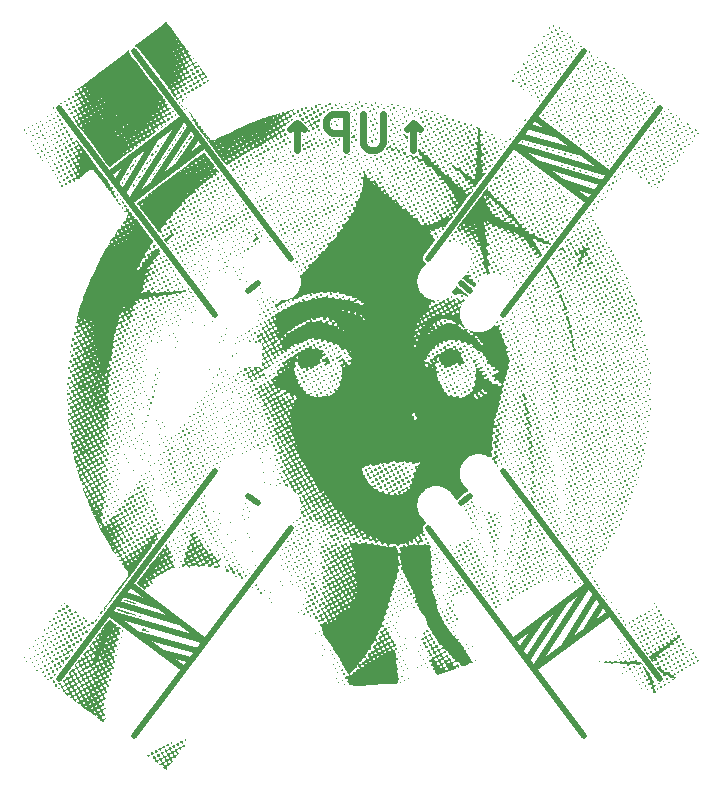
<source format=gbr>
%FSLAX46Y46*%
%MOMM*%
%ADD10C,0.6*%
%ADD11C,0.5*%
D10*
%LPD*%
G01X104578571Y-79377142D02*
Y-77091428D01*
X105150000Y-77662857D02*
X104578571Y-77091428D01*
X104007142Y-77662857D01*
X102007142Y-76377142D02*
Y-78805714D01*
X101864285Y-79091428D01*
X101721428Y-79234285D01*
X101435714Y-79377142D01*
X100864285D01*
X100578571Y-79234285D01*
X100435714Y-79091428D01*
X100292857Y-78805714D01*
Y-76377142D01*
X98864285Y-79377142D02*
Y-76377142D01*
X97721428D01*
X97435714Y-76520000D01*
X97292857Y-76662857D01*
X97150000Y-76948571D01*
Y-77377142D01*
X97292857Y-77662857D01*
X97435714Y-77805714D01*
X97721428Y-77948571D01*
X98864285D01*
X94721428Y-79377142D02*
Y-77091428D01*
X95292857Y-77662857D02*
X94721428Y-77091428D01*
X94150000Y-77662857D01*
D11*
X108600683Y-90699093D02*
X109399317Y-91300907D01*
X125434473Y-75837279D02*
X112194542Y-93407260D01*
X105805458Y-88592740D02*
X119045388Y-71022759D01*
X114832683Y-76613207D02*
X121221767Y-81427727D01*
X113027238Y-79009115D01*
X119416322Y-83823635D01*
X120619952Y-82226363D02*
X115023827Y-80513651D01*
X117020416Y-82018189D02*
X120018137Y-83024998D01*
X114230868Y-77411843D02*
X116829272Y-78117745D01*
X113629053Y-78210478D02*
X118825861Y-79622282D01*
X79981863Y-83024998D02*
X82771410Y-78418652D01*
X79380048Y-82226363D02*
X80774821Y-79923190D01*
X84576855Y-80814559D02*
X86370947Y-78210478D01*
X85769132Y-77411843D02*
X82580266Y-82319096D01*
X80583678Y-83823635D02*
X86972762Y-79009115D01*
X85167317Y-76613207D02*
X80583678Y-83823635D01*
X78778233Y-81427727D02*
X85167317Y-76613207D01*
X87805458Y-93407260D02*
X74565527Y-75837279D01*
X80954612Y-71022759D02*
X94194542Y-88592740D01*
X90600683Y-91300907D02*
X91399317Y-90699093D01*
Y-109300907D02*
X90600683Y-108699093D01*
X74565527Y-124162721D02*
X87805458Y-106592740D01*
X94194542Y-111407260D02*
X80954612Y-128977241D01*
X85167317Y-123386793D02*
X78778233Y-118572273D01*
X86972762Y-120990885D01*
X80583678Y-116176365D01*
X79380048Y-117773637D02*
X84976173Y-119486349D01*
X82979584Y-117981811D02*
X79981863Y-116975002D01*
X85769132Y-122588157D02*
X83170728Y-121882255D01*
X86370947Y-121789522D02*
X81174139Y-120377718D01*
X109399317Y-108699093D02*
X108600683Y-109300907D01*
X119045388Y-128977241D02*
X105805458Y-111407260D01*
X112194542Y-106592740D02*
X125434473Y-124162721D01*
X121221767Y-118572273D02*
X114832683Y-123386793D01*
X119416322Y-116176365D01*
X113027238Y-120990885D01*
X114230868Y-122588157D02*
X117419734Y-117680904D01*
X115423145Y-119185441D02*
X113629053Y-121789522D01*
X120619952Y-117773637D02*
X119225179Y-120076810D01*
X120018137Y-116975002D02*
X117228590Y-121581348D01*
G36*
D10*
X116719353Y-68771040D02*
G37*
G36*
X116431474Y-68983161D02*
X116401171Y-68968009D01*
X116386019Y-68877100D01*
X116416322Y-68846797D01*
X116446625Y-68831646D01*
X116492080Y-68846797D01*
X116522383Y-68877100D01*
Y-68937706D01*
X116507232Y-68968009D01*
X116476929Y-68983161D01*
X116431474D01*
G37*
G36*
X116946625Y-69119524D02*
X116916322Y-69104373D01*
X116901171Y-69074070D01*
Y-69013464D01*
X116931474Y-68983161D01*
X116992080D01*
X117022383Y-68998312D01*
X117037535Y-69089221D01*
X117007232Y-69119524D01*
X116946625D01*
G37*
G36*
X116082989Y-69164979D02*
X116052686Y-69134676D01*
Y-69089221D01*
X116098141Y-69028615D01*
X116158747D01*
X116189050Y-69058918D01*
Y-69134676D01*
X116158747Y-69164979D01*
X116082989D01*
G37*
G36*
X116582989Y-69286191D02*
X116567838Y-69255888D01*
Y-69225585D01*
X116582989Y-69195282D01*
X116613292Y-69164979D01*
X116658747D01*
X116689050Y-69180130D01*
X116704201Y-69195282D01*
Y-69210433D01*
X116719353Y-69240736D01*
X116689050Y-69301343D01*
X116582989Y-69286191D01*
G37*
G36*
X117143595Y-69437706D02*
X117098141Y-69422555D01*
X117113292Y-69316494D01*
X117143595Y-69301343D01*
X117173898D01*
X117204201Y-69316494D01*
X117219353Y-69331646D01*
X117234504Y-69361949D01*
Y-69392252D01*
X117219353Y-69422555D01*
X117204201Y-69437706D01*
X117189050D01*
X117143595D01*
G37*
G36*
X116295110Y-69498312D02*
X116264807Y-69483161D01*
X116249656Y-69392252D01*
X116279959Y-69361949D01*
X116355716D01*
X116386019Y-69392252D01*
Y-69452858D01*
X116340565Y-69498312D01*
X116295110D01*
G37*
G36*
X117658747Y-69589221D02*
X117628444Y-69574070D01*
Y-69452858D01*
X117673898Y-69498312D01*
X117689050D01*
X117719353Y-69574070D01*
X117689050Y-69589221D01*
X117658747D01*
G37*
G36*
X116795110Y-69634676D02*
X116764807Y-69604373D01*
Y-69528615D01*
X116795110Y-69498312D01*
X116870868D01*
X116901171Y-69528615D01*
Y-69604373D01*
X116870868Y-69634676D01*
X116795110D01*
G37*
G36*
X115946625Y-69680130D02*
X115916322Y-69649827D01*
Y-69589221D01*
X115931474Y-69558918D01*
X115961777Y-69543767D01*
X116007232D01*
X116037535Y-69558918D01*
X116052686Y-69649827D01*
X116022383Y-69680130D01*
X115946625D01*
G37*
G36*
X117310262Y-69771040D02*
X117279959Y-69740736D01*
Y-69680130D01*
X117295110Y-69649827D01*
X117325413Y-69634676D01*
X117370868D01*
X117401171Y-69649827D01*
X117416322Y-69740736D01*
X117386019Y-69771040D01*
X117310262D01*
G37*
G36*
X116492080Y-69831646D02*
X116461777Y-69816494D01*
X116431474Y-69786191D01*
Y-69740736D01*
X116446625Y-69710433D01*
X116461777Y-69695282D01*
X116476929D01*
X116522383D01*
X116567838Y-69710433D01*
Y-69786191D01*
X116552686Y-69816494D01*
X116522383Y-69831646D01*
X116492080D01*
G37*
G36*
X115628444Y-69877100D02*
X115598141Y-69846797D01*
X115582989Y-69801343D01*
X115598141Y-69771040D01*
X115628444Y-69740736D01*
X115689050D01*
X115719353Y-69755888D01*
X115734504Y-69801343D01*
X115719353Y-69846797D01*
X115689050Y-69877100D01*
X115628444D01*
G37*
G36*
X117810262Y-69892252D02*
X117795110Y-69861949D01*
Y-69816494D01*
X117840565Y-69771040D01*
X117886019D01*
X117916322Y-69786191D01*
X117931474Y-69816494D01*
Y-69877100D01*
X117901171Y-69907403D01*
X117810262Y-69892252D01*
G37*
G36*
X117007232Y-69968009D02*
X116976929Y-69952858D01*
X116961777Y-69937706D01*
X116946625Y-69907403D01*
Y-69877100D01*
X116961777Y-69846797D01*
X117052686Y-69831646D01*
X117082989Y-69846797D01*
X117098141Y-69892252D01*
X117067838Y-69952858D01*
X117037535Y-69968009D01*
X117007232D01*
G37*
G36*
X116143595Y-70013464D02*
X116113292Y-69983161D01*
X116098141Y-69937706D01*
X116113292Y-69907403D01*
X116143595Y-69877100D01*
X116204201D01*
X116234504Y-69892252D01*
X116249656Y-69922555D01*
Y-69968009D01*
X116204201Y-70013464D01*
X116143595D01*
G37*
G36*
X118355716Y-70043767D02*
X118325413Y-70013464D01*
Y-69983161D01*
X118355716Y-70013464D01*
X118370868D01*
X118401171Y-70043767D01*
X118355716D01*
G37*
G36*
X115325413Y-70058918D02*
X115355716Y-70028615D01*
Y-70013464D01*
X115401171Y-69968009D01*
Y-70028615D01*
X115370868Y-70058918D01*
X115325413D01*
G37*
G36*
X117522383Y-70104373D02*
X117492080Y-70089221D01*
X117476929Y-70074070D01*
X117461777Y-70043767D01*
X117476929Y-69998312D01*
X117507232Y-69968009D01*
X117598141Y-69983161D01*
X117613292Y-70013464D01*
Y-70043767D01*
X117598141Y-70074070D01*
X117567838Y-70104373D01*
X117522383D01*
G37*
G36*
X116658747Y-70149827D02*
X116628444Y-70119524D01*
Y-70043767D01*
X116658747Y-70013464D01*
X116719353D01*
X116749656Y-70028615D01*
X116764807Y-70058918D01*
Y-70104373D01*
X116749656Y-70134676D01*
X116658747Y-70149827D01*
G37*
G36*
X115810262Y-70195282D02*
X115779959Y-70164979D01*
Y-70104373D01*
X115825413Y-70058918D01*
X115855716D01*
X115886019Y-70074070D01*
X115916322Y-70104373D01*
Y-70164979D01*
X115886019Y-70195282D01*
X115855716Y-70210433D01*
X115810262Y-70195282D01*
G37*
G36*
X118037535Y-70240736D02*
X118007232Y-70225585D01*
X117992080Y-70134676D01*
X118022383Y-70104373D01*
X118082989D01*
X118113292Y-70134676D01*
X118128444Y-70180130D01*
X118113292Y-70210433D01*
X118082989Y-70240736D01*
X118037535D01*
G37*
G36*
X117173898Y-70286191D02*
X117143595Y-70255888D01*
X117158747Y-70164979D01*
X117189050Y-70149827D01*
X117234504D01*
X117264807Y-70164979D01*
X117279959Y-70195282D01*
Y-70255888D01*
X117249656Y-70286191D01*
X117173898D01*
G37*
G36*
X116355716Y-70346797D02*
X116325413Y-70331646D01*
X116295110Y-70301343D01*
Y-70240736D01*
X116325413Y-70210433D01*
X116370868Y-70195282D01*
X116401171Y-70210433D01*
X116431474Y-70240736D01*
Y-70301343D01*
X116416322Y-70331646D01*
X116386019Y-70346797D01*
X116355716D01*
G37*
G36*
X118552686Y-70377100D02*
X118507232Y-70331646D01*
Y-70286191D01*
X118552686Y-70240736D01*
X118582989D01*
X118613292Y-70255888D01*
X118628444Y-70271040D01*
Y-70286191D01*
X118643595Y-70316494D01*
X118628444Y-70346797D01*
X118598141Y-70377100D01*
X118552686D01*
G37*
G36*
X115492080Y-70392252D02*
X115461777Y-70377100D01*
X115446625Y-70346797D01*
Y-70301343D01*
X115461777Y-70271040D01*
X115492080Y-70255888D01*
X115552686D01*
X115582989Y-70286191D01*
Y-70361949D01*
X115552686Y-70392252D01*
X115492080D01*
G37*
G36*
X117719353Y-70437706D02*
X117689050Y-70422555D01*
X117658747Y-70392252D01*
Y-70331646D01*
X117704201Y-70286191D01*
X117734504D01*
X117764807Y-70301343D01*
X117795110Y-70331646D01*
Y-70392252D01*
X117749656Y-70437706D01*
X117719353D01*
G37*
G36*
X116855716Y-70483161D02*
X116810262Y-70437706D01*
Y-70392252D01*
X116825413Y-70361949D01*
X116916322Y-70346797D01*
X116946625Y-70377100D01*
Y-70452858D01*
X116916322Y-70483161D01*
X116855716D01*
G37*
G36*
X116007232Y-70528615D02*
X115976929Y-70513464D01*
X115961777Y-70483161D01*
Y-70452858D01*
X115976929Y-70422555D01*
X116007232Y-70392252D01*
X116067838D01*
X116113292Y-70437706D01*
Y-70468009D01*
X116098141Y-70498312D01*
X116067838Y-70528615D01*
X116007232D01*
G37*
G36*
X118189050Y-70543767D02*
Y-70528615D01*
X118173898Y-70498312D01*
X118189050Y-70452858D01*
X118219353Y-70437706D01*
X118279959D01*
X118310262Y-70468009D01*
Y-70528615D01*
X118279959Y-70558918D01*
X118189050Y-70543767D01*
G37*
G36*
X115189050Y-70589221D02*
X115158747Y-70574070D01*
X115128444Y-70558918D01*
X115143595Y-70452858D01*
X115173898Y-70437706D01*
X115204201D01*
X115234504Y-70452858D01*
X115249656Y-70468009D01*
X115264807Y-70498312D01*
Y-70528615D01*
X115249656Y-70558918D01*
X115189050Y-70589221D01*
G37*
G36*
X117370868Y-70619524D02*
X117325413Y-70574070D01*
Y-70528615D01*
X117340565Y-70498312D01*
X117370868Y-70483161D01*
X117431474D01*
X117461777Y-70498312D01*
X117476929Y-70528615D01*
Y-70558918D01*
X117461777Y-70589221D01*
X117431474Y-70619524D01*
X117370868D01*
G37*
G36*
X116522383Y-70664979D02*
X116492080Y-70649827D01*
X116476929Y-70604373D01*
X116492080Y-70558918D01*
X116522383Y-70528615D01*
X116582989D01*
X116628444Y-70574070D01*
Y-70619524D01*
X116613292Y-70649827D01*
X116522383Y-70664979D01*
G37*
G36*
X118734504Y-70695282D02*
X118719353D01*
X118704201Y-70680130D01*
Y-70664979D01*
X118689050Y-70634676D01*
X118704201Y-70604373D01*
X118734504Y-70574070D01*
X118795110D01*
X118825413Y-70604373D01*
X118810262Y-70680130D01*
X118795110D01*
X118764807Y-70710433D01*
X118734504Y-70695282D01*
G37*
G36*
X115689050Y-70725585D02*
X115643595Y-70680130D01*
Y-70619524D01*
X115673898Y-70589221D01*
X115749656D01*
X115779959Y-70619524D01*
Y-70680130D01*
X115734504Y-70725585D01*
X115689050D01*
G37*
G36*
X117886019Y-70755888D02*
X117855716Y-70725585D01*
X117840565Y-70695282D01*
X117855716Y-70649827D01*
X117886019Y-70619524D01*
X117946625D01*
X117976929Y-70649827D01*
X117992080Y-70680130D01*
X117976929Y-70725585D01*
X117946625Y-70755888D01*
X117886019D01*
G37*
G36*
X114810262Y-70740736D02*
X114840565Y-70695282D01*
X114886019Y-70634676D01*
X114931474Y-70664979D01*
Y-70740736D01*
X114901171Y-70771040D01*
X114810262Y-70740736D01*
G37*
G36*
X117037535Y-70801343D02*
X117007232Y-70771040D01*
Y-70710433D01*
X117022383Y-70680130D01*
X117052686Y-70664979D01*
X117082989D01*
X117113292Y-70680130D01*
X117143595Y-70710433D01*
Y-70755888D01*
X117128444Y-70786191D01*
X117037535Y-70801343D01*
G37*
G36*
X116204201Y-70861949D02*
X116173898Y-70846797D01*
X116158747Y-70755888D01*
X116189050Y-70725585D01*
X116264807D01*
X116295110Y-70755888D01*
Y-70816494D01*
X116279959Y-70846797D01*
X116249656Y-70861949D01*
X116204201D01*
G37*
G36*
X118401171Y-70892252D02*
X118370868Y-70861949D01*
Y-70801343D01*
X118386019Y-70771040D01*
X118416322Y-70755888D01*
X118446625D01*
X118476929Y-70771040D01*
X118507232Y-70831646D01*
X118492080Y-70861949D01*
X118461777Y-70892252D01*
X118401171D01*
G37*
G36*
X115355716Y-70907403D02*
X115325413Y-70892252D01*
X115310262Y-70861949D01*
Y-70816494D01*
X115355716Y-70771040D01*
X115401171D01*
X115431474Y-70786191D01*
X115446625Y-70877100D01*
X115416322Y-70907403D01*
X115355716D01*
G37*
G36*
X117582989Y-70952858D02*
X117552686Y-70937706D01*
X117522383Y-70907403D01*
Y-70846797D01*
X117537535Y-70816494D01*
X117567838Y-70801343D01*
X117598141D01*
X117628444Y-70816494D01*
X117658747Y-70846797D01*
Y-70907403D01*
X117613292Y-70952858D01*
X117582989D01*
G37*
G36*
X116719353Y-70998312D02*
X116689050Y-70983161D01*
X116673898Y-70952858D01*
Y-70907403D01*
X116689050Y-70877100D01*
X116779959Y-70861949D01*
X116810262Y-70892252D01*
Y-70968009D01*
X116779959Y-70998312D01*
X116719353D01*
G37*
G36*
X115870868Y-71043767D02*
X115840565Y-71028615D01*
X115825413Y-70998312D01*
Y-70968009D01*
X115840565Y-70937706D01*
X115870868Y-70907403D01*
X115916322D01*
X115946625Y-70922555D01*
X115961777Y-71013464D01*
X115931474Y-71043767D01*
X115870868D01*
G37*
G36*
X118098141Y-71089221D02*
X118067838Y-71074070D01*
X118037535Y-71043767D01*
Y-70998312D01*
X118052686Y-70968009D01*
X118143595Y-70952858D01*
X118173898Y-70983161D01*
Y-71043767D01*
X118128444Y-71089221D01*
X118098141D01*
G37*
G36*
X115037535Y-71104373D02*
X115007232Y-71089221D01*
X114992080Y-71074070D01*
Y-71058918D01*
Y-71013464D01*
X115007232Y-70968009D01*
X115052686Y-70952858D01*
X115113292Y-70983161D01*
X115128444Y-71013464D01*
Y-71043767D01*
X115113292Y-71074070D01*
X115098141Y-71089221D01*
X115067838Y-71104373D01*
X115037535D01*
G37*
G36*
X117234504Y-71134676D02*
X117204201Y-71119524D01*
X117189050Y-71089221D01*
Y-71043767D01*
X117204201Y-71013464D01*
X117234504Y-70998312D01*
X117295110D01*
X117325413Y-71028615D01*
Y-71104373D01*
X117295110Y-71134676D01*
X117234504D01*
G37*
G36*
X119446625Y-71164979D02*
X119431474D01*
X119416322Y-71104373D01*
X119431474Y-71089221D01*
Y-71043767D01*
X119476929Y-71028615D01*
X119507232Y-71043767D01*
X119537535Y-71074070D01*
Y-71134676D01*
X119507232Y-71164979D01*
X119476929Y-71180130D01*
X119446625Y-71164979D01*
G37*
G36*
X116355716D02*
X116340565Y-71134676D01*
Y-71104373D01*
X116355716Y-71074070D01*
X116370868Y-71058918D01*
X116401171Y-71043767D01*
X116431474D01*
X116461777Y-71058918D01*
X116476929Y-71074070D01*
Y-71089221D01*
Y-71134676D01*
X116461777Y-71180130D01*
X116355716Y-71164979D01*
G37*
G36*
X115552686Y-71240736D02*
X115522383Y-71225585D01*
X115507232Y-71134676D01*
X115537535Y-71104373D01*
X115598141D01*
X115628444Y-71119524D01*
X115643595Y-71149827D01*
Y-71180130D01*
X115628444Y-71210433D01*
X115613292Y-71225585D01*
X115582989Y-71240736D01*
X115552686D01*
G37*
G36*
X117749656Y-71271040D02*
X117719353Y-71255888D01*
X117704201Y-71225585D01*
Y-71195282D01*
X117719353Y-71164979D01*
X117749656Y-71134676D01*
X117795110D01*
X117825413Y-71149827D01*
X117840565Y-71240736D01*
X117810262Y-71271040D01*
X117749656D01*
G37*
G36*
X114689050Y-71286191D02*
X114658747Y-71255888D01*
X114673898Y-71164979D01*
X114704201Y-71149827D01*
X114749656D01*
X114779959Y-71164979D01*
X114795110Y-71195282D01*
Y-71240736D01*
X114779959Y-71271040D01*
X114689050Y-71286191D01*
G37*
G36*
X119976929Y-71316494D02*
X119946625Y-71301343D01*
X119916322Y-71271040D01*
X119931474Y-71195282D01*
X119961777Y-71210433D01*
X120037535Y-71271040D01*
Y-71301343D01*
X120007232Y-71316494D01*
X119976929D01*
G37*
G36*
X116916322Y-71331646D02*
X116886019Y-71316494D01*
Y-71195282D01*
X116901171D01*
X116946625D01*
X116992080Y-71210433D01*
X117007232Y-71240736D01*
Y-71271040D01*
X116992080Y-71301343D01*
X116976929Y-71316494D01*
X116946625Y-71331646D01*
X116916322D01*
G37*
G36*
X118234504Y-71377100D02*
Y-71316494D01*
X118249656Y-71286191D01*
X118295110Y-71271040D01*
X118325413Y-71286191D01*
X118279959Y-71331646D01*
Y-71346797D01*
X118234504Y-71377100D01*
G37*
G36*
X116052686D02*
X116022383Y-71346797D01*
Y-71271040D01*
X116052686Y-71240736D01*
X116128444D01*
X116158747Y-71271040D01*
Y-71331646D01*
X116143595Y-71361949D01*
X116113292Y-71377100D01*
X116052686D01*
G37*
G36*
X115204201Y-71422555D02*
X115173898Y-71392252D01*
Y-71331646D01*
X115189050Y-71301343D01*
X115219353Y-71286191D01*
X115264807D01*
X115310262Y-71331646D01*
Y-71392252D01*
X115279959Y-71422555D01*
X115204201D01*
G37*
G36*
X117431474Y-71468009D02*
X117401171Y-71452858D01*
X117386019Y-71361949D01*
X117416322Y-71331646D01*
X117507232Y-71346797D01*
X117522383Y-71377100D01*
Y-71422555D01*
X117476929Y-71468009D01*
X117431474D01*
G37*
G36*
X114386019Y-71483161D02*
X114355716Y-71468009D01*
X114325413Y-71437706D01*
Y-71392252D01*
X114340565Y-71361949D01*
X114431474Y-71346797D01*
X114461777Y-71377100D01*
Y-71437706D01*
X114446625Y-71468009D01*
X114416322Y-71483161D01*
X114386019D01*
G37*
G36*
X119628444Y-71498312D02*
X119598141Y-71468009D01*
X119582989Y-71437706D01*
X119598141Y-71392252D01*
X119628444Y-71361949D01*
X119673898D01*
X119704201Y-71377100D01*
X119719353Y-71392252D01*
Y-71407403D01*
X119734504Y-71437706D01*
X119719353Y-71468009D01*
X119689050Y-71498312D01*
X119628444D01*
G37*
G36*
X116567838Y-71513464D02*
X116537535Y-71483161D01*
Y-71407403D01*
X116567838Y-71377100D01*
X116628444D01*
X116658747Y-71392252D01*
X116673898Y-71483161D01*
X116643595Y-71513464D01*
X116567838D01*
G37*
G36*
X115719353Y-71558918D02*
X115689050Y-71528615D01*
Y-71468009D01*
X115719353Y-71437706D01*
X115764807Y-71422555D01*
X115795110Y-71437706D01*
X115825413Y-71468009D01*
Y-71528615D01*
X115795110Y-71558918D01*
X115719353D01*
G37*
G36*
X117946625Y-71604373D02*
X117901171Y-71558918D01*
Y-71513464D01*
X117916322Y-71483161D01*
X117992080Y-71468009D01*
X118022383Y-71483161D01*
X118037535Y-71513464D01*
Y-71558918D01*
X117992080Y-71604373D01*
X117946625D01*
G37*
G36*
X114901171Y-71619524D02*
X114870868Y-71604373D01*
X114855716Y-71589221D01*
Y-71574070D01*
X114840565Y-71543767D01*
X114855716Y-71513464D01*
X114886019Y-71483161D01*
X114946625D01*
X114976929Y-71513464D01*
X114992080Y-71543767D01*
X114961777Y-71604373D01*
X114931474Y-71619524D01*
X114901171D01*
G37*
G36*
X120143595Y-71634676D02*
X120113292Y-71604373D01*
X120128444Y-71513464D01*
X120158747Y-71498312D01*
X120189050D01*
X120219353Y-71513464D01*
X120249656Y-71543767D01*
Y-71589221D01*
X120234504Y-71619524D01*
X120143595Y-71634676D01*
G37*
G36*
X117082989Y-71649827D02*
X117052686Y-71619524D01*
Y-71558918D01*
X117067838Y-71528615D01*
X117098141Y-71513464D01*
X117143595D01*
X117173898Y-71528615D01*
X117189050Y-71619524D01*
X117158747Y-71649827D01*
X117082989D01*
G37*
G36*
X119310262Y-71695282D02*
X119279959Y-71680130D01*
X119264807Y-71589221D01*
X119295110Y-71558918D01*
X119370868D01*
X119401171Y-71589221D01*
Y-71649827D01*
X119355716Y-71695282D01*
X119310262D01*
G37*
G36*
X116264807Y-71710433D02*
X116234504Y-71695282D01*
X116219353Y-71680130D01*
X116204201Y-71649827D01*
Y-71619524D01*
X116219353Y-71589221D01*
X116310262Y-71574070D01*
X116340565Y-71604373D01*
X116325413Y-71695282D01*
X116295110Y-71710433D01*
X116264807D01*
G37*
G36*
X115401171Y-71755888D02*
X115370868Y-71725585D01*
X115355716Y-71695282D01*
X115370868Y-71649827D01*
X115401171Y-71619524D01*
X115461777D01*
X115492080Y-71649827D01*
X115507232Y-71695282D01*
X115492080Y-71725585D01*
X115461777Y-71755888D01*
X115401171D01*
G37*
G36*
X120673898Y-71786191D02*
X120628444Y-71725585D01*
X120689050Y-71771040D01*
X120719353Y-71786191D01*
X120673898D01*
G37*
G36*
X117643595Y-71801343D02*
X117598141Y-71786191D01*
X117567838Y-71755888D01*
Y-71695282D01*
X117613292Y-71649827D01*
X117658747D01*
X117689050Y-71664979D01*
X117704201Y-71755888D01*
X117689050Y-71786191D01*
X117643595Y-71801343D01*
G37*
G36*
X114552686D02*
X114522383Y-71771040D01*
X114537535Y-71680130D01*
X114567838Y-71664979D01*
X114598141D01*
X114628444Y-71680130D01*
X114643595Y-71695282D01*
Y-71710433D01*
X114658747Y-71740736D01*
X114643595Y-71771040D01*
X114613292Y-71801343D01*
X114552686D01*
G37*
G36*
X119825413Y-71831646D02*
X119779959Y-71786191D01*
Y-71740736D01*
X119795110Y-71710433D01*
X119886019Y-71695282D01*
X119916322Y-71725585D01*
Y-71786191D01*
X119901171Y-71816494D01*
X119870868Y-71831646D01*
X119825413D01*
G37*
G36*
X116779959Y-71846797D02*
X116749656Y-71831646D01*
X116734504Y-71816494D01*
Y-71801343D01*
Y-71755888D01*
X116749656Y-71710433D01*
X116825413D01*
X116855716Y-71725585D01*
X116870868Y-71755888D01*
Y-71786191D01*
X116855716Y-71816494D01*
X116825413Y-71846797D01*
X116779959D01*
G37*
G36*
X118976929Y-71877100D02*
X118946625Y-71861949D01*
Y-71816494D01*
X118992080Y-71755888D01*
X119037535D01*
X119052686D01*
X119067838Y-71846797D01*
X119037535Y-71877100D01*
X118976929D01*
G37*
G36*
X115916322Y-71892252D02*
X115886019Y-71861949D01*
X115870868Y-71831646D01*
X115886019Y-71786191D01*
X115916322Y-71755888D01*
X115976929D01*
X116007232Y-71771040D01*
X116022383Y-71801343D01*
Y-71846797D01*
X116007232Y-71877100D01*
X115916322Y-71892252D01*
G37*
G36*
X115067838Y-71937706D02*
X115037535Y-71907403D01*
Y-71846797D01*
X115052686Y-71816494D01*
X115082989Y-71801343D01*
X115113292D01*
X115143595Y-71816494D01*
X115173898Y-71846797D01*
Y-71907403D01*
X115143595Y-71937706D01*
X115113292Y-71952858D01*
X115067838Y-71937706D01*
G37*
G36*
X120325413Y-71968009D02*
X120295110Y-71937706D01*
Y-71877100D01*
X120310262Y-71846797D01*
X120401171Y-71831646D01*
X120431474Y-71861949D01*
X120446625Y-71892252D01*
X120431474Y-71937706D01*
X120401171Y-71968009D01*
X120325413D01*
G37*
G36*
X117279959Y-71983161D02*
X117249656Y-71952858D01*
Y-71877100D01*
X117279959Y-71846797D01*
X117370868Y-71861949D01*
X117386019Y-71892252D01*
Y-71937706D01*
X117340565Y-71983161D01*
X117279959D01*
G37*
G36*
X114234504Y-71998312D02*
X114204201Y-71983161D01*
X114189050Y-71952858D01*
Y-71892252D01*
X114219353Y-71861949D01*
X114295110D01*
X114325413Y-71892252D01*
Y-71968009D01*
X114295110Y-71998312D01*
X114234504D01*
G37*
G36*
X119492080Y-72013464D02*
X119461777Y-71998312D01*
X119446625Y-71968009D01*
Y-71937706D01*
X119461777Y-71907403D01*
X119476929Y-71892252D01*
X119507232Y-71877100D01*
X119537535D01*
X119567838Y-71892252D01*
X119582989Y-71983161D01*
X119552686Y-72013464D01*
X119492080D01*
G37*
G36*
X117764807Y-72028615D02*
X117795110Y-71983161D01*
X117764807Y-72028615D01*
G37*
G36*
X116431474D02*
X116401171Y-71998312D01*
Y-71922555D01*
X116431474Y-71892252D01*
X116492080D01*
X116537535Y-71937706D01*
Y-71983161D01*
X116522383Y-72013464D01*
X116431474Y-72028615D01*
G37*
G36*
X115582989Y-72074070D02*
X115552686Y-72043767D01*
Y-71983161D01*
X115582989Y-71952858D01*
X115658747D01*
X115689050Y-71983161D01*
Y-72043767D01*
X115658747Y-72074070D01*
X115628444Y-72089221D01*
X115582989Y-72074070D01*
G37*
G36*
X120886019Y-72119524D02*
X120840565Y-72104373D01*
X120810262Y-72074070D01*
Y-72013464D01*
X120825413Y-71983161D01*
X120916322Y-71968009D01*
X120961777Y-72013464D01*
Y-72043767D01*
X120931474Y-72104373D01*
X120886019Y-72119524D01*
G37*
G36*
X114749656Y-72134676D02*
X114719353Y-72119524D01*
X114704201Y-72089221D01*
Y-72043767D01*
X114719353Y-72013464D01*
X114749656Y-71998312D01*
X114810262D01*
X114840565Y-72028615D01*
Y-72104373D01*
X114810262Y-72134676D01*
X114749656D01*
G37*
G36*
X120037535Y-72164979D02*
X119976929Y-72134676D01*
X119992080Y-72028615D01*
X120007232D01*
X120052686D01*
X120098141Y-72043767D01*
Y-72058918D01*
Y-72104373D01*
X120082989Y-72149827D01*
X120037535Y-72164979D01*
G37*
G36*
X116992080Y-72180130D02*
X116946625Y-72164979D01*
X116916322Y-72134676D01*
Y-72074070D01*
X116961777Y-72028615D01*
X116992080D01*
X117022383Y-72043767D01*
X117052686Y-72074070D01*
Y-72134676D01*
X117022383Y-72164979D01*
X116992080Y-72180130D01*
G37*
G36*
X113870868Y-72164979D02*
X113855716Y-72134676D01*
Y-72104373D01*
X113870868Y-72074070D01*
X113901171Y-72043767D01*
X113946625D01*
X113976929Y-72058918D01*
X113992080Y-72074070D01*
Y-72089221D01*
X114007232Y-72119524D01*
X113976929Y-72180130D01*
X113870868Y-72164979D01*
G37*
G36*
X119173898Y-72210433D02*
X119143595Y-72195282D01*
X119128444Y-72104373D01*
X119158747Y-72074070D01*
X119234504D01*
X119264807Y-72104373D01*
Y-72164979D01*
X119219353Y-72210433D01*
X119173898D01*
G37*
G36*
X116113292Y-72225585D02*
X116067838Y-72180130D01*
Y-72134676D01*
X116082989Y-72104373D01*
X116173898Y-72089221D01*
X116204201Y-72119524D01*
X116189050Y-72210433D01*
X116158747Y-72225585D01*
X116113292D01*
G37*
G36*
X115264807Y-72271040D02*
X115234504Y-72255888D01*
X115219353Y-72225585D01*
Y-72195282D01*
X115234504Y-72164979D01*
X115264807Y-72134676D01*
X115325413D01*
X115355716Y-72164979D01*
Y-72240736D01*
X115325413Y-72271040D01*
X115264807D01*
G37*
G36*
X120537535Y-72301343D02*
X120507232Y-72286191D01*
X120492080Y-72271040D01*
Y-72255888D01*
Y-72210433D01*
X120507232Y-72164979D01*
X120552686Y-72149827D01*
X120598141Y-72164979D01*
X120628444Y-72195282D01*
Y-72255888D01*
X120582989Y-72301343D01*
X120537535D01*
G37*
G36*
X117492080Y-72316494D02*
X117461777Y-72301343D01*
X117431474Y-72271040D01*
Y-72210433D01*
X117461777Y-72180130D01*
X117507232Y-72164979D01*
X117537535Y-72180130D01*
X117567838Y-72210433D01*
Y-72271040D01*
X117552686Y-72301343D01*
X117522383Y-72316494D01*
X117492080D01*
G37*
G36*
X114431474D02*
X114386019Y-72301343D01*
Y-72286191D01*
Y-72240736D01*
X114401171Y-72195282D01*
X114431474Y-72180130D01*
X114461777D01*
X114492080Y-72195282D01*
X114507232Y-72210433D01*
Y-72225585D01*
Y-72271040D01*
X114492080Y-72316494D01*
X114476929D01*
X114431474D01*
G37*
G36*
X119673898Y-72346797D02*
X119643595Y-72316494D01*
Y-72240736D01*
X119673898Y-72210433D01*
X119734504D01*
X119764807Y-72225585D01*
X119779959Y-72255888D01*
Y-72301343D01*
X119764807Y-72331646D01*
X119673898Y-72346797D01*
G37*
G36*
X116628444Y-72361949D02*
X116598141Y-72346797D01*
X116582989Y-72316494D01*
Y-72271040D01*
X116598141Y-72240736D01*
X116689050Y-72225585D01*
X116719353Y-72255888D01*
Y-72331646D01*
X116689050Y-72361949D01*
X116628444D01*
G37*
G36*
X113582989Y-72377100D02*
X113598141Y-72346797D01*
X113658747Y-72271040D01*
X113673898Y-72331646D01*
X113628444Y-72377100D01*
X113582989D01*
G37*
G36*
X118825413Y-72392252D02*
X118795110Y-72361949D01*
Y-72301343D01*
X118840565Y-72255888D01*
X118870868D01*
X118901171Y-72271040D01*
X118931474Y-72301343D01*
Y-72361949D01*
X118901171Y-72392252D01*
X118825413D01*
G37*
G36*
X115779959Y-72407403D02*
X115749656Y-72392252D01*
X115734504Y-72361949D01*
Y-72331646D01*
X115749656Y-72301343D01*
X115779959Y-72271040D01*
X115840565D01*
X115886019Y-72316494D01*
Y-72346797D01*
X115855716Y-72407403D01*
X115779959D01*
G37*
G36*
X121037535Y-72437706D02*
X121007232Y-72407403D01*
Y-72346797D01*
X121022383Y-72301343D01*
X121052686Y-72286191D01*
X121082989D01*
X121113292Y-72301343D01*
X121143595Y-72331646D01*
Y-72392252D01*
X121128444Y-72422555D01*
X121037535Y-72437706D01*
G37*
G36*
X114946625Y-72452858D02*
X114901171Y-72437706D01*
Y-72361949D01*
X114916322Y-72331646D01*
X114976929D01*
X115007232D01*
X115037535Y-72361949D01*
Y-72407403D01*
X115022383Y-72437706D01*
X115007232Y-72452858D01*
X114992080D01*
X114946625D01*
G37*
G36*
X120189050Y-72483161D02*
X120158747Y-72452858D01*
Y-72392252D01*
X120173898Y-72361949D01*
X120249656Y-72346797D01*
X120279959Y-72361949D01*
X120295110Y-72452858D01*
X120264807Y-72483161D01*
X120189050D01*
G37*
G36*
X117143595Y-72498312D02*
X117113292Y-72483161D01*
X117098141Y-72452858D01*
Y-72422555D01*
X117113292Y-72392252D01*
X117143595Y-72361949D01*
X117204201D01*
X117249656Y-72407403D01*
Y-72437706D01*
X117234504Y-72468009D01*
X117204201Y-72498312D01*
X117143595D01*
G37*
G36*
X114098141Y-72513464D02*
X114067838Y-72498312D01*
X114052686Y-72407403D01*
X114082989Y-72377100D01*
X114158747D01*
X114189050Y-72407403D01*
Y-72468009D01*
X114173898Y-72498312D01*
X114143595Y-72513464D01*
X114098141D01*
G37*
G36*
X119386019Y-72543767D02*
X119340565Y-72528615D01*
X119310262Y-72498312D01*
Y-72452858D01*
X119325413Y-72422555D01*
X119340565Y-72407403D01*
X119355716D01*
X119386019Y-72392252D01*
X119416322Y-72407403D01*
X119446625Y-72437706D01*
Y-72498312D01*
X119416322Y-72528615D01*
X119386019Y-72543767D01*
G37*
G36*
X116264807Y-72528615D02*
X116279959Y-72422555D01*
X116310262Y-72407403D01*
X116340565D01*
X116370868Y-72422555D01*
X116401171Y-72452858D01*
Y-72498312D01*
X116386019Y-72528615D01*
X116370868Y-72543767D01*
X116355716D01*
X116264807Y-72528615D01*
G37*
G36*
X121552686Y-72574070D02*
X121522383Y-72543767D01*
Y-72468009D01*
X121552686Y-72437706D01*
X121582989D01*
X121628444Y-72468009D01*
X121658747Y-72498312D01*
Y-72543767D01*
X121628444Y-72574070D01*
X121552686D01*
G37*
G36*
X118522383Y-72589221D02*
X118492080Y-72574070D01*
X118476929Y-72558918D01*
Y-72543767D01*
X118461777Y-72513464D01*
X118476929Y-72483161D01*
X118507232Y-72452858D01*
X118567838D01*
X118598141Y-72483161D01*
X118582989Y-72574070D01*
X118552686Y-72589221D01*
X118522383D01*
G37*
G36*
X115461777Y-72604373D02*
X115431474Y-72589221D01*
X115416322Y-72558918D01*
Y-72498312D01*
X115446625Y-72468009D01*
X115522383D01*
X115552686Y-72498312D01*
Y-72558918D01*
X115537535Y-72589221D01*
X115507232Y-72604373D01*
X115461777D01*
G37*
G36*
X120734504Y-72634676D02*
X120704201Y-72619524D01*
X120673898Y-72589221D01*
Y-72528615D01*
X120689050Y-72498312D01*
X120779959Y-72483161D01*
X120825413Y-72528615D01*
Y-72558918D01*
X120795110Y-72619524D01*
X120764807Y-72634676D01*
X120734504D01*
G37*
G36*
X114613292Y-72649827D02*
X114582989Y-72634676D01*
X114567838Y-72558918D01*
X114582989Y-72528615D01*
X114613292Y-72513464D01*
X114658747D01*
X114689050Y-72528615D01*
X114704201Y-72619524D01*
X114673898Y-72649827D01*
X114613292D01*
G37*
G36*
X119886019Y-72664979D02*
X119840565Y-72649827D01*
X119825413Y-72604373D01*
X119840565Y-72574070D01*
X119870868Y-72543767D01*
X119931474D01*
X119961777Y-72574070D01*
Y-72634676D01*
X119946625Y-72664979D01*
X119916322Y-72680130D01*
X119886019Y-72664979D01*
G37*
G36*
X116810262Y-72680130D02*
X116779959Y-72649827D01*
Y-72589221D01*
X116795110Y-72558918D01*
X116855716D01*
X116886019D01*
X116916322Y-72589221D01*
Y-72634676D01*
X116901171Y-72664979D01*
X116886019Y-72680130D01*
X116870868D01*
X116810262D01*
G37*
G36*
X113795110Y-72710433D02*
X113734504Y-72680130D01*
X113719353Y-72649827D01*
Y-72619524D01*
X113734504Y-72589221D01*
X113749656Y-72574070D01*
X113764807D01*
X113810262D01*
X113855716Y-72589221D01*
Y-72664979D01*
X113840565Y-72695282D01*
X113795110Y-72710433D01*
G37*
G36*
X119022383Y-72725585D02*
X118992080Y-72695282D01*
Y-72619524D01*
X119022383Y-72589221D01*
X119082989D01*
X119128444Y-72634676D01*
Y-72664979D01*
X119113292Y-72695282D01*
X119082989Y-72725585D01*
X119022383D01*
G37*
G36*
X115976929Y-72740736D02*
X115946625Y-72725585D01*
X115931474Y-72634676D01*
X115961777Y-72604373D01*
X116037535D01*
X116067838Y-72634676D01*
Y-72710433D01*
X116037535Y-72740736D01*
X115976929D01*
G37*
G36*
X121249656Y-72771040D02*
X121219353Y-72755888D01*
X121189050Y-72725585D01*
Y-72664979D01*
X121204201Y-72634676D01*
X121234504Y-72619524D01*
X121279959D01*
X121310262Y-72634676D01*
X121325413Y-72649827D01*
Y-72664979D01*
Y-72710433D01*
X121310262Y-72755888D01*
X121279959Y-72771040D01*
X121249656D01*
G37*
G36*
X118234504D02*
X118249656Y-72740736D01*
X118279959Y-72710433D01*
X118264807Y-72740736D01*
X118234504Y-72771040D01*
G37*
G36*
X115113292Y-72786191D02*
X115082989Y-72755888D01*
Y-72695282D01*
X115098141Y-72664979D01*
X115128444Y-72649827D01*
X115173898D01*
X115204201Y-72664979D01*
X115219353Y-72755888D01*
X115189050Y-72786191D01*
X115113292D01*
G37*
G36*
X120386019Y-72816494D02*
X120340565Y-72771040D01*
Y-72725585D01*
X120355716Y-72695282D01*
X120476929D01*
X120492080Y-72725585D01*
Y-72755888D01*
X120476929Y-72786191D01*
X120446625Y-72816494D01*
X120386019D01*
G37*
G36*
X114295110Y-72846797D02*
X114264807Y-72831646D01*
X114249656Y-72816494D01*
X114234504Y-72786191D01*
Y-72755888D01*
X114249656Y-72725585D01*
X114264807Y-72710433D01*
X114279959D01*
X114325413D01*
X114370868Y-72725585D01*
Y-72740736D01*
Y-72786191D01*
X114355716Y-72831646D01*
X114325413Y-72846797D01*
X114295110D01*
G37*
G36*
X119537535Y-72861949D02*
X119507232Y-72831646D01*
Y-72755888D01*
X119537535Y-72725585D01*
X119598141D01*
X119643595Y-72771040D01*
Y-72801343D01*
X119628444Y-72831646D01*
X119598141Y-72861949D01*
X119537535D01*
G37*
G36*
X116492080Y-72877100D02*
X116461777Y-72861949D01*
X116446625Y-72786191D01*
X116461777Y-72755888D01*
X116552686Y-72740736D01*
X116582989Y-72771040D01*
Y-72846797D01*
X116552686Y-72877100D01*
X116492080D01*
G37*
G36*
X113431474Y-72892252D02*
X113401171Y-72861949D01*
Y-72786191D01*
X113431474Y-72755888D01*
X113492080D01*
X113522383Y-72771040D01*
X113537535Y-72801343D01*
Y-72831646D01*
X113522383Y-72861949D01*
X113492080Y-72892252D01*
X113431474D01*
G37*
G36*
X121764807Y-72907403D02*
X121734504Y-72892252D01*
X121719353Y-72877100D01*
Y-72861949D01*
Y-72816494D01*
X121734504Y-72771040D01*
X121779959Y-72755888D01*
X121840565Y-72786191D01*
Y-72801343D01*
Y-72846797D01*
X121825413Y-72892252D01*
X121795110Y-72907403D01*
X121764807D01*
G37*
G36*
X118689050D02*
X118658747Y-72877100D01*
Y-72816494D01*
X118689050Y-72786191D01*
X118719353Y-72771040D01*
X118764807Y-72786191D01*
X118795110Y-72816494D01*
Y-72861949D01*
X118779959Y-72892252D01*
X118689050Y-72907403D01*
G37*
G36*
X115613292D02*
X115598141Y-72877100D01*
Y-72846797D01*
X115613292Y-72816494D01*
X115628444Y-72801343D01*
X115643595D01*
X115689050D01*
X115734504Y-72816494D01*
Y-72892252D01*
X115704201Y-72922555D01*
X115613292Y-72907403D01*
G37*
G36*
X120901171Y-72952858D02*
X120870868Y-72937706D01*
X120855716Y-72907403D01*
Y-72877100D01*
X120886019Y-72816494D01*
X120976929D01*
X121007232Y-72846797D01*
Y-72907403D01*
X120992080Y-72937706D01*
X120901171Y-72952858D01*
G37*
G36*
X114810262Y-72983161D02*
X114779959Y-72968009D01*
X114764807Y-72952858D01*
Y-72937706D01*
X114749656Y-72907403D01*
X114779959Y-72846797D01*
X114886019Y-72861949D01*
X114901171Y-72892252D01*
Y-72922555D01*
X114886019Y-72952858D01*
X114855716Y-72983161D01*
X114810262D01*
G37*
G36*
X120052686Y-72998312D02*
X120022383Y-72968009D01*
Y-72907403D01*
X120037535Y-72877100D01*
X120067838Y-72861949D01*
X120113292D01*
X120158747Y-72907403D01*
Y-72968009D01*
X120128444Y-72998312D01*
X120052686D01*
G37*
G36*
X116976929D02*
X116961777Y-72968009D01*
Y-72937706D01*
X116976929Y-72907403D01*
X117007232Y-72877100D01*
X117052686D01*
X117067838Y-72892252D01*
X117098141Y-72907403D01*
X117067838Y-72937706D01*
Y-72952858D01*
X117022383Y-73013464D01*
X116976929Y-72998312D01*
G37*
G36*
X113946625Y-73028615D02*
X113916322Y-72998312D01*
Y-72922555D01*
X113946625Y-72892252D01*
X114007232D01*
X114037535Y-72907403D01*
X114052686Y-72937706D01*
Y-72983161D01*
X114037535Y-73013464D01*
X113946625Y-73028615D01*
G37*
G36*
X122264807Y-73043767D02*
X122234504Y-73013464D01*
X122219353Y-72968009D01*
X122234504Y-72937706D01*
X122295110Y-72983161D01*
X122310262D01*
X122325413Y-73043767D01*
X122264807D01*
G37*
G36*
X119219353Y-73058918D02*
X119173898Y-73013464D01*
Y-72952858D01*
X119204201Y-72922555D01*
X119249656Y-72907403D01*
X119279959Y-72922555D01*
X119310262Y-72952858D01*
Y-73013464D01*
X119295110Y-73043767D01*
X119264807Y-73058918D01*
X119219353D01*
G37*
G36*
X116173898Y-73074070D02*
X116143595Y-73058918D01*
X116128444Y-73043767D01*
Y-73028615D01*
Y-72983161D01*
X116143595Y-72937706D01*
X116173898Y-72922555D01*
X116204201D01*
X116234504Y-72937706D01*
X116249656Y-72952858D01*
X116264807Y-72983161D01*
Y-73013464D01*
X116249656Y-73043767D01*
X116234504Y-73058918D01*
X116204201Y-73074070D01*
X116173898D01*
G37*
G36*
X121416322Y-73089221D02*
X121386019Y-73058918D01*
Y-72983161D01*
X121416322Y-72952858D01*
X121476929D01*
X121507232Y-72968009D01*
X121522383Y-72998312D01*
Y-73043767D01*
X121507232Y-73074070D01*
X121416322Y-73089221D01*
G37*
G36*
X113113292Y-73074070D02*
X113098141D01*
X113082989Y-73028615D01*
X113128444Y-72968009D01*
X113173898Y-72952858D01*
X113204201Y-72983161D01*
Y-73043767D01*
X113173898Y-73074070D01*
X113143595Y-73089221D01*
X113113292Y-73074070D01*
G37*
G36*
X86052686Y-73089221D02*
X86007232Y-73074070D01*
X85931474Y-73043767D01*
X85870868D01*
X85840565Y-73028615D01*
Y-72998312D01*
X85855716Y-72952858D01*
X85886019Y-72877100D01*
Y-72801343D01*
X85916322D01*
X86022383Y-72846797D01*
X86082989D01*
X86113292Y-72861949D01*
Y-72907403D01*
X86082989Y-72968009D01*
X86067838Y-73028615D01*
X86052686Y-73089221D01*
G37*
G36*
X118370868Y-73104373D02*
X118340565Y-73074070D01*
X118325413Y-73028615D01*
X118340565Y-72998312D01*
X118370868Y-72968009D01*
X118416322D01*
X118446625Y-72983161D01*
Y-73089221D01*
X118416322Y-73104373D01*
X118370868D01*
G37*
G36*
X115325413Y-73119524D02*
X115295110Y-73104373D01*
X115279959Y-73013464D01*
X115310262Y-72983161D01*
X115370868D01*
X115401171Y-72998312D01*
X115416322Y-73028615D01*
Y-73058918D01*
X115401171Y-73089221D01*
X115370868Y-73119524D01*
X115325413D01*
G37*
G36*
X120598141Y-73149827D02*
X120567838Y-73134676D01*
X120537535Y-73104373D01*
Y-73043767D01*
X120552686Y-73013464D01*
X120582989Y-72998312D01*
X120628444D01*
X120658747Y-73013464D01*
X120673898Y-73104373D01*
X120658747Y-73134676D01*
X120628444Y-73149827D01*
X120598141D01*
G37*
G36*
X114461777Y-73164979D02*
X114431474Y-73134676D01*
Y-73074070D01*
X114446625Y-73043767D01*
X114476929Y-73028615D01*
X114522383D01*
X114567838Y-73074070D01*
Y-73119524D01*
X114552686Y-73149827D01*
X114461777Y-73164979D01*
G37*
G36*
X119734504Y-73195282D02*
X119689050Y-73149827D01*
Y-73104373D01*
X119704201Y-73074070D01*
X119795110Y-73058918D01*
X119825413Y-73089221D01*
X119810262Y-73180130D01*
X119779959Y-73195282D01*
X119734504D01*
G37*
G36*
X116689050Y-73210433D02*
X116658747Y-73195282D01*
X116643595Y-73104373D01*
X116658747Y-73074070D01*
X116764807Y-73089221D01*
X116779959Y-73119524D01*
Y-73149827D01*
X116764807Y-73180130D01*
X116734504Y-73210433D01*
X116689050D01*
G37*
G36*
X121931474Y-73225585D02*
X121901171Y-73195282D01*
Y-73134676D01*
X121916322Y-73104373D01*
X121946625Y-73089221D01*
X121992080D01*
X122022383Y-73104373D01*
X122037535Y-73134676D01*
Y-73195282D01*
X122007232Y-73225585D01*
X121931474D01*
G37*
G36*
X113643595D02*
X113613292Y-73210433D01*
X113582989Y-73180130D01*
Y-73119524D01*
X113613292Y-73089221D01*
X113643595Y-73074070D01*
X113689050Y-73089221D01*
X113719353Y-73119524D01*
Y-73180130D01*
X113704201Y-73210433D01*
X113673898Y-73225585D01*
X113643595D01*
G37*
G36*
X118886019Y-73240736D02*
X118855716Y-73210433D01*
X118840565Y-73164979D01*
X118855716Y-73134676D01*
X118886019Y-73104373D01*
X118946625D01*
X118976929Y-73134676D01*
X118992080Y-73180130D01*
X118976929Y-73210433D01*
X118946625Y-73240736D01*
X118886019D01*
G37*
G36*
X115825413Y-73255888D02*
X115795110Y-73225585D01*
Y-73149827D01*
X115825413Y-73119524D01*
X115901171D01*
X115931474Y-73149827D01*
Y-73210433D01*
X115916322Y-73240736D01*
X115825413Y-73255888D01*
G37*
G36*
X121098141Y-73286191D02*
X121052686Y-73240736D01*
Y-73180130D01*
X121098141Y-73134676D01*
X121143595D01*
X121173898Y-73149827D01*
Y-73271040D01*
X121143595Y-73286191D01*
X121098141D01*
G37*
G36*
X118037535D02*
X118007232Y-73255888D01*
Y-73195282D01*
X118037535Y-73164979D01*
X118098141D01*
X118128444Y-73180130D01*
Y-73255888D01*
X118098141Y-73286191D01*
X118037535D01*
G37*
G36*
X115022383Y-73316494D02*
X114976929Y-73301343D01*
X114946625Y-73271040D01*
Y-73210433D01*
X114992080Y-73164979D01*
X115022383D01*
X115052686Y-73180130D01*
X115082989Y-73210433D01*
Y-73271040D01*
X115052686Y-73301343D01*
X115022383Y-73316494D01*
G37*
G36*
X120249656Y-73331646D02*
X120204201Y-73286191D01*
Y-73240736D01*
X120249656Y-73195282D01*
X120310262D01*
X120340565Y-73210433D01*
X120355716Y-73240736D01*
Y-73271040D01*
X120340565Y-73301343D01*
X120310262Y-73331646D01*
X120249656D01*
G37*
G36*
X114158747Y-73361949D02*
X114128444Y-73346797D01*
X114113292Y-73331646D01*
X114098141Y-73301343D01*
Y-73271040D01*
X114113292Y-73240736D01*
X114204201Y-73225585D01*
X114234504Y-73255888D01*
Y-73316494D01*
X114219353Y-73346797D01*
X114189050Y-73361949D01*
X114158747D01*
G37*
G36*
X122446625D02*
X122416322Y-73331646D01*
Y-73271040D01*
X122431474Y-73240736D01*
X122461777Y-73225585D01*
X122507232D01*
X122537535Y-73240736D01*
X122552686Y-73331646D01*
X122522383Y-73361949D01*
X122492080Y-73377100D01*
X122446625Y-73361949D01*
G37*
G36*
X119401171Y-73377100D02*
X119370868Y-73361949D01*
X119355716Y-73316494D01*
X119386019Y-73255888D01*
X119416322Y-73240736D01*
X119446625D01*
X119476929Y-73255888D01*
X119492080Y-73346797D01*
X119461777Y-73377100D01*
X119401171D01*
G37*
G36*
X116340565Y-73392252D02*
X116310262Y-73361949D01*
Y-73301343D01*
X116325413Y-73271040D01*
X116401171Y-73255888D01*
X116431474Y-73271040D01*
X116446625Y-73361949D01*
X116416322Y-73392252D01*
X116340565D01*
G37*
G36*
X113295110Y-73407403D02*
X113264807Y-73392252D01*
X113249656Y-73361949D01*
Y-73331646D01*
X113264807Y-73301343D01*
X113295110Y-73271040D01*
X113355716D01*
X113386019Y-73301343D01*
X113401171Y-73331646D01*
X113386019Y-73377100D01*
X113355716Y-73407403D01*
X113295110D01*
G37*
G36*
X86204201Y-73392252D02*
X86113292Y-73377100D01*
X86037535Y-73346797D01*
Y-73301343D01*
X86082989Y-73180130D01*
Y-73134676D01*
X86113292D01*
X86158747Y-73149827D01*
X86234504Y-73180130D01*
X86295110Y-73225585D01*
X86264807Y-73316494D01*
Y-73377100D01*
X86234504Y-73407403D01*
X86204201Y-73392252D01*
G37*
G36*
X121613292Y-73422555D02*
X121567838Y-73377100D01*
Y-73331646D01*
X121582989Y-73301343D01*
X121673898Y-73286191D01*
X121704201Y-73301343D01*
X121719353Y-73346797D01*
X121704201Y-73392252D01*
X121673898Y-73422555D01*
X121613292D01*
G37*
G36*
X118552686D02*
X118522383Y-73392252D01*
Y-73331646D01*
X118552686Y-73301343D01*
X118643595Y-73316494D01*
X118658747Y-73346797D01*
Y-73377100D01*
X118643595Y-73407403D01*
X118628444Y-73422555D01*
X118613292D01*
X118552686D01*
G37*
G36*
X115522383Y-73452858D02*
X115492080Y-73437706D01*
X115461777Y-73407403D01*
Y-73361949D01*
X115476929Y-73331646D01*
X115492080Y-73316494D01*
X115507232D01*
X115537535Y-73301343D01*
X115567838Y-73316494D01*
X115598141Y-73346797D01*
Y-73407403D01*
X115582989Y-73437706D01*
X115552686Y-73452858D01*
X115522383D01*
G37*
G36*
X120734504D02*
X120719353Y-73422555D01*
Y-73377100D01*
X120734504Y-73346797D01*
X120840565Y-73331646D01*
X120870868Y-73361949D01*
Y-73422555D01*
X120855716Y-73452858D01*
X120734504D01*
G37*
G36*
X117704201Y-73468009D02*
X117734504Y-73437706D01*
Y-73422555D01*
X117779959Y-73361949D01*
X117810262Y-73377100D01*
Y-73437706D01*
X117795110Y-73468009D01*
X117764807Y-73483161D01*
X117704201Y-73468009D01*
G37*
G36*
X114658747Y-73498312D02*
X114613292Y-73452858D01*
Y-73422555D01*
X114628444Y-73392252D01*
X114658747Y-73361949D01*
X114719353D01*
X114749656Y-73377100D01*
X114764807Y-73407403D01*
Y-73437706D01*
X114749656Y-73468009D01*
X114719353Y-73498312D01*
X114658747D01*
G37*
G36*
X122976929D02*
X122961777D01*
X122931474Y-73452858D01*
X122961777Y-73483161D01*
X122976929D01*
X123007232Y-73513464D01*
X122976929Y-73498312D01*
G37*
G36*
X119916322Y-73513464D02*
X119886019Y-73483161D01*
Y-73422555D01*
X119901171Y-73392252D01*
X119931474Y-73377100D01*
X119961777D01*
X119992080Y-73392252D01*
X120022383Y-73422555D01*
Y-73468009D01*
X120007232Y-73498312D01*
X119992080Y-73513464D01*
X119976929D01*
X119916322D01*
G37*
G36*
X113810262Y-73543767D02*
X113779959Y-73513464D01*
X113764807Y-73483161D01*
X113779959Y-73437706D01*
X113810262Y-73407403D01*
X113870868D01*
X113916322Y-73452858D01*
Y-73498312D01*
X113901171Y-73528615D01*
X113810262Y-73543767D01*
G37*
G36*
X122128444Y-73558918D02*
X122098141Y-73528615D01*
X122082989Y-73483161D01*
X122098141Y-73452858D01*
X122128444Y-73422555D01*
X122189050D01*
X122219353Y-73437706D01*
X122234504Y-73468009D01*
Y-73498312D01*
X122219353Y-73528615D01*
X122189050Y-73558918D01*
X122128444D01*
G37*
G36*
X119082989Y-73574070D02*
X119052686Y-73558918D01*
X119037535Y-73468009D01*
X119067838Y-73437706D01*
X119143595D01*
X119173898Y-73468009D01*
Y-73528615D01*
X119158747Y-73558918D01*
X119128444Y-73574070D01*
X119082989D01*
G37*
G36*
X116037535Y-73589221D02*
X116007232Y-73574070D01*
X115992080Y-73558918D01*
X115976929Y-73528615D01*
Y-73498312D01*
X115992080Y-73468009D01*
X116082989Y-73452858D01*
X116113292Y-73483161D01*
X116098141Y-73574070D01*
X116067838Y-73589221D01*
X116037535D01*
G37*
G36*
X85870868D02*
X85810262Y-73558918D01*
X85749656D01*
X85734504Y-73543767D01*
X85704201D01*
Y-73513464D01*
X85719353Y-73468009D01*
X85734504Y-73407403D01*
X85749656Y-73331646D01*
X85810262D01*
X85916322Y-73361949D01*
X85961777Y-73422555D01*
X85931474Y-73513464D01*
Y-73558918D01*
X85916322Y-73589221D01*
X85870868D01*
G37*
G36*
X121279959Y-73604373D02*
X121249656Y-73589221D01*
X121234504Y-73543767D01*
X121249656Y-73498312D01*
X121279959Y-73468009D01*
X121340565D01*
X121386019Y-73513464D01*
Y-73558918D01*
X121370868Y-73589221D01*
X121279959Y-73604373D01*
G37*
G36*
X112976929D02*
X112946625Y-73589221D01*
X112931474Y-73498312D01*
X112961777Y-73468009D01*
X113007232Y-73452858D01*
X113037535Y-73468009D01*
X113067838Y-73498312D01*
Y-73558918D01*
X113022383Y-73604373D01*
X112976929D01*
G37*
G36*
X118234504Y-73619524D02*
X118204201Y-73604373D01*
X118189050Y-73574070D01*
Y-73543767D01*
X118204201Y-73513464D01*
X118234504Y-73483161D01*
X118279959D01*
X118325413Y-73528615D01*
Y-73574070D01*
X118310262Y-73604373D01*
X118234504Y-73619524D01*
G37*
G36*
X115173898Y-73634676D02*
X115143595Y-73604373D01*
Y-73528615D01*
X115173898Y-73498312D01*
X115234504D01*
X115264807Y-73528615D01*
X115279959Y-73574070D01*
X115264807Y-73604373D01*
X115234504Y-73634676D01*
X115173898D01*
G37*
G36*
X87113292D02*
X87082989Y-73589221D01*
X87098141Y-73513464D01*
X87113292Y-73468009D01*
X87128444Y-73437706D01*
X87204201D01*
X87310262Y-73483161D01*
X87264807Y-73528615D01*
X87204201Y-73574070D01*
X87143595Y-73619524D01*
X87113292Y-73634676D01*
G37*
G36*
X120446625Y-73664979D02*
X120416322Y-73649827D01*
Y-73528615D01*
X120446625Y-73513464D01*
X120476929D01*
X120507232Y-73528615D01*
X120537535Y-73558918D01*
Y-73619524D01*
X120522383Y-73649827D01*
X120492080Y-73664979D01*
X120446625D01*
G37*
G36*
X114325413Y-73680130D02*
X114295110Y-73649827D01*
X114310262Y-73558918D01*
X114340565Y-73543767D01*
X114370868D01*
X114401171Y-73558918D01*
X114431474Y-73589221D01*
Y-73634676D01*
X114416322Y-73664979D01*
X114325413Y-73680130D01*
G37*
G36*
X122643595Y-73695282D02*
X122613292Y-73664979D01*
X122598141Y-73619524D01*
X122613292Y-73589221D01*
X122643595Y-73558918D01*
X122719353D01*
X122749656Y-73589221D01*
Y-73649827D01*
X122734504Y-73680130D01*
X122643595Y-73695282D01*
G37*
G36*
X116507232D02*
X116492080Y-73649827D01*
X116507232Y-73619524D01*
X116537535Y-73589221D01*
X116582989D01*
X116552686Y-73619524D01*
Y-73634676D01*
X116507232Y-73695282D01*
G37*
G36*
X119598141Y-73710433D02*
X119567838Y-73695282D01*
X119552686Y-73664979D01*
Y-73619524D01*
X119567838Y-73589221D01*
X119658747Y-73574070D01*
X119689050Y-73604373D01*
Y-73664979D01*
X119673898Y-73695282D01*
X119598141Y-73710433D01*
G37*
G36*
X113492080Y-73740736D02*
X113446625Y-73695282D01*
Y-73634676D01*
X113476929Y-73604373D01*
X113552686D01*
X113582989Y-73634676D01*
Y-73695282D01*
X113537535Y-73740736D01*
X113492080D01*
G37*
G36*
X121795110D02*
X121764807Y-73710433D01*
X121779959Y-73619524D01*
X121810262Y-73604373D01*
X121855716D01*
X121901171Y-73649827D01*
Y-73710433D01*
X121870868Y-73740736D01*
X121840565Y-73755888D01*
X121795110Y-73740736D01*
G37*
G36*
X118719353D02*
X118704201Y-73710433D01*
Y-73680130D01*
X118719353Y-73649827D01*
X118749656Y-73619524D01*
X118795110D01*
X118825413Y-73634676D01*
X118840565Y-73725585D01*
X118810262Y-73755888D01*
X118719353Y-73740736D01*
G37*
G36*
X115689050Y-73771040D02*
X115658747Y-73740736D01*
Y-73664979D01*
X115689050Y-73634676D01*
X115749656D01*
X115779959Y-73649827D01*
X115795110Y-73680130D01*
Y-73725585D01*
X115779959Y-73755888D01*
X115689050Y-73771040D01*
G37*
G36*
X113204201Y-73786191D02*
G37*
G36*
X120961777Y-73801343D02*
X120931474Y-73786191D01*
X120916322Y-73695282D01*
X120946625Y-73664979D01*
X120992080Y-73649827D01*
X121022383Y-73664979D01*
X121052686Y-73695282D01*
Y-73771040D01*
X121022383Y-73801343D01*
X120961777D01*
G37*
G36*
X117931474Y-73816494D02*
X117870868Y-73786191D01*
Y-73710433D01*
X117901171Y-73680130D01*
X117961777D01*
X117992080Y-73710433D01*
Y-73771040D01*
X117976929Y-73801343D01*
X117931474Y-73816494D01*
G37*
G36*
X113234504Y-73801343D02*
G37*
G36*
X123158747Y-73831646D02*
X123128444Y-73801343D01*
X123113292Y-73771040D01*
X123128444Y-73725585D01*
X123158747Y-73695282D01*
X123219353D01*
X123249656Y-73710433D01*
X123264807Y-73740736D01*
Y-73786191D01*
X123249656Y-73816494D01*
X123158747Y-73831646D01*
G37*
G36*
X114870868D02*
X114840565Y-73816494D01*
X114810262Y-73786191D01*
Y-73725585D01*
X114825413Y-73695282D01*
X114855716Y-73680130D01*
X114886019D01*
X114916322Y-73695282D01*
X114946625Y-73725585D01*
Y-73786191D01*
X114901171Y-73831646D01*
X114870868D01*
G37*
G36*
X86779959D02*
X86749656Y-73816494D01*
Y-73771040D01*
X86779959Y-73695282D01*
Y-73634676D01*
X86795110Y-73604373D01*
X86825413D01*
X86961777Y-73649827D01*
X86992080Y-73680130D01*
Y-73725585D01*
X86961777Y-73755888D01*
X86946625D01*
X86901171Y-73801343D01*
X86855716Y-73831646D01*
X86779959D01*
G37*
G36*
X120098141Y-73846797D02*
X120067838Y-73816494D01*
Y-73755888D01*
X120082989Y-73725585D01*
X120173898Y-73710433D01*
X120219353Y-73755888D01*
Y-73786191D01*
X120189050Y-73846797D01*
X120098141D01*
G37*
G36*
X114007232Y-73877100D02*
X113976929Y-73861949D01*
X113961777Y-73771040D01*
X113992080Y-73740736D01*
X114067838D01*
X114098141Y-73771040D01*
Y-73846797D01*
X114067838Y-73877100D01*
X114007232D01*
G37*
G36*
X122325413Y-73892252D02*
X122295110Y-73877100D01*
X122279959Y-73846797D01*
Y-73786191D01*
X122295110Y-73755888D01*
X122325413Y-73740736D01*
X122355716D01*
X122386019Y-73755888D01*
X122416322Y-73786191D01*
Y-73846797D01*
X122401171Y-73877100D01*
X122370868Y-73892252D01*
X122325413D01*
G37*
G36*
X119279959D02*
X119234504Y-73877100D01*
X119219353Y-73846797D01*
Y-73816494D01*
X119234504Y-73786191D01*
X119249656Y-73771040D01*
X119279959Y-73755888D01*
X119310262D01*
X119340565Y-73771040D01*
X119355716Y-73786191D01*
Y-73801343D01*
Y-73846797D01*
X119340565Y-73892252D01*
X119325413D01*
X119279959D01*
G37*
G36*
X116204201Y-73907403D02*
X116173898Y-73877100D01*
Y-73816494D01*
X116189050Y-73786191D01*
X116219353Y-73771040D01*
X116264807D01*
X116295110Y-73786191D01*
X116310262Y-73816494D01*
Y-73877100D01*
X116279959Y-73907403D01*
X116204201D01*
G37*
G36*
X86037535D02*
X85992080Y-73892252D01*
X85946625Y-73877100D01*
X85916322Y-73861949D01*
Y-73786191D01*
X85931474Y-73725585D01*
X85961777Y-73664979D01*
X86007232D01*
X86067838Y-73695282D01*
X86158747Y-73710433D01*
Y-73755888D01*
X86128444Y-73846797D01*
X86098141Y-73907403D01*
X86037535D01*
G37*
G36*
X121476929Y-73937706D02*
X121446625Y-73922555D01*
X121431474Y-73892252D01*
Y-73846797D01*
X121446625Y-73816494D01*
X121537535Y-73801343D01*
X121567838Y-73831646D01*
Y-73907403D01*
X121537535Y-73937706D01*
X121476929D01*
G37*
G36*
X118431474Y-73952858D02*
X118401171Y-73937706D01*
X118386019Y-73846797D01*
X118416322Y-73816494D01*
X118476929D01*
X118507232Y-73831646D01*
X118522383Y-73861949D01*
Y-73892252D01*
X118507232Y-73922555D01*
X118492080Y-73937706D01*
X118461777Y-73952858D01*
X118431474D01*
G37*
G36*
X115370868Y-73968009D02*
X115325413Y-73922555D01*
Y-73861949D01*
X115355716Y-73831646D01*
X115431474D01*
X115461777Y-73861949D01*
Y-73922555D01*
X115446625Y-73952858D01*
X115416322Y-73968009D01*
X115370868D01*
G37*
G36*
X120643595Y-73983161D02*
X120613292D01*
X120582989Y-73952858D01*
Y-73892252D01*
X120598141Y-73861949D01*
X120689050Y-73846797D01*
X120719353Y-73861949D01*
X120734504Y-73892252D01*
Y-73937706D01*
X120719353Y-73968009D01*
X120704201Y-73983161D01*
X120689050D01*
X120643595D01*
G37*
G36*
X117567838Y-73998312D02*
X117537535Y-73968009D01*
Y-73907403D01*
X117552686Y-73877100D01*
X117582989Y-73861949D01*
X117613292D01*
X117643595Y-73877100D01*
X117658747Y-73892252D01*
X117673898Y-73922555D01*
Y-73952858D01*
X117658747Y-73983161D01*
X117628444Y-73998312D01*
X117567838D01*
G37*
G36*
X114522383Y-74013464D02*
X114492080Y-73998312D01*
X114476929Y-73968009D01*
Y-73922555D01*
X114492080Y-73892252D01*
X114522383Y-73877100D01*
X114582989D01*
X114613292Y-73907403D01*
Y-73983161D01*
X114582989Y-74013464D01*
X114522383D01*
G37*
G36*
X122840565Y-74028615D02*
X122810262Y-74013464D01*
X122795110Y-73922555D01*
X122825413Y-73892252D01*
X122870868Y-73877100D01*
X122901171Y-73892252D01*
X122931474Y-73922555D01*
Y-73998312D01*
X122901171Y-74028615D01*
X122840565D01*
G37*
G36*
X119795110Y-74043767D02*
X119764807Y-74028615D01*
X119749656Y-74013464D01*
Y-73998312D01*
Y-73952858D01*
X119764807Y-73907403D01*
X119795110Y-73892252D01*
X119825413D01*
X119855716Y-73907403D01*
X119870868Y-73922555D01*
X119886019Y-73952858D01*
Y-73983161D01*
X119870868Y-74013464D01*
X119840565Y-74043767D01*
X119795110D01*
G37*
G36*
X86537535D02*
X86492080Y-74028615D01*
X86431474Y-73998312D01*
Y-73937706D01*
X86446625Y-73861949D01*
X86476929Y-73801343D01*
X86507232D01*
X86522383Y-73816494D01*
X86567838D01*
X86613292Y-73831646D01*
X86673898Y-73861949D01*
Y-73892252D01*
X86643595Y-73952858D01*
Y-73998312D01*
X86582989Y-74043767D01*
X86537535D01*
G37*
G36*
X113673898Y-74058918D02*
X113643595Y-74043767D01*
Y-73983161D01*
X113658747Y-73937706D01*
X113689050Y-73922555D01*
X113719353D01*
X113749656Y-73937706D01*
X113764807Y-73952858D01*
Y-73968009D01*
X113779959Y-73998312D01*
X113749656Y-74058918D01*
X113673898D01*
G37*
G36*
X121992080Y-74074070D02*
X121961777Y-74058918D01*
X121946625Y-74028615D01*
Y-73983161D01*
X121961777Y-73952858D01*
X122052686Y-73937706D01*
X122098141Y-73983161D01*
Y-74013464D01*
X122082989Y-74043767D01*
X122052686Y-74074070D01*
X121992080D01*
G37*
G36*
X118931474Y-74089221D02*
X118901171Y-74058918D01*
Y-73983161D01*
X118931474Y-73952858D01*
X119007232D01*
X119037535Y-73983161D01*
Y-74043767D01*
X119022383Y-74074070D01*
X118992080Y-74089221D01*
X118931474D01*
G37*
G36*
X85689050D02*
X85643595Y-74074070D01*
X85613292Y-74058918D01*
X85582989Y-74013464D01*
X85598141Y-73937706D01*
X85613292Y-73892252D01*
X85643595Y-73861949D01*
X85689050D01*
X85749656Y-73892252D01*
X85810262Y-73907403D01*
Y-73998312D01*
X85795110Y-74043767D01*
X85779959Y-74074070D01*
X85689050Y-74089221D01*
G37*
G36*
X115886019Y-74104373D02*
X115855716Y-74089221D01*
X115840565Y-74058918D01*
Y-74013464D01*
X115855716Y-73983161D01*
X115946625Y-73968009D01*
X115976929Y-73998312D01*
Y-74074070D01*
X115946625Y-74104373D01*
X115886019D01*
G37*
G36*
X121158747Y-74119524D02*
X121113292Y-74104373D01*
X121098141Y-74074070D01*
Y-74043767D01*
X121113292Y-74013464D01*
X121143595Y-73983161D01*
X121204201D01*
X121249656Y-74028615D01*
Y-74074070D01*
X121234504Y-74104373D01*
X121219353Y-74119524D01*
X121204201D01*
X121158747D01*
G37*
G36*
X118082989Y-74134676D02*
X118052686Y-74104373D01*
Y-74043767D01*
X118098141Y-73998312D01*
X118128444D01*
X118158747Y-74013464D01*
X118189050Y-74043767D01*
Y-74089221D01*
X118173898Y-74119524D01*
X118082989Y-74134676D01*
G37*
G36*
X115037535Y-74149827D02*
X115007232Y-74134676D01*
X114992080Y-74104373D01*
Y-74074070D01*
X115007232Y-74043767D01*
X115037535Y-74013464D01*
X115098141D01*
X115128444Y-74043767D01*
X115143595Y-74089221D01*
X115128444Y-74119524D01*
X115098141Y-74149827D01*
X115037535D01*
G37*
G36*
X123355716Y-74164979D02*
X123310262Y-74119524D01*
Y-74074070D01*
X123325413Y-74043767D01*
X123416322Y-74028615D01*
X123446625Y-74058918D01*
Y-74134676D01*
X123416322Y-74164979D01*
X123355716D01*
G37*
G36*
X120295110Y-74180130D02*
X120249656Y-74134676D01*
Y-74104373D01*
X120279959Y-74043767D01*
X120310262Y-74028615D01*
X120340565D01*
X120370868Y-74043767D01*
X120401171Y-74074070D01*
Y-74134676D01*
X120386019Y-74164979D01*
X120295110Y-74180130D01*
G37*
G36*
X117264807Y-74195282D02*
X117234504Y-74180130D01*
X117204201Y-74134676D01*
X117234504Y-74089221D01*
X117264807Y-74058918D01*
X117310262D01*
X117340565Y-74089221D01*
Y-74149827D01*
X117325413Y-74180130D01*
X117295110Y-74195282D01*
X117264807D01*
G37*
G36*
X122476929D02*
X122461777Y-74164979D01*
Y-74134676D01*
X122476929Y-74104373D01*
X122507232Y-74074070D01*
X122567838D01*
X122613292Y-74119524D01*
Y-74149827D01*
X122582989Y-74210433D01*
X122476929Y-74195282D01*
G37*
G36*
X114204201D02*
X114158747Y-74180130D01*
X114143595Y-74134676D01*
X114173898Y-74074070D01*
X114189050D01*
X114234504D01*
X114279959Y-74089221D01*
X114295110Y-74119524D01*
Y-74149827D01*
X114279959Y-74180130D01*
X114264807Y-74195282D01*
X114249656D01*
X114204201D01*
G37*
G36*
X119446625Y-74225585D02*
X119416322Y-74195282D01*
Y-74119524D01*
X119446625Y-74089221D01*
X119507232D01*
X119537535Y-74104373D01*
X119552686Y-74180130D01*
X119537535Y-74210433D01*
X119446625Y-74225585D01*
G37*
G36*
X86264807Y-74240736D02*
X86204201Y-74225585D01*
X86143595Y-74210433D01*
X86113292Y-74195282D01*
Y-74089221D01*
X86128444Y-74043767D01*
X86143595Y-74013464D01*
X86189050Y-73998312D01*
X86204201Y-74013464D01*
X86249656D01*
X86295110Y-74028615D01*
X86325413Y-74043767D01*
X86340565Y-74089221D01*
X86325413Y-74104373D01*
Y-74149827D01*
X86310262Y-74195282D01*
X86295110Y-74225585D01*
X86264807Y-74240736D01*
G37*
G36*
X121673898Y-74271040D02*
X121643595Y-74255888D01*
X121628444Y-74240736D01*
Y-74225585D01*
Y-74180130D01*
X121643595Y-74134676D01*
X121673898Y-74119524D01*
X121704201D01*
X121734504Y-74134676D01*
X121764807Y-74164979D01*
Y-74210433D01*
X121749656Y-74240736D01*
X121719353Y-74271040D01*
X121673898D01*
G37*
G36*
X118628444Y-74286191D02*
X118598141Y-74271040D01*
X118567838Y-74240736D01*
Y-74180130D01*
X118598141Y-74149827D01*
X118643595Y-74134676D01*
X118673898Y-74149827D01*
X118704201Y-74180130D01*
Y-74240736D01*
X118658747Y-74286191D01*
X118628444D01*
G37*
G36*
X115552686D02*
X115522383Y-74271040D01*
X115507232Y-74225585D01*
X115537535Y-74164979D01*
X115567838Y-74149827D01*
X115598141D01*
X115628444Y-74164979D01*
X115643595Y-74180130D01*
Y-74195282D01*
Y-74240736D01*
X115628444Y-74286191D01*
X115552686D01*
G37*
G36*
X85386019D02*
X85325413Y-74271040D01*
X85279959Y-74255888D01*
X85249656Y-74210433D01*
X85279959Y-74089221D01*
X85295110Y-74058918D01*
X85325413Y-74043767D01*
X85386019Y-74058918D01*
X85431474Y-74074070D01*
X85461777Y-74089221D01*
X85492080Y-74134676D01*
X85476929Y-74195282D01*
X85461777Y-74240736D01*
X85446625Y-74271040D01*
X85386019Y-74286191D01*
G37*
G36*
X123870868Y-74301343D02*
X123840565Y-74286191D01*
X123825413Y-74255888D01*
Y-74225585D01*
X123840565Y-74195282D01*
X123870868Y-74164979D01*
X123901171Y-74180130D01*
X123976929Y-74240736D01*
X123961777Y-74271040D01*
X123931474Y-74301343D01*
X123870868D01*
G37*
G36*
X120810262Y-74316494D02*
X120779959Y-74286191D01*
Y-74210433D01*
X120810262Y-74180130D01*
X120840565Y-74164979D01*
X120886019Y-74180130D01*
X120916322Y-74210433D01*
Y-74271040D01*
X120901171Y-74301343D01*
X120810262Y-74316494D01*
G37*
G36*
X116052686Y-74301343D02*
G37*
G36*
X117779959Y-74331646D02*
X117749656Y-74316494D01*
X117719353Y-74255888D01*
X117734504Y-74225585D01*
X117764807Y-74195282D01*
X117825413D01*
X117855716Y-74225585D01*
Y-74286191D01*
X117840565Y-74316494D01*
X117810262Y-74331646D01*
X117779959D01*
G37*
G36*
X114719353Y-74346797D02*
X114689050Y-74331646D01*
X114673898Y-74240736D01*
X114689050Y-74210433D01*
X114734504Y-74195282D01*
X114795110Y-74225585D01*
X114810262Y-74255888D01*
Y-74286191D01*
X114795110Y-74316494D01*
X114764807Y-74346797D01*
X114719353D01*
G37*
G36*
X113961777D02*
X113931474Y-74331646D01*
X113886019Y-74286191D01*
X113870868D01*
X113855716Y-74255888D01*
X113931474D01*
X113961777Y-74286191D01*
Y-74346797D01*
G37*
G36*
X123037535D02*
X122992080Y-74331646D01*
X122976929Y-74286191D01*
X122992080Y-74240736D01*
X123022383Y-74210433D01*
X123082989D01*
X123128444Y-74255888D01*
Y-74301343D01*
X123113292Y-74331646D01*
X123098141Y-74346797D01*
X123082989D01*
X123037535D01*
G37*
G36*
X119992080Y-74377100D02*
X119961777Y-74361949D01*
X119931474Y-74331646D01*
Y-74255888D01*
X119961777Y-74225585D01*
X120037535D01*
X120067838Y-74255888D01*
X120082989Y-74286191D01*
X120067838Y-74331646D01*
X120052686Y-74361949D01*
X120022383Y-74377100D01*
X119992080D01*
G37*
G36*
X122189050Y-74407403D02*
X122158747Y-74392252D01*
X122143595Y-74301343D01*
X122173898Y-74271040D01*
X122204201Y-74255888D01*
X122249656Y-74271040D01*
X122279959Y-74301343D01*
Y-74361949D01*
X122264807Y-74392252D01*
X122234504Y-74407403D01*
X122189050D01*
G37*
G36*
X119143595Y-74422555D02*
X119113292Y-74407403D01*
X119098141Y-74392252D01*
X119082989Y-74361949D01*
Y-74331646D01*
X119098141Y-74301343D01*
X119189050Y-74286191D01*
X119219353Y-74316494D01*
Y-74377100D01*
X119204201Y-74407403D01*
X119173898Y-74422555D01*
X119143595D01*
G37*
G36*
X85855716Y-74407403D02*
X85810262Y-74392252D01*
X85779959Y-74377100D01*
Y-74316494D01*
X85795110Y-74255888D01*
X85825413Y-74195282D01*
X85886019D01*
X85976929Y-74225585D01*
X86007232Y-74255888D01*
Y-74286191D01*
X85992080Y-74301343D01*
Y-74346797D01*
X85961777Y-74407403D01*
X85931474Y-74422555D01*
X85855716Y-74407403D01*
G37*
G36*
X121325413Y-74452858D02*
X121295110Y-74422555D01*
Y-74346797D01*
X121325413Y-74316494D01*
X121401171D01*
X121431474Y-74346797D01*
Y-74422555D01*
X121401171Y-74452858D01*
X121325413D01*
G37*
G36*
X118279959Y-74468009D02*
X118249656Y-74437706D01*
X118234504Y-74392252D01*
X118249656Y-74361949D01*
X118279959Y-74331646D01*
X118340565D01*
X118370868Y-74361949D01*
X118386019Y-74392252D01*
X118370868Y-74437706D01*
X118340565Y-74468009D01*
X118279959D01*
G37*
G36*
X115234504Y-74483161D02*
X115204201Y-74468009D01*
X115189050Y-74377100D01*
X115219353Y-74346797D01*
X115295110D01*
X115325413Y-74377100D01*
Y-74437706D01*
X115310262Y-74468009D01*
X115279959Y-74483161D01*
X115234504D01*
G37*
G36*
X123537535D02*
X123507232Y-74452858D01*
Y-74392252D01*
X123522383Y-74361949D01*
X123552686Y-74346797D01*
X123582989D01*
X123613292Y-74361949D01*
X123643595Y-74392252D01*
Y-74452858D01*
X123613292Y-74483161D01*
X123582989Y-74498312D01*
X123537535Y-74483161D01*
G37*
G36*
X120507232Y-74513464D02*
X120476929Y-74498312D01*
X120446625Y-74468009D01*
Y-74407403D01*
X120461777Y-74377100D01*
X120552686Y-74361949D01*
X120582989Y-74392252D01*
Y-74452858D01*
X120567838Y-74498312D01*
X120537535Y-74513464D01*
X120507232D01*
G37*
G36*
X117431474D02*
X117401171Y-74483161D01*
Y-74422555D01*
X117416322Y-74392252D01*
X117446625Y-74377100D01*
X117476929D01*
X117507232Y-74392252D01*
X117522383Y-74407403D01*
Y-74422555D01*
X117537535Y-74452858D01*
X117522383Y-74483161D01*
X117492080Y-74513464D01*
X117431474D01*
G37*
G36*
X114370868Y-74528615D02*
X114340565Y-74498312D01*
Y-74437706D01*
X114355716Y-74407403D01*
X114386019Y-74392252D01*
X114431474D01*
X114461777Y-74407403D01*
X114476929Y-74498312D01*
X114446625Y-74528615D01*
X114370868D01*
G37*
G36*
X75916322D02*
X75855716Y-74498312D01*
X75825413Y-74483161D01*
X75886019Y-74437706D01*
X75961777Y-74392252D01*
X76022383Y-74346797D01*
X76007232Y-74392252D01*
X75976929Y-74452858D01*
X75961777Y-74528615D01*
X75916322D01*
G37*
G36*
X122704201Y-74543767D02*
X122673898Y-74528615D01*
X122658747Y-74437706D01*
X122689050Y-74407403D01*
X122764807D01*
X122795110Y-74437706D01*
Y-74513464D01*
X122764807Y-74543767D01*
X122704201D01*
G37*
G36*
X119643595Y-74558918D02*
X119598141Y-74513464D01*
Y-74468009D01*
X119613292Y-74437706D01*
X119704201Y-74422555D01*
X119734504Y-74437706D01*
X119749656Y-74468009D01*
Y-74498312D01*
X119734504Y-74528615D01*
X119704201Y-74558918D01*
X119643595D01*
G37*
G36*
X121840565Y-74589221D02*
X121810262Y-74558918D01*
Y-74498312D01*
X121825413Y-74468009D01*
X121916322Y-74452858D01*
X121946625Y-74483161D01*
Y-74558918D01*
X121916322Y-74589221D01*
X121840565D01*
G37*
G36*
X118795110Y-74604373D02*
X118764807Y-74574070D01*
Y-74498312D01*
X118795110Y-74468009D01*
X118855716D01*
X118886019Y-74498312D01*
X118901171Y-74543767D01*
X118886019Y-74574070D01*
X118855716Y-74604373D01*
X118795110D01*
G37*
G36*
X85552686D02*
X85492080Y-74589221D01*
X85461777Y-74574070D01*
X85446625Y-74528615D01*
X85461777Y-74468009D01*
X85476929Y-74422555D01*
X85492080Y-74392252D01*
X85582989D01*
X85643595Y-74407403D01*
X85673898Y-74437706D01*
Y-74498312D01*
X85658747Y-74543767D01*
X85628444Y-74604373D01*
X85552686D01*
G37*
G36*
X115749656Y-74619524D02*
X115719353Y-74604373D01*
X115704201Y-74513464D01*
X115734504Y-74483161D01*
X115810262D01*
X115840565Y-74513464D01*
Y-74574070D01*
X115810262Y-74619524D01*
X115749656D01*
G37*
G36*
X124067838Y-74634676D02*
X124022383Y-74589221D01*
Y-74528615D01*
X124052686Y-74498312D01*
X124128444D01*
X124158747Y-74528615D01*
Y-74589221D01*
X124143595Y-74619524D01*
X124113292Y-74634676D01*
X124067838D01*
G37*
G36*
X121022383Y-74649827D02*
X120992080Y-74634676D01*
X120961777Y-74604373D01*
Y-74558918D01*
X120976929Y-74528615D01*
X120992080Y-74513464D01*
X121007232D01*
X121052686D01*
X121098141Y-74528615D01*
X121113292Y-74574070D01*
X121082989Y-74634676D01*
X121052686Y-74649827D01*
X121022383D01*
G37*
G36*
X117946625D02*
X117916322Y-74619524D01*
Y-74558918D01*
X117946625Y-74528615D01*
X118037535Y-74543767D01*
X118052686Y-74574070D01*
Y-74604373D01*
X118037535Y-74634676D01*
X117946625Y-74649827D01*
G37*
G36*
X123204201Y-74680130D02*
X123173898Y-74649827D01*
Y-74589221D01*
X123189050Y-74558918D01*
X123279959Y-74543767D01*
X123310262Y-74574070D01*
Y-74649827D01*
X123279959Y-74680130D01*
X123204201D01*
G37*
G36*
X114931474D02*
X114886019Y-74664979D01*
X114855716Y-74634676D01*
Y-74574070D01*
X114901171Y-74528615D01*
X114946625D01*
X114976929Y-74543767D01*
X114992080Y-74634676D01*
X114961777Y-74664979D01*
X114931474Y-74680130D01*
G37*
G36*
X120158747Y-74695282D02*
X120128444Y-74680130D01*
X120113292Y-74649827D01*
Y-74604373D01*
X120128444Y-74574070D01*
X120143595Y-74558918D01*
X120158747D01*
X120204201D01*
X120234504D01*
X120264807Y-74589221D01*
Y-74649827D01*
X120249656Y-74680130D01*
X120158747Y-74695282D01*
G37*
G36*
X75552686D02*
X75582989Y-74680130D01*
X75628444Y-74634676D01*
X75658747Y-74619524D01*
X75643595Y-74664979D01*
X75613292Y-74695282D01*
X75552686D01*
G37*
G36*
X117128444Y-74710433D02*
X117098141Y-74695282D01*
X117067838Y-74664979D01*
Y-74619524D01*
X117082989Y-74589221D01*
X117173898Y-74574070D01*
X117204201Y-74604373D01*
Y-74664979D01*
X117158747Y-74710433D01*
X117128444D01*
G37*
G36*
X122401171Y-74740736D02*
X122355716Y-74725585D01*
X122325413Y-74695282D01*
Y-74634676D01*
X122370868Y-74589221D01*
X122416322D01*
X122446625Y-74604373D01*
X122461777Y-74619524D01*
Y-74634676D01*
Y-74680130D01*
X122446625Y-74725585D01*
X122401171Y-74740736D01*
G37*
G36*
X119310262D02*
X119279959Y-74710433D01*
Y-74634676D01*
X119310262Y-74604373D01*
X119370868D01*
X119401171Y-74619524D01*
X119416322Y-74649827D01*
Y-74695282D01*
X119401171Y-74725585D01*
X119310262Y-74740736D01*
G37*
G36*
X124582989Y-74771040D02*
X124552686Y-74755888D01*
X124537535Y-74725585D01*
Y-74664979D01*
X124567838Y-74695282D01*
X124582989D01*
X124658747Y-74755888D01*
X124582989Y-74771040D01*
G37*
G36*
X121537535Y-74786191D02*
X121507232Y-74771040D01*
X121492080Y-74755888D01*
Y-74740736D01*
Y-74695282D01*
X121507232Y-74649827D01*
X121613292Y-74664979D01*
X121628444Y-74695282D01*
Y-74725585D01*
X121613292Y-74755888D01*
X121598141Y-74771040D01*
X121567838Y-74786191D01*
X121537535D01*
G37*
G36*
X85204201D02*
X85158747Y-74771040D01*
X85128444Y-74755888D01*
Y-74664979D01*
X85143595Y-74604373D01*
X85173898Y-74574070D01*
X85234504D01*
X85279959Y-74589221D01*
X85340565Y-74619524D01*
Y-74710433D01*
X85325413Y-74755888D01*
X85295110Y-74786191D01*
X85204201D01*
G37*
G36*
X118461777D02*
X118431474Y-74755888D01*
Y-74695282D01*
X118461777Y-74664979D01*
X118537535D01*
X118567838Y-74695282D01*
Y-74755888D01*
X118537535Y-74786191D01*
X118507232Y-74801343D01*
X118461777Y-74786191D01*
G37*
G36*
X123719353Y-74816494D02*
X123689050Y-74786191D01*
Y-74725585D01*
X123704201Y-74695282D01*
X123734504Y-74680130D01*
X123795110D01*
X123825413Y-74710433D01*
X123840565Y-74740736D01*
X123825413Y-74786191D01*
X123795110Y-74816494D01*
X123719353D01*
G37*
G36*
X115431474Y-74801343D02*
X115386019Y-74786191D01*
X115370868Y-74755888D01*
Y-74725585D01*
X115386019Y-74695282D01*
X115401171Y-74680130D01*
X115416322D01*
X115461777D01*
X115507232Y-74695282D01*
X115522383Y-74740736D01*
X115492080Y-74801343D01*
X115476929D01*
X115431474D01*
G37*
G36*
X120673898Y-74831646D02*
X120643595Y-74801343D01*
X120628444Y-74771040D01*
X120643595Y-74725585D01*
X120673898Y-74695282D01*
X120734504D01*
X120764807Y-74710433D01*
X120779959Y-74740736D01*
Y-74786191D01*
X120764807Y-74816494D01*
X120734504Y-74831646D01*
X120673898D01*
G37*
G36*
X117628444Y-74846797D02*
X117582989Y-74801343D01*
Y-74771040D01*
X117598141Y-74740736D01*
X117628444Y-74710433D01*
X117673898D01*
X117704201Y-74725585D01*
X117719353Y-74801343D01*
X117704201Y-74831646D01*
X117673898Y-74846797D01*
X117628444D01*
G37*
G36*
X114613292D02*
X114552686Y-74801343D01*
X114537535Y-74755888D01*
X114567838Y-74725585D01*
X114628444D01*
X114658747Y-74740736D01*
X114673898Y-74771040D01*
Y-74801343D01*
X114658747Y-74831646D01*
X114613292Y-74846797D01*
G37*
G36*
X122901171Y-74877100D02*
X122870868Y-74861949D01*
X122855716Y-74846797D01*
X122840565Y-74816494D01*
Y-74786191D01*
X122855716Y-74755888D01*
X122870868Y-74740736D01*
X122901171Y-74725585D01*
X122931474D01*
X122961777Y-74740736D01*
X122976929Y-74755888D01*
X122992080Y-74786191D01*
Y-74816494D01*
X122976929Y-74846797D01*
X122961777Y-74861949D01*
X122931474Y-74877100D01*
X122901171D01*
G37*
G36*
X119840565Y-74892252D02*
X119810262Y-74877100D01*
X119795110Y-74771040D01*
X119825413Y-74740736D01*
X119886019D01*
X119916322Y-74755888D01*
X119931474Y-74846797D01*
X119916322Y-74877100D01*
X119886019Y-74892252D01*
X119840565D01*
G37*
G36*
X116749656Y-74877100D02*
X116734504Y-74846797D01*
Y-74816494D01*
X116749656Y-74786191D01*
X116779959Y-74755888D01*
X116825413D01*
X116855716Y-74771040D01*
X116870868Y-74861949D01*
X116840565Y-74892252D01*
X116749656Y-74877100D01*
G37*
G36*
X122037535Y-74922555D02*
X122007232Y-74892252D01*
X121992080Y-74846797D01*
X122007232Y-74816494D01*
X122037535Y-74786191D01*
X122113292D01*
X122143595Y-74816494D01*
Y-74877100D01*
X122128444Y-74907403D01*
X122098141Y-74922555D01*
X122037535D01*
G37*
G36*
X119007232Y-74937706D02*
X118976929Y-74922555D01*
X118946625Y-74892252D01*
Y-74846797D01*
X118961777Y-74816494D01*
X119052686Y-74801343D01*
X119082989Y-74831646D01*
Y-74892252D01*
X119067838Y-74922555D01*
X119037535Y-74937706D01*
X119007232D01*
G37*
G36*
X124219353D02*
X124204201Y-74907403D01*
Y-74877100D01*
X124219353Y-74846797D01*
X124249656Y-74816494D01*
X124295110D01*
X124325413Y-74831646D01*
X124340565Y-74846797D01*
Y-74861949D01*
X124355716Y-74892252D01*
X124325413Y-74952858D01*
X124219353Y-74937706D01*
G37*
G36*
X121189050Y-74968009D02*
X121158747Y-74937706D01*
Y-74861949D01*
X121189050Y-74831646D01*
X121249656D01*
X121279959Y-74846797D01*
X121295110Y-74877100D01*
Y-74937706D01*
X121264807Y-74968009D01*
X121189050D01*
G37*
G36*
X118143595Y-74983161D02*
X118113292Y-74952858D01*
X118098141Y-74907403D01*
X118113292Y-74877100D01*
X118143595Y-74846797D01*
X118189050D01*
X118219353Y-74861949D01*
X118234504Y-74952858D01*
X118204201Y-74983161D01*
X118143595D01*
G37*
G36*
X85325413D02*
X85340565Y-74937706D01*
X85370868Y-74907403D01*
X85416322Y-74922555D01*
X85355716Y-74968009D01*
X85325413Y-74983161D01*
G37*
G36*
X84886019D02*
X84810262Y-74968009D01*
X84779959Y-74937706D01*
Y-74907403D01*
X84810262Y-74846797D01*
Y-74786191D01*
X84825413Y-74755888D01*
X84886019D01*
X84946625Y-74771040D01*
X84992080Y-74786191D01*
X85022383Y-74816494D01*
Y-74861949D01*
X85007232Y-74922555D01*
X84976929Y-74983161D01*
X84886019D01*
G37*
G36*
X115082989Y-74998312D02*
X115052686Y-74968009D01*
Y-74892252D01*
X115082989Y-74861949D01*
X115143595D01*
X115173898Y-74877100D01*
X115189050Y-74907403D01*
Y-74952858D01*
X115173898Y-74983161D01*
X115143595Y-74998312D01*
X115082989D01*
G37*
G36*
X123416322Y-75013464D02*
X123386019Y-74998312D01*
X123370868Y-74907403D01*
X123386019Y-74877100D01*
X123492080Y-74892252D01*
X123507232Y-74922555D01*
Y-74952858D01*
X123492080Y-74983161D01*
X123476929Y-74998312D01*
X123446625Y-75013464D01*
X123416322D01*
G37*
G36*
X120355716Y-75028615D02*
X120325413Y-75013464D01*
X120310262Y-74983161D01*
Y-74922555D01*
X120325413Y-74892252D01*
X120355716Y-74877100D01*
X120401171D01*
X120431474Y-74892252D01*
Y-75013464D01*
X120401171Y-75028615D01*
X120355716D01*
G37*
G36*
X117295110D02*
X117264807Y-74998312D01*
Y-74937706D01*
X117279959Y-74907403D01*
X117355716D01*
X117386019Y-74922555D01*
Y-74998312D01*
X117355716Y-75028615D01*
X117295110D01*
G37*
G36*
X75749656D02*
X75704201Y-75013464D01*
X75643595Y-74983161D01*
Y-74892252D01*
X75658747Y-74846797D01*
X75673898Y-74816494D01*
X75719353Y-74801343D01*
X75795110Y-74816494D01*
X75840565Y-74831646D01*
X75855716Y-74892252D01*
X75840565Y-74937706D01*
Y-74983161D01*
X75825413Y-75013464D01*
X75749656Y-75028615D01*
G37*
G36*
X122552686Y-75058918D02*
X122522383Y-75028615D01*
Y-74952858D01*
X122552686Y-74922555D01*
X122613292D01*
X122643595Y-74937706D01*
X122658747Y-75013464D01*
X122643595Y-75043767D01*
X122552686Y-75058918D01*
G37*
G36*
X119492080Y-75074070D02*
X119461777Y-75043767D01*
Y-74968009D01*
X119492080Y-74937706D01*
X119567838D01*
X119598141Y-74968009D01*
X119613292Y-74998312D01*
X119598141Y-75043767D01*
X119567838Y-75074070D01*
X119492080D01*
G37*
G36*
X116492080Y-75089221D02*
X116537535Y-75028615D01*
X116552686Y-74998312D01*
Y-75028615D01*
X116537535Y-75058918D01*
X116492080Y-75089221D01*
G37*
G36*
X124779959D02*
X124734504Y-75074070D01*
X124719353Y-75043767D01*
Y-75013464D01*
X124734504Y-74983161D01*
X124749656Y-74968009D01*
X124779959Y-74952858D01*
X124810262D01*
X124840565Y-74968009D01*
X124855716Y-74983161D01*
X124870868Y-75013464D01*
Y-75043767D01*
X124855716Y-75074070D01*
X124840565Y-75089221D01*
X124825413D01*
X124779959D01*
G37*
G36*
X121749656Y-75119524D02*
X121704201Y-75104373D01*
X121673898Y-75074070D01*
Y-75013464D01*
X121689050Y-74983161D01*
X121719353Y-74968009D01*
X121764807D01*
X121795110Y-74983161D01*
X121810262Y-75013464D01*
Y-75074070D01*
X121779959Y-75104373D01*
X121749656Y-75119524D01*
G37*
G36*
X118658747D02*
X118628444Y-75089221D01*
X118613292Y-75058918D01*
X118628444Y-75013464D01*
X118658747Y-74983161D01*
X118704201D01*
X118734504Y-74998312D01*
X118749656Y-75013464D01*
Y-75028615D01*
X118764807Y-75058918D01*
X118749656Y-75089221D01*
X118719353Y-75119524D01*
X118658747D01*
G37*
G36*
X123931474Y-75149827D02*
X123901171Y-75134676D01*
X123886019Y-75043767D01*
X123916322Y-75013464D01*
X123992080D01*
X124022383Y-75043767D01*
Y-75104373D01*
X124007232Y-75134676D01*
X123976929Y-75149827D01*
X123931474D01*
G37*
G36*
X120870868Y-75164979D02*
X120825413Y-75119524D01*
Y-75074070D01*
X120840565Y-75043767D01*
X120931474Y-75028615D01*
X120961777Y-75058918D01*
Y-75134676D01*
X120931474Y-75164979D01*
X120870868D01*
G37*
G36*
X117810262D02*
X117779959Y-75134676D01*
Y-75074070D01*
X117810262Y-75043767D01*
X117870868D01*
X117901171Y-75058918D01*
Y-75119524D01*
X117886019Y-75164979D01*
X117810262D01*
G37*
G36*
X123067838Y-75195282D02*
X123037535Y-75164979D01*
Y-75089221D01*
X123067838Y-75058918D01*
X123128444D01*
X123158747Y-75074070D01*
X123173898Y-75164979D01*
X123143595Y-75195282D01*
X123067838D01*
G37*
G36*
X84628444D02*
X84598141Y-75180130D01*
X84582989Y-75164979D01*
X84492080Y-75043767D01*
X84476929Y-75013464D01*
Y-74922555D01*
X84446625Y-74892252D01*
X84416322Y-74877100D01*
X84355716Y-74861949D01*
X84310262Y-74801343D01*
X84264807Y-74740736D01*
Y-74634676D01*
X84189050Y-74558918D01*
X84128444D01*
X84082989Y-74498312D01*
X84037535Y-74437706D01*
X84022383Y-74392252D01*
X84037535Y-74331646D01*
X84022383Y-74301343D01*
X84007232Y-74286191D01*
X83976929Y-74271040D01*
X83916322D01*
X83886019Y-74240736D01*
Y-74225585D01*
X83795110Y-74119524D01*
Y-74104373D01*
X83522383Y-73740736D01*
X83098141Y-73195282D01*
Y-73180130D01*
X81537535Y-71104373D01*
X81295110Y-70786191D01*
X81189050Y-70680130D01*
X81158747Y-70664979D01*
X81113292Y-70649827D01*
X81052686Y-70634676D01*
X80961777Y-70619524D01*
X81052686Y-70543767D01*
X81173898Y-70452858D01*
X81431474Y-70271040D01*
X83143595Y-68968009D01*
X83628444Y-68604373D01*
X83673898Y-68589221D01*
X83704201Y-68604373D01*
X83734504Y-68634676D01*
Y-68649827D01*
X83825413Y-68755888D01*
Y-68771040D01*
X84158747Y-69195282D01*
X84946625Y-70240736D01*
X85082989Y-70422555D01*
X85128444Y-70483161D01*
X85143595Y-70513464D01*
Y-70574070D01*
X85189050Y-70619524D01*
X85234504Y-70634676D01*
X85264807Y-70664979D01*
Y-70680130D01*
X85310262Y-70725585D01*
X85340565Y-70771040D01*
Y-70801343D01*
X85325413Y-70907403D01*
X85386019Y-70968009D01*
X85416322Y-70983161D01*
X85492080Y-70968009D01*
X85537535Y-71028615D01*
X85552686Y-71058918D01*
X85507232Y-71104373D01*
X85492080Y-71134676D01*
Y-71240736D01*
X85567838Y-71316494D01*
X85598141Y-71331646D01*
X85689050D01*
X85734504Y-71286191D01*
X85779959Y-71361949D01*
X85734504D01*
X85689050Y-71407403D01*
X85673898Y-71437706D01*
X85658747Y-71483161D01*
Y-71589221D01*
X85704201Y-71634676D01*
X85734504Y-71649827D01*
X85764807Y-71664979D01*
X85825413Y-71680130D01*
X85870868D01*
X85901171Y-71664979D01*
X85916322Y-71649827D01*
X85946625Y-71574070D01*
X86007232Y-71649827D01*
Y-71664979D01*
X86037535Y-71695282D01*
X86007232Y-71680130D01*
X85916322D01*
X85886019Y-71710433D01*
X85870868Y-71740736D01*
X85855716Y-71771040D01*
X85840565Y-71816494D01*
X85825413Y-71922555D01*
X85855716Y-71952858D01*
X85886019Y-71968009D01*
X85916322Y-71983161D01*
X85961777Y-71998312D01*
X86052686Y-72013464D01*
X86082989D01*
X86113292Y-71983161D01*
X86128444Y-71952858D01*
X86143595Y-71907403D01*
Y-71861949D01*
X86189050Y-71892252D01*
Y-71907403D01*
X86279959Y-72013464D01*
X86295110Y-72043767D01*
X86264807Y-72028615D01*
X86234504Y-72013464D01*
X86143595Y-71998312D01*
X86082989Y-72013464D01*
X86067838Y-72043767D01*
X86037535Y-72104373D01*
X86022383Y-72164979D01*
Y-72255888D01*
X86052686Y-72286191D01*
X86082989Y-72301343D01*
X86128444Y-72316494D01*
X86173898Y-72331646D01*
X86264807D01*
Y-72361949D01*
X86249656Y-72407403D01*
X86219353Y-72468009D01*
X86204201Y-72574070D01*
X86249656Y-72619524D01*
X86279959Y-72634676D01*
X86325413Y-72649827D01*
X86386019Y-72664979D01*
X86461777D01*
X86492080Y-72634676D01*
X86507232Y-72604373D01*
X86522383Y-72558918D01*
X86537535Y-72513464D01*
Y-72407403D01*
X86507232Y-72377100D01*
X86476929Y-72361949D01*
X86431474Y-72346797D01*
X86370868Y-72331646D01*
X86295110D01*
Y-72301343D01*
X86340565Y-72210433D01*
Y-72164979D01*
X86355716Y-72119524D01*
X86370868Y-72149827D01*
X86416322Y-72195282D01*
Y-72210433D01*
X86507232Y-72316494D01*
X86537535Y-72361949D01*
Y-72392252D01*
X86567838Y-72422555D01*
X86582989D01*
X86613292Y-72452858D01*
Y-72468009D01*
X86704201Y-72574070D01*
X86734504Y-72619524D01*
Y-72725585D01*
X86764807Y-72755888D01*
X86795110Y-72771040D01*
X86825413D01*
X86855716Y-72786191D01*
X86886019Y-72816494D01*
Y-72831646D01*
X86931474Y-72877100D01*
Y-72952858D01*
X86916322Y-72968009D01*
Y-73043767D01*
X86886019D01*
X86795110Y-72998312D01*
X86689050Y-72983161D01*
X86658747Y-72998312D01*
X86643595Y-73013464D01*
X86628444Y-73043767D01*
X86613292Y-73074070D01*
X86598141Y-73119524D01*
X86582989Y-73195282D01*
Y-73225585D01*
X86628444Y-73271040D01*
X86658747Y-73286191D01*
X86704201Y-73301343D01*
X86749656Y-73316494D01*
X86840565D01*
X86870868Y-73286191D01*
X86886019Y-73255888D01*
X86901171Y-73225585D01*
X86916322Y-73164979D01*
X86946625Y-73074070D01*
X87082989Y-73119524D01*
X87113292Y-73134676D01*
X87143595Y-73180130D01*
X87128444Y-73240736D01*
X87113292Y-73301343D01*
X87098141Y-73316494D01*
Y-73346797D01*
X87022383D01*
X86946625Y-73316494D01*
X86840565Y-73331646D01*
X86825413Y-73361949D01*
X86795110Y-73422555D01*
X86779959Y-73468009D01*
X86764807Y-73543767D01*
X86719353D01*
X86658747Y-73513464D01*
X86537535Y-73498312D01*
X86507232Y-73528615D01*
X86492080Y-73558918D01*
X86476929Y-73589221D01*
X86461777Y-73634676D01*
Y-73680130D01*
X86401171Y-73725585D01*
X86310262Y-73710433D01*
X86249656Y-73695282D01*
X86219353Y-73680130D01*
Y-73649827D01*
X86234504Y-73604373D01*
X86264807Y-73543767D01*
Y-73498312D01*
X86279959Y-73468009D01*
X86325413D01*
X86386019Y-73498312D01*
X86476929Y-73513464D01*
X86507232D01*
X86537535Y-73483161D01*
X86552686Y-73452858D01*
X86567838Y-73422555D01*
X86582989Y-73377100D01*
X86598141Y-73271040D01*
X86552686Y-73225585D01*
X86522383Y-73210433D01*
X86492080Y-73195282D01*
X86446625Y-73180130D01*
X86355716Y-73164979D01*
Y-73134676D01*
X86370868Y-73089221D01*
X86401171Y-73028615D01*
X86446625Y-72952858D01*
X86537535Y-72983161D01*
X86673898Y-72968009D01*
X86689050Y-72937706D01*
X86704201Y-72907403D01*
X86719353Y-72861949D01*
Y-72801343D01*
X86734504Y-72786191D01*
Y-72740736D01*
X86704201Y-72710433D01*
X86673898Y-72695282D01*
X86628444Y-72680130D01*
X86582989Y-72664979D01*
X86461777D01*
X86446625Y-72695282D01*
X86416322Y-72755888D01*
X86401171Y-72816494D01*
X86386019Y-72892252D01*
X86355716D01*
X86310262Y-72877100D01*
X86249656Y-72861949D01*
X86173898Y-72846797D01*
Y-72786191D01*
X86204201Y-72725585D01*
Y-72664979D01*
X86219353Y-72649827D01*
Y-72604373D01*
X86189050Y-72574070D01*
X86158747Y-72558918D01*
X86128444Y-72543767D01*
X86082989Y-72528615D01*
X85976929Y-72513464D01*
X85931474Y-72558918D01*
X85916322Y-72589221D01*
X85901171Y-72619524D01*
X85886019Y-72680130D01*
X85870868Y-72771040D01*
X85825413Y-72755888D01*
X85779959Y-72725585D01*
X85719353Y-72710433D01*
X85613292Y-72725585D01*
X85598141Y-72755888D01*
X85582989Y-72786191D01*
X85567838Y-72831646D01*
X85582989Y-72983161D01*
X85598141D01*
X85628444Y-73013464D01*
X85673898Y-73028615D01*
X85719353Y-73043767D01*
X85779959D01*
Y-73104373D01*
X85749656Y-73164979D01*
Y-73225585D01*
X85734504Y-73240736D01*
Y-73271040D01*
X85689050D01*
X85628444Y-73240736D01*
X85522383D01*
X85446625Y-73316494D01*
X85431474Y-73361949D01*
X85416322Y-73437706D01*
Y-73468009D01*
X85461777Y-73513464D01*
X85492080Y-73528615D01*
X85522383Y-73543767D01*
X85567838Y-73558918D01*
X85643595Y-73574070D01*
Y-73619524D01*
X85613292Y-73664979D01*
Y-73710433D01*
X85582989Y-73771040D01*
X85522383D01*
X85461777Y-73755888D01*
X85386019Y-73725585D01*
Y-73680130D01*
X85416322Y-73604373D01*
Y-73498312D01*
X85386019Y-73468009D01*
X85310262Y-73437706D01*
X85219353D01*
X85189050Y-73452858D01*
X85128444Y-73513464D01*
X85113292Y-73543767D01*
X85098141Y-73589221D01*
Y-73649827D01*
X85113292Y-73680130D01*
X85128444Y-73695282D01*
X85158747Y-73710433D01*
X85219353Y-73740736D01*
X85264807D01*
X85279959Y-73755888D01*
X85310262D01*
Y-73816494D01*
X85279959Y-73922555D01*
X85264807Y-73952858D01*
X85204201Y-73968009D01*
X85128444Y-73937706D01*
X85052686D01*
X84992080Y-73998312D01*
X84976929Y-74028615D01*
X84961777Y-74058918D01*
X84946625Y-74149827D01*
Y-74180130D01*
X84992080Y-74225585D01*
X85022383Y-74240736D01*
X85098141Y-74255888D01*
X85158747Y-74286191D01*
Y-74361949D01*
X85143595Y-74407403D01*
X85113292Y-74468009D01*
X85022383D01*
X84946625Y-74452858D01*
X84916322Y-74437706D01*
Y-74392252D01*
X84946625Y-74316494D01*
Y-74210433D01*
X84916322Y-74180130D01*
X84886019Y-74164979D01*
X84855716Y-74149827D01*
X84734504D01*
X84658747Y-74225585D01*
X84643595Y-74255888D01*
Y-74361949D01*
X84704201Y-74422555D01*
X84734504Y-74437706D01*
X84779959Y-74452858D01*
X84855716Y-74468009D01*
Y-74498312D01*
X84825413Y-74604373D01*
X84795110Y-74680130D01*
X84749656D01*
X84673898Y-74649827D01*
X84582989D01*
X84522383Y-74710433D01*
X84507232Y-74740736D01*
X84492080Y-74786191D01*
Y-74892252D01*
X84522383Y-74922555D01*
X84552686Y-74937706D01*
X84582989Y-74952858D01*
X84673898Y-74968009D01*
X84704201Y-74998312D01*
Y-75043767D01*
X84673898Y-75104373D01*
Y-75149827D01*
X84658747Y-75180130D01*
X84628444Y-75195282D01*
G37*
G36*
X119992080D02*
X119976929Y-75164979D01*
Y-75119524D01*
X119992080Y-75089221D01*
X120082989Y-75074070D01*
X120113292Y-75089221D01*
X120128444Y-75119524D01*
Y-75149827D01*
X120113292Y-75180130D01*
X120082989Y-75210433D01*
X119992080Y-75195282D01*
G37*
G36*
X75431474Y-75210433D02*
X75416322Y-75195282D01*
X75370868D01*
X75325413Y-75149827D01*
Y-75074070D01*
X75340565Y-75043767D01*
X75370868Y-75013464D01*
X75461777D01*
X75492080Y-75028615D01*
X75522383Y-75058918D01*
Y-75104373D01*
X75507232Y-75149827D01*
X75492080Y-75180130D01*
X75461777Y-75210433D01*
X75431474D01*
G37*
G36*
X125249656Y-75195282D02*
X125279959Y-75225585D01*
X125249656Y-75195282D01*
G37*
G36*
X116976929Y-75225585D02*
X116946625Y-75210433D01*
X116931474Y-75180130D01*
Y-75119524D01*
X116961777Y-75089221D01*
X117022383D01*
X117052686Y-75104373D01*
X117067838Y-75134676D01*
Y-75180130D01*
X117022383Y-75225585D01*
X116976929D01*
G37*
G36*
X122249656Y-75255888D02*
X122219353Y-75240736D01*
X122189050Y-75210433D01*
Y-75149827D01*
X122234504Y-75104373D01*
X122279959D01*
X122310262Y-75119524D01*
X122325413Y-75210433D01*
X122310262Y-75240736D01*
X122279959Y-75255888D01*
X122249656D01*
G37*
G36*
X119173898D02*
X119143595Y-75225585D01*
X119158747Y-75134676D01*
X119189050Y-75119524D01*
X119219353D01*
X119249656Y-75134676D01*
X119264807Y-75149827D01*
X119279959Y-75180130D01*
Y-75210433D01*
X119264807Y-75240736D01*
X119173898Y-75255888D01*
G37*
G36*
X124431474Y-75286191D02*
X124401171Y-75255888D01*
Y-75180130D01*
X124431474Y-75149827D01*
X124507232D01*
X124537535Y-75180130D01*
Y-75255888D01*
X124507232Y-75286191D01*
X124431474D01*
G37*
G36*
X121386019Y-75301343D02*
X121355716Y-75286191D01*
X121340565Y-75255888D01*
Y-75210433D01*
X121355716Y-75180130D01*
X121446625Y-75164979D01*
X121476929Y-75180130D01*
X121492080Y-75210433D01*
Y-75240736D01*
X121476929Y-75271040D01*
X121446625Y-75301343D01*
X121386019D01*
G37*
G36*
X85052686D02*
X85022383Y-75286191D01*
X84992080Y-75255888D01*
Y-75195282D01*
X85007232Y-75134676D01*
X85037535Y-75104373D01*
X85158747Y-75119524D01*
X85113292Y-75164979D01*
X85098141Y-75210433D01*
Y-75301343D01*
X85052686D01*
G37*
G36*
X118325413D02*
X118295110Y-75271040D01*
Y-75210433D01*
X118325413Y-75180130D01*
X118386019D01*
X118416322Y-75195282D01*
X118431474Y-75225585D01*
Y-75255888D01*
X118416322Y-75286191D01*
X118401171Y-75301343D01*
X118386019D01*
X118325413D01*
G37*
G36*
X115234504Y-75286191D02*
Y-75240736D01*
X115249656Y-75210433D01*
X115264807Y-75195282D01*
X115279959D01*
X115325413D01*
X115340565D01*
X115355716Y-75225585D01*
X115310262Y-75271040D01*
Y-75286191D01*
X115279959Y-75316494D01*
X115234504Y-75286191D01*
G37*
G36*
X123582989Y-75331646D02*
X123552686Y-75301343D01*
Y-75240736D01*
X123567838Y-75210433D01*
X123598141Y-75195282D01*
X123643595D01*
X123673898Y-75210433D01*
X123689050Y-75301343D01*
X123658747Y-75331646D01*
X123582989D01*
G37*
G36*
X120507232D02*
X120492080Y-75301343D01*
Y-75271040D01*
X120507232Y-75240736D01*
X120537535Y-75210433D01*
X120598141D01*
X120628444Y-75225585D01*
X120643595Y-75255888D01*
Y-75301343D01*
X120628444Y-75331646D01*
X120507232D01*
G37*
G36*
X100855716Y-75346797D02*
X100825413Y-75331646D01*
X100870868D01*
X100886019Y-75346797D01*
X100916322D01*
X100855716D01*
G37*
G36*
X117492080Y-75361949D02*
X117461777Y-75346797D01*
X117446625Y-75316494D01*
Y-75271040D01*
X117492080Y-75225585D01*
X117537535D01*
X117582989Y-75271040D01*
Y-75316494D01*
X117567838Y-75346797D01*
X117537535Y-75361949D01*
X117492080D01*
G37*
G36*
X75052686Y-75377100D02*
X75022383Y-75361949D01*
X75007232Y-75331646D01*
Y-75255888D01*
X75052686Y-75210433D01*
X75128444D01*
X75158747Y-75225585D01*
X75173898Y-75331646D01*
X75158747Y-75361949D01*
X75052686Y-75377100D01*
G37*
G36*
X122764807Y-75392252D02*
X122734504Y-75377100D01*
X122704201Y-75346797D01*
Y-75301343D01*
X122719353Y-75271040D01*
X122734504Y-75255888D01*
X122749656D01*
X122795110D01*
X122840565Y-75271040D01*
X122855716Y-75316494D01*
X122825413Y-75377100D01*
X122795110Y-75392252D01*
X122764807D01*
G37*
G36*
X100007232D02*
X99976929Y-75377100D01*
X99961777Y-75346797D01*
Y-75316494D01*
X99976929Y-75286191D01*
X100113292Y-75301343D01*
Y-75346797D01*
X100098141Y-75377100D01*
X100007232Y-75392252D01*
G37*
G36*
X119704201Y-75407403D02*
X119673898Y-75392252D01*
X119658747Y-75377100D01*
Y-75361949D01*
Y-75316494D01*
X119673898Y-75271040D01*
X119704201Y-75255888D01*
X119749656D01*
X119795110Y-75301343D01*
Y-75361949D01*
X119779959Y-75392252D01*
X119749656Y-75407403D01*
X119704201D01*
G37*
G36*
X116613292Y-75392252D02*
X116598141Y-75361949D01*
Y-75331646D01*
X116613292Y-75301343D01*
X116704201Y-75286191D01*
X116734504Y-75316494D01*
Y-75377100D01*
X116704201Y-75407403D01*
X116613292Y-75392252D01*
G37*
G36*
X124946625Y-75422555D02*
X124916322Y-75392252D01*
Y-75331646D01*
X124931474Y-75301343D01*
X124961777Y-75286191D01*
X125007232D01*
X125037535Y-75301343D01*
X125052686Y-75392252D01*
X125022383Y-75422555D01*
X124946625D01*
G37*
G36*
X102219353D02*
G37*
G36*
X125446625Y-75437706D02*
X125476929Y-75422555D01*
X125522383D01*
X125552686Y-75437706D01*
X125446625D01*
G37*
G36*
X121901171D02*
X121870868Y-75422555D01*
X121855716Y-75392252D01*
Y-75361949D01*
X121870868Y-75331646D01*
X121901171Y-75301343D01*
X121961777D01*
X121992080Y-75316494D01*
X122007232Y-75346797D01*
Y-75392252D01*
X121961777Y-75437706D01*
X121901171D01*
G37*
G36*
X118855716Y-75452858D02*
X118825413Y-75437706D01*
X118810262Y-75407403D01*
Y-75361949D01*
X118825413Y-75331646D01*
X118916322Y-75316494D01*
X118946625Y-75346797D01*
Y-75407403D01*
X118931474Y-75437706D01*
X118901171Y-75452858D01*
X118855716D01*
G37*
G36*
X99173898D02*
X99143595Y-75437706D01*
X99128444Y-75422555D01*
Y-75407403D01*
X99113292Y-75377100D01*
X99128444Y-75331646D01*
X99264807Y-75346797D01*
Y-75407403D01*
X99219353Y-75452858D01*
X99173898D01*
G37*
G36*
X124128444Y-75483161D02*
X124098141Y-75468009D01*
X124067838Y-75437706D01*
Y-75392252D01*
X124082989Y-75361949D01*
X124098141Y-75346797D01*
X124128444Y-75331646D01*
X124158747D01*
X124189050Y-75346797D01*
Y-75468009D01*
X124158747Y-75483161D01*
X124128444D01*
G37*
G36*
X101370868D02*
X101325413Y-75437706D01*
Y-75407403D01*
X101340565Y-75377100D01*
X101461777D01*
X101476929Y-75422555D01*
X101461777Y-75452858D01*
X101431474Y-75483161D01*
X101370868D01*
G37*
G36*
X84779959Y-75422555D02*
X84719353Y-75346797D01*
Y-75331646D01*
X84689050Y-75301343D01*
X84779959Y-75286191D01*
X84825413Y-75301343D01*
X84855716Y-75316494D01*
X84870868Y-75407403D01*
X84855716Y-75452858D01*
X84840565Y-75483161D01*
X84779959Y-75422555D01*
G37*
G36*
X121022383Y-75468009D02*
X121037535Y-75361949D01*
X121067838Y-75346797D01*
X121098141D01*
X121128444Y-75361949D01*
X121158747Y-75392252D01*
Y-75437706D01*
X121143595Y-75468009D01*
X121128444Y-75483161D01*
X121113292D01*
X121022383Y-75468009D01*
G37*
G36*
X117976929Y-75483161D02*
X117961777Y-75452858D01*
Y-75407403D01*
X118007232Y-75361949D01*
X118052686D01*
X118082989Y-75377100D01*
X118098141Y-75407403D01*
Y-75468009D01*
X118067838Y-75498312D01*
X117976929Y-75483161D01*
G37*
G36*
X98310262Y-75498312D02*
X98264807Y-75452858D01*
Y-75422555D01*
X98279959Y-75392252D01*
X98416322D01*
Y-75468009D01*
X98386019Y-75498312D01*
X98310262D01*
G37*
G36*
X114976929Y-75513464D02*
X114992080Y-75483161D01*
X115022383Y-75437706D01*
Y-75392252D01*
X115052686Y-75422555D01*
Y-75468009D01*
X115037535Y-75498312D01*
X114976929Y-75513464D01*
G37*
G36*
X123264807Y-75528615D02*
X123219353Y-75483161D01*
Y-75452858D01*
X123249656Y-75392252D01*
X123355716Y-75407403D01*
X123370868Y-75437706D01*
Y-75468009D01*
X123355716Y-75498312D01*
X123325413Y-75528615D01*
X123264807D01*
G37*
G36*
X74840565D02*
X74810262Y-75513464D01*
X74779959Y-75483161D01*
X74749656Y-75468009D01*
X74719353D01*
X74689050Y-75452858D01*
X74719353Y-75407403D01*
X74795110D01*
X74825413Y-75422555D01*
X74840565Y-75528615D01*
G37*
G36*
X120219353Y-75543767D02*
X120189050Y-75528615D01*
X120173898Y-75437706D01*
X120189050Y-75407403D01*
X120219353Y-75392252D01*
X120249656D01*
X120279959Y-75407403D01*
X120310262Y-75437706D01*
Y-75513464D01*
X120279959Y-75543767D01*
X120219353D01*
G37*
G36*
X117128444Y-75528615D02*
Y-75452858D01*
X117158747Y-75422555D01*
X117219353D01*
X117249656Y-75452858D01*
Y-75513464D01*
X117219353Y-75543767D01*
X117128444Y-75528615D01*
G37*
G36*
X100537535D02*
X100492080Y-75513464D01*
X100476929Y-75483161D01*
Y-75452858D01*
X100492080Y-75422555D01*
X100522383Y-75392252D01*
X100582989D01*
X100613292Y-75407403D01*
X100628444Y-75437706D01*
Y-75498312D01*
X100598141Y-75528615D01*
X100567838Y-75543767D01*
X100537535Y-75528615D01*
G37*
G36*
X75613292Y-75543767D02*
X75567838Y-75528615D01*
X75537535Y-75513464D01*
X75507232Y-75483161D01*
Y-75407403D01*
X75522383Y-75361949D01*
X75552686Y-75331646D01*
X75628444D01*
X75673898Y-75346797D01*
X75704201Y-75361949D01*
X75719353Y-75422555D01*
X75689050Y-75513464D01*
X75658747Y-75543767D01*
X75613292D01*
G37*
G36*
X102734504Y-75558918D02*
X102704201Y-75528615D01*
Y-75468009D01*
X102825413D01*
Y-75528615D01*
X102795110Y-75558918D01*
X102734504D01*
G37*
G36*
X122416322Y-75574070D02*
X122386019Y-75558918D01*
X122370868Y-75513464D01*
X122386019Y-75468009D01*
X122416322Y-75437706D01*
X122476929D01*
X122507232Y-75452858D01*
X122522383Y-75483161D01*
Y-75528615D01*
X122507232Y-75558918D01*
X122416322Y-75574070D01*
G37*
G36*
X97476929D02*
X97431474Y-75558918D01*
X97401171Y-75528615D01*
X97416322Y-75452858D01*
X97582989Y-75437706D01*
X97598141Y-75468009D01*
X97582989Y-75528615D01*
X97537535Y-75574070D01*
X97476929D01*
G37*
G36*
X119355716Y-75589221D02*
X119325413Y-75558918D01*
Y-75483161D01*
X119355716Y-75452858D01*
X119431474D01*
X119461777Y-75483161D01*
Y-75558918D01*
X119431474Y-75589221D01*
X119355716D01*
G37*
G36*
X99689050D02*
X99658747Y-75574070D01*
X99643595Y-75483161D01*
X99658747Y-75452858D01*
X99689050Y-75437706D01*
X99719353D01*
X99749656Y-75452858D01*
X99779959Y-75483161D01*
Y-75543767D01*
X99734504Y-75589221D01*
X99689050D01*
G37*
G36*
X116310262Y-75604373D02*
X116279959Y-75574070D01*
X116264807Y-75543767D01*
X116279959Y-75498312D01*
X116310262Y-75468009D01*
X116370868D01*
X116401171Y-75483161D01*
X116416322Y-75513464D01*
Y-75558918D01*
X116370868Y-75604373D01*
X116310262D01*
G37*
G36*
X124643595Y-75619524D02*
X124613292Y-75604373D01*
X124598141Y-75589221D01*
X124582989Y-75558918D01*
Y-75528615D01*
X124598141Y-75498312D01*
X124613292Y-75483161D01*
X124628444D01*
X124673898D01*
X124719353Y-75498312D01*
Y-75513464D01*
Y-75558918D01*
X124704201Y-75604373D01*
X124673898Y-75619524D01*
X124643595D01*
G37*
G36*
X101886019D02*
X101855716Y-75589221D01*
Y-75513464D01*
X101886019Y-75483161D01*
X101931474D01*
X101961777Y-75498312D01*
X101976929Y-75589221D01*
X101946625Y-75619524D01*
X101886019D01*
G37*
G36*
X85234504D02*
X85204201Y-75604373D01*
X85189050Y-75558918D01*
X85219353Y-75589221D01*
X85234504Y-75619524D01*
G37*
G36*
X121582989Y-75634676D02*
X121552686Y-75619524D01*
X121537535Y-75589221D01*
Y-75528615D01*
X121552686Y-75498312D01*
X121582989Y-75483161D01*
X121613292D01*
X121643595Y-75498312D01*
X121673898Y-75528615D01*
Y-75589221D01*
X121658747Y-75619524D01*
X121628444Y-75634676D01*
X121582989D01*
G37*
G36*
X118522383D02*
X118492080Y-75619524D01*
X118476929Y-75589221D01*
Y-75558918D01*
X118492080Y-75528615D01*
X118552686Y-75498312D01*
X118582989Y-75513464D01*
X118613292Y-75543767D01*
Y-75604373D01*
X118582989Y-75634676D01*
X118522383D01*
G37*
G36*
X98825413D02*
X98795110Y-75604373D01*
Y-75528615D01*
X98825413Y-75498312D01*
X98901171D01*
X98931474Y-75528615D01*
Y-75604373D01*
X98901171Y-75634676D01*
X98825413D01*
G37*
G36*
X96658747D02*
X96613292Y-75619524D01*
X96582989Y-75604373D01*
X96552686Y-75574070D01*
Y-75543767D01*
X96598141D01*
X96613292Y-75528615D01*
X96689050Y-75513464D01*
X96749656D01*
Y-75558918D01*
X96719353Y-75619524D01*
X96689050Y-75634676D01*
X96658747D01*
G37*
G36*
X123779959Y-75664979D02*
X123749656Y-75634676D01*
X123734504Y-75589221D01*
X123749656Y-75558918D01*
X123779959Y-75528615D01*
X123840565D01*
X123870868Y-75543767D01*
X123886019Y-75574070D01*
Y-75619524D01*
X123840565Y-75664979D01*
X123779959D01*
G37*
G36*
X120734504Y-75680130D02*
X120704201Y-75664979D01*
X120689050Y-75574070D01*
X120719353Y-75543767D01*
X120795110D01*
X120825413Y-75574070D01*
Y-75649827D01*
X120795110Y-75680130D01*
X120734504D01*
G37*
G36*
X101007232Y-75649827D02*
Y-75558918D01*
X101037535Y-75528615D01*
X101098141D01*
X101143595Y-75574070D01*
Y-75634676D01*
X101113292Y-75664979D01*
X101082989Y-75680130D01*
X101007232Y-75649827D01*
G37*
G36*
X117689050Y-75680130D02*
X117643595Y-75664979D01*
Y-75589221D01*
X117673898Y-75558918D01*
X117734504D01*
X117764807Y-75589221D01*
X117749656Y-75680130D01*
X117734504D01*
X117689050D01*
G37*
G36*
X103249656Y-75695282D02*
X103219353Y-75664979D01*
Y-75619524D01*
X103249656Y-75589221D01*
X103310262D01*
X103340565Y-75619524D01*
Y-75664979D01*
X103310262Y-75695282D01*
X103249656D01*
G37*
G36*
X97992080D02*
X97961777Y-75680130D01*
X97931474Y-75619524D01*
X97946625Y-75574070D01*
X97976929Y-75543767D01*
X98052686D01*
X98098141Y-75589221D01*
Y-75634676D01*
X98082989Y-75664979D01*
X98067838Y-75680130D01*
X98037535Y-75695282D01*
X97992080D01*
G37*
G36*
X95825413D02*
X95855716Y-75680130D01*
X95886019D01*
X95825413Y-75695282D01*
G37*
G36*
X75234504Y-75710433D02*
X75189050Y-75664979D01*
Y-75589221D01*
X75204201Y-75558918D01*
X75219353Y-75543767D01*
X75249656Y-75528615D01*
X75295110D01*
X75340565Y-75543767D01*
X75370868Y-75574070D01*
Y-75649827D01*
X75340565Y-75710433D01*
X75234504D01*
G37*
G36*
X122931474D02*
X122901171Y-75680130D01*
Y-75604373D01*
X122931474Y-75574070D01*
X122992080D01*
X123037535Y-75619524D01*
Y-75680130D01*
X123007232Y-75710433D01*
X122976929Y-75725585D01*
X122931474Y-75710433D01*
G37*
G36*
X100204201Y-75725585D02*
X100173898Y-75710433D01*
X100158747Y-75619524D01*
X100189050Y-75589221D01*
X100219353Y-75574070D01*
X100264807Y-75589221D01*
X100295110Y-75619524D01*
Y-75695282D01*
X100264807Y-75725585D01*
X100204201D01*
G37*
G36*
X119901171D02*
X119870868D01*
X119840565Y-75695282D01*
Y-75634676D01*
X119855716Y-75604373D01*
X119946625Y-75589221D01*
X119992080Y-75634676D01*
Y-75664979D01*
X119961777Y-75725585D01*
X119946625D01*
X119901171D01*
G37*
G36*
X116840565Y-75740736D02*
X116810262Y-75725585D01*
X116795110Y-75634676D01*
X116825413Y-75604373D01*
X116886019D01*
X116916322Y-75634676D01*
X116931474Y-75680130D01*
X116916322Y-75710433D01*
X116886019Y-75740736D01*
X116840565D01*
G37*
G36*
X102401171Y-75755888D02*
X102370868Y-75725585D01*
Y-75664979D01*
X102401171Y-75634676D01*
X102431474Y-75619524D01*
X102492080Y-75649827D01*
Y-75725585D01*
X102461777Y-75755888D01*
X102401171D01*
G37*
G36*
X85007232Y-75725585D02*
Y-75710433D01*
X84961777Y-75664979D01*
Y-75649827D01*
X84931474Y-75619524D01*
X84976929D01*
X85022383Y-75634676D01*
X85052686Y-75664979D01*
Y-75755888D01*
X85007232Y-75725585D01*
G37*
G36*
X122098141Y-75771040D02*
X122067838Y-75755888D01*
X122052686Y-75725585D01*
Y-75664979D01*
X122098141Y-75619524D01*
X122128444D01*
X122158747Y-75634676D01*
X122189050Y-75664979D01*
X122173898Y-75755888D01*
X122143595Y-75771040D01*
X122098141D01*
G37*
G36*
X99340565D02*
X99310262Y-75740736D01*
Y-75680130D01*
X99325413Y-75649827D01*
X99416322Y-75634676D01*
X99446625Y-75664979D01*
Y-75740736D01*
X99416322Y-75771040D01*
X99340565D01*
G37*
G36*
X97158747D02*
X97113292Y-75755888D01*
X97082989Y-75740736D01*
X97067838Y-75710433D01*
Y-75664979D01*
X97082989Y-75619524D01*
X97098141Y-75589221D01*
X97204201Y-75574070D01*
X97264807Y-75604373D01*
X97279959Y-75649827D01*
X97264807Y-75710433D01*
X97249656Y-75740736D01*
X97219353Y-75771040D01*
X97158747D01*
G37*
G36*
X119052686Y-75786191D02*
X119022383Y-75771040D01*
X119007232Y-75755888D01*
X118992080Y-75725585D01*
Y-75695282D01*
X119007232Y-75664979D01*
X119022383Y-75649827D01*
X119052686Y-75634676D01*
X119082989D01*
X119113292Y-75649827D01*
X119128444Y-75664979D01*
X119143595Y-75695282D01*
Y-75725585D01*
X119128444Y-75755888D01*
X119113292Y-75771040D01*
X119082989Y-75786191D01*
X119052686D01*
G37*
G36*
X75037535D02*
X75007232Y-75740736D01*
X75037535Y-75786191D01*
G37*
G36*
X124295110Y-75801343D02*
X124264807Y-75771040D01*
Y-75695282D01*
X124295110Y-75664979D01*
X124355716D01*
X124386019Y-75680130D01*
X124401171Y-75755888D01*
X124386019Y-75786191D01*
X124295110Y-75801343D01*
G37*
G36*
X115976929Y-75786191D02*
Y-75755888D01*
X116022383Y-75695282D01*
X116052686Y-75664979D01*
X116082989Y-75695282D01*
Y-75755888D01*
X116052686Y-75786191D01*
X116022383Y-75801343D01*
X115976929Y-75786191D01*
G37*
G36*
X104628444Y-75801343D02*
X104613292Y-75786191D01*
X104582989Y-75771040D01*
X104613292D01*
X104628444Y-75786191D01*
X104689050D01*
X104628444Y-75801343D01*
G37*
G36*
X121249656Y-75816494D02*
X121219353Y-75801343D01*
X121204201Y-75771040D01*
Y-75725585D01*
X121219353Y-75695282D01*
X121310262Y-75680130D01*
X121340565Y-75710433D01*
Y-75786191D01*
X121310262Y-75816494D01*
X121249656D01*
G37*
G36*
X101582989D02*
X101552686Y-75801343D01*
X101522383Y-75771040D01*
Y-75710433D01*
X101567838Y-75664979D01*
X101598141D01*
X101628444Y-75680130D01*
X101658747Y-75710433D01*
Y-75771040D01*
X101643595Y-75801343D01*
X101613292Y-75816494D01*
X101582989D01*
G37*
G36*
X118204201Y-75831646D02*
X118173898Y-75816494D01*
X118158747Y-75786191D01*
Y-75725585D01*
X118189050Y-75695282D01*
X118249656D01*
X118295110Y-75740736D01*
Y-75771040D01*
X118279959Y-75801343D01*
X118264807Y-75816494D01*
X118234504Y-75831646D01*
X118204201D01*
G37*
G36*
X103779959D02*
X103749656Y-75816494D01*
Y-75755888D01*
X103779959Y-75725585D01*
X103840565Y-75740736D01*
Y-75755888D01*
Y-75801343D01*
Y-75816494D01*
X103779959Y-75831646D01*
G37*
G36*
X98522383D02*
X98492080Y-75816494D01*
X98461777Y-75786191D01*
Y-75725585D01*
X98476929Y-75695282D01*
X98507232Y-75680130D01*
X98567838D01*
X98613292Y-75725585D01*
Y-75771040D01*
X98598141Y-75801343D01*
X98567838Y-75831646D01*
X98522383D01*
G37*
G36*
X96340565D02*
X96279959Y-75816494D01*
X96219353Y-75786191D01*
Y-75710433D01*
X96234504Y-75664979D01*
X96249656Y-75634676D01*
X96355716Y-75619524D01*
X96401171Y-75634676D01*
X96431474Y-75664979D01*
Y-75740736D01*
X96416322Y-75801343D01*
X96386019Y-75831646D01*
X96340565D01*
G37*
G36*
X123446625Y-75846797D02*
X123416322Y-75816494D01*
Y-75755888D01*
X123431474Y-75725585D01*
X123461777Y-75710433D01*
X123492080D01*
X123522383Y-75725585D01*
X123552686Y-75755888D01*
Y-75816494D01*
X123522383Y-75846797D01*
X123492080Y-75861949D01*
X123446625Y-75846797D01*
G37*
G36*
X120370868D02*
X120355716Y-75816494D01*
Y-75786191D01*
X120370868Y-75755888D01*
X120401171Y-75725585D01*
X120446625D01*
X120476929Y-75740736D01*
X120492080Y-75755888D01*
Y-75771040D01*
X120507232Y-75801343D01*
X120476929Y-75861949D01*
X120370868Y-75846797D01*
G37*
G36*
X100704201Y-75861949D02*
X100673898Y-75831646D01*
Y-75755888D01*
X100704201Y-75725585D01*
X100779959D01*
X100810262Y-75755888D01*
Y-75831646D01*
X100779959Y-75861949D01*
X100704201D01*
G37*
G36*
X117355716Y-75877100D02*
X117325413Y-75861949D01*
X117310262Y-75786191D01*
X117340565Y-75755888D01*
X117401171D01*
X117416322D01*
X117431474Y-75771040D01*
Y-75786191D01*
X117446625Y-75816494D01*
X117431474Y-75846797D01*
X117401171Y-75877100D01*
X117355716D01*
G37*
G36*
X102931474Y-75892252D02*
X102901171Y-75877100D01*
X102886019Y-75846797D01*
Y-75816494D01*
X102901171Y-75786191D01*
X102976929Y-75771040D01*
X103007232Y-75786191D01*
X103022383Y-75831646D01*
X103007232Y-75861949D01*
X102976929Y-75892252D01*
X102931474D01*
G37*
G36*
X97658747D02*
X97628444Y-75877100D01*
X97598141Y-75846797D01*
Y-75786191D01*
X97613292Y-75755888D01*
X97643595Y-75725585D01*
X97734504D01*
X97764807Y-75755888D01*
X97779959Y-75786191D01*
Y-75816494D01*
X97749656Y-75877100D01*
X97719353Y-75892252D01*
X97658747D01*
G37*
G36*
X95507232D02*
X95446625Y-75861949D01*
X95401171D01*
X95370868Y-75846797D01*
Y-75786191D01*
X95401171Y-75771040D01*
X95461777D01*
X95476929Y-75755888D01*
X95537535D01*
X95552686Y-75740736D01*
X95598141D01*
X95582989Y-75816494D01*
X95552686Y-75892252D01*
X95507232D01*
G37*
G36*
X75825413Y-75877100D02*
X75749656Y-75861949D01*
X75719353Y-75846797D01*
X75689050Y-75816494D01*
Y-75755888D01*
X75704201Y-75695282D01*
X75719353Y-75664979D01*
X75795110Y-75649827D01*
X75810262Y-75664979D01*
X75886019D01*
X75901171Y-75680130D01*
X75931474D01*
Y-75710433D01*
X75901171Y-75771040D01*
Y-75816494D01*
X75886019Y-75861949D01*
X75855716Y-75892252D01*
X75825413Y-75877100D01*
G37*
G36*
X122613292Y-75907403D02*
X122582989Y-75892252D01*
X122567838Y-75861949D01*
Y-75816494D01*
X122582989Y-75786191D01*
X122673898Y-75771040D01*
X122704201Y-75801343D01*
Y-75877100D01*
X122673898Y-75907403D01*
X122613292D01*
G37*
G36*
X119552686Y-75922555D02*
X119507232Y-75877100D01*
Y-75831646D01*
X119522383Y-75801343D01*
X119537535Y-75786191D01*
X119567838Y-75771040D01*
X119598141D01*
X119628444Y-75786191D01*
X119658747Y-75816494D01*
Y-75877100D01*
X119643595Y-75907403D01*
X119613292Y-75922555D01*
X119552686D01*
G37*
G36*
X99886019D02*
X99855716Y-75907403D01*
X99825413Y-75877100D01*
Y-75816494D01*
X99840565Y-75786191D01*
X99870868Y-75771040D01*
X99931474D01*
X99976929Y-75816494D01*
Y-75861949D01*
X99961777Y-75892252D01*
X99946625Y-75907403D01*
X99916322Y-75922555D01*
X99886019D01*
G37*
G36*
X74082989D02*
X74052686Y-75907403D01*
Y-75831646D01*
X74082989Y-75801343D01*
X74128444D01*
X74158747Y-75831646D01*
Y-75892252D01*
X74128444Y-75922555D01*
X74082989D01*
G37*
G36*
X124779959Y-75907403D02*
Y-75831646D01*
X124810262Y-75801343D01*
X124870868D01*
X124901171Y-75816494D01*
Y-75846797D01*
X124870868Y-75892252D01*
X124825413Y-75937706D01*
X124779959Y-75907403D01*
G37*
G36*
X116522383Y-75937706D02*
X116492080Y-75922555D01*
X116461777Y-75892252D01*
Y-75831646D01*
X116492080Y-75801343D01*
X116567838D01*
X116598141Y-75831646D01*
Y-75892252D01*
X116552686Y-75937706D01*
X116522383D01*
G37*
G36*
X98128444D02*
X98158747Y-75877100D01*
X98204201Y-75861949D01*
X98249656Y-75877100D01*
X98279959Y-75907403D01*
Y-75937706D01*
X98128444D01*
G37*
G36*
X121734504D02*
X121719353Y-75907403D01*
Y-75861949D01*
X121764807Y-75816494D01*
X121825413D01*
X121870868Y-75861949D01*
Y-75892252D01*
X121855716Y-75922555D01*
X121825413Y-75952858D01*
X121734504Y-75937706D01*
G37*
G36*
X105143595Y-75952858D02*
X105113292Y-75937706D01*
X105082989Y-75907403D01*
Y-75877100D01*
X105143595D01*
X105158747Y-75892252D01*
X105219353Y-75937706D01*
X105189050Y-75952858D01*
X105143595D01*
G37*
G36*
X102128444D02*
X102067838Y-75937706D01*
X102037535Y-75907403D01*
Y-75861949D01*
X102052686Y-75831646D01*
X102143595Y-75816494D01*
X102173898Y-75846797D01*
Y-75907403D01*
X102128444Y-75952858D01*
G37*
G36*
X94673898D02*
X94628444Y-75937706D01*
X94704201Y-75922555D01*
X94734504Y-75907403D01*
X94719353Y-75952858D01*
X94673898D01*
G37*
G36*
X118704201Y-75968009D02*
X118673898Y-75937706D01*
Y-75861949D01*
X118704201Y-75831646D01*
X118764807D01*
X118795110Y-75846797D01*
X118810262Y-75877100D01*
Y-75922555D01*
X118795110Y-75952858D01*
X118764807Y-75968009D01*
X118704201D01*
G37*
G36*
X100461777Y-75952858D02*
X100401171Y-75937706D01*
X100355716D01*
X100386019Y-75907403D01*
X100431474D01*
X100461777Y-75922555D01*
X100476929Y-75937706D01*
X100492080Y-75968009D01*
X100461777Y-75952858D01*
G37*
G36*
X99007232D02*
X98976929Y-75922555D01*
Y-75877100D01*
X98992080Y-75846797D01*
X99007232Y-75831646D01*
X99037535Y-75816494D01*
X99067838D01*
X99098141Y-75831646D01*
X99128444Y-75861949D01*
Y-75922555D01*
X99082989Y-75968009D01*
X99007232Y-75952858D01*
G37*
G36*
X96855716Y-75968009D02*
X96795110Y-75952858D01*
X96764807Y-75937706D01*
X96734504Y-75907403D01*
Y-75861949D01*
X96749656Y-75816494D01*
X96779959Y-75755888D01*
X96870868D01*
X96916322Y-75771040D01*
X96946625Y-75801343D01*
Y-75877100D01*
X96931474Y-75922555D01*
X96916322Y-75952858D01*
X96855716Y-75968009D01*
G37*
G36*
X85461777Y-75952858D02*
X85431474D01*
X85401171Y-75937706D01*
X85370868Y-75907403D01*
Y-75861949D01*
X85386019Y-75816494D01*
X85401171Y-75846797D01*
X85446625Y-75892252D01*
X85492080Y-75968009D01*
X85461777Y-75952858D01*
G37*
G36*
X114764807Y-75968009D02*
X114795110Y-75907403D01*
X114810262D01*
X114840565Y-75892252D01*
X114795110Y-75968009D01*
X114764807D01*
G37*
G36*
X104295110Y-75983161D02*
X104264807Y-75952858D01*
Y-75892252D01*
Y-75877100D01*
X104370868D01*
Y-75892252D01*
X104386019Y-75922555D01*
X104370868Y-75952858D01*
X104340565Y-75983161D01*
X104295110D01*
G37*
G36*
X123992080Y-75998312D02*
X123961777Y-75983161D01*
X123931474Y-75952858D01*
Y-75892252D01*
X123961777Y-75861949D01*
X124007232Y-75846797D01*
X124037535Y-75861949D01*
X124067838Y-75892252D01*
Y-75952858D01*
X124052686Y-75983161D01*
X124022383Y-75998312D01*
X123992080D01*
G37*
G36*
X101219353D02*
X101189050Y-75968009D01*
Y-75907403D01*
X101204201Y-75877100D01*
X101295110Y-75861949D01*
X101325413Y-75892252D01*
X101340565Y-75937706D01*
X101325413Y-75968009D01*
X101295110Y-75998312D01*
X101219353D01*
G37*
G36*
X120931474Y-76013464D02*
X120901171Y-75998312D01*
X120886019Y-75983161D01*
Y-75968009D01*
Y-75922555D01*
X120901171Y-75877100D01*
X120931474Y-75861949D01*
X120961777D01*
X120992080Y-75877100D01*
X121022383Y-75907403D01*
Y-75952858D01*
X121007232Y-75983161D01*
X120992080Y-75998312D01*
X120961777Y-76013464D01*
X120931474D01*
G37*
G36*
X117855716D02*
X117825413Y-75983161D01*
Y-75922555D01*
X117870868Y-75877100D01*
X117901171D01*
X117931474Y-75892252D01*
X117961777Y-75922555D01*
Y-75983161D01*
X117931474Y-76013464D01*
X117855716D01*
G37*
G36*
X126173898Y-76028615D02*
X126143595Y-75998312D01*
Y-75922555D01*
X126173898Y-75892252D01*
X126219353Y-75937706D01*
X126234504D01*
X126279959Y-75983161D01*
X126264807Y-76013464D01*
X126173898Y-76028615D01*
G37*
G36*
X103446625D02*
X103416322Y-75998312D01*
Y-75937706D01*
X103446625Y-75907403D01*
X103492080D01*
X103522383Y-75937706D01*
X103537535Y-75968009D01*
X103522383Y-75998312D01*
X103492080Y-76028615D01*
X103446625D01*
G37*
G36*
X95976929Y-76013464D02*
X95916322Y-75998312D01*
X95886019Y-75983161D01*
Y-75907403D01*
X95901171Y-75861949D01*
X95931474Y-75801343D01*
X96022383D01*
X96067838Y-75816494D01*
X96098141Y-75831646D01*
X96113292Y-75892252D01*
X96098141Y-75952858D01*
X96082989Y-75998312D01*
X96052686Y-76028615D01*
X95976929Y-76013464D01*
G37*
G36*
X123128444Y-76043767D02*
X123098141Y-76028615D01*
X123082989Y-75998312D01*
Y-75952858D01*
X123098141Y-75922555D01*
X123189050Y-75907403D01*
X123234504Y-75952858D01*
Y-75983161D01*
X123219353Y-76013464D01*
X123189050Y-76043767D01*
X123128444D01*
G37*
G36*
X85249656D02*
X85234504Y-76013464D01*
X85189050Y-75968009D01*
X85219353D01*
X85249656Y-75998312D01*
Y-76043767D01*
G37*
G36*
X120082989Y-76058918D02*
X120052686Y-76043767D01*
X120037535Y-75952858D01*
X120067838Y-75922555D01*
X120143595D01*
X120173898Y-75952858D01*
Y-76013464D01*
X120128444Y-76058918D01*
X120082989D01*
G37*
G36*
X75431474Y-76043767D02*
X75401171Y-76028615D01*
X75370868Y-75998312D01*
Y-75937706D01*
X75386019Y-75892252D01*
X75416322Y-75861949D01*
X75461777Y-75846797D01*
X75522383Y-75861949D01*
X75552686Y-75877100D01*
X75567838Y-75983161D01*
X75537535Y-76043767D01*
X75507232Y-76058918D01*
X75431474Y-76043767D01*
G37*
G36*
X117052686Y-76074070D02*
X116992080Y-76043767D01*
Y-76028615D01*
X116976929Y-75998312D01*
X116992080Y-75968009D01*
X117022383Y-75937706D01*
X117082989D01*
X117113292Y-75968009D01*
Y-76028615D01*
X117082989Y-76058918D01*
X117052686Y-76074070D01*
G37*
G36*
X97279959D02*
X97264807Y-75968009D01*
X97279959Y-75922555D01*
X97310262Y-75892252D01*
X97370868D01*
X97416322Y-75907403D01*
X97461777Y-75952858D01*
Y-75983161D01*
X97431474Y-75998312D01*
X97279959Y-76074070D01*
G37*
G36*
X95158747D02*
X95067838Y-76043767D01*
X95037535Y-76013464D01*
Y-75968009D01*
X95067838Y-75907403D01*
X95082989Y-75846797D01*
X95158747D01*
X95219353Y-75861949D01*
X95249656Y-75877100D01*
X95264807Y-75968009D01*
X95249656Y-76028615D01*
X95234504Y-76058918D01*
X95158747Y-76074070D01*
G37*
G36*
X122279959Y-76089221D02*
X122249656Y-76074070D01*
X122234504Y-76043767D01*
Y-76013464D01*
X122249656Y-75983161D01*
X122279959Y-75952858D01*
X122340565D01*
X122386019Y-75998312D01*
Y-76043767D01*
X122370868Y-76074070D01*
X122279959Y-76089221D01*
G37*
G36*
X105658747D02*
X105628444Y-76074070D01*
X105598141Y-76043767D01*
Y-75968009D01*
X105673898Y-75983161D01*
X105764807Y-76013464D01*
X105749656Y-76058918D01*
X105719353Y-76089221D01*
X105658747D01*
G37*
G36*
X102613292D02*
X102582989Y-76074070D01*
X102567838Y-76058918D01*
Y-76043767D01*
X102552686Y-76013464D01*
X102567838Y-75983161D01*
X102598141Y-75952858D01*
X102643595D01*
X102673898Y-75968009D01*
X102689050Y-75998312D01*
Y-76043767D01*
X102673898Y-76074070D01*
X102643595Y-76089221D01*
X102613292D01*
G37*
G36*
X99552686Y-76104373D02*
X99522383Y-76089221D01*
X99507232Y-76074070D01*
Y-76058918D01*
X99492080Y-76028615D01*
X99522383Y-75968009D01*
X99567838Y-75952858D01*
X99613292Y-75968009D01*
X99643595Y-75998312D01*
Y-76058918D01*
X99598141Y-76104373D01*
X99552686D01*
G37*
G36*
X119264807Y-76119524D02*
X119219353Y-76104373D01*
X119189050Y-76074070D01*
Y-75998312D01*
X119219353Y-75968009D01*
X119295110D01*
X119325413Y-75998312D01*
Y-76074070D01*
X119295110Y-76104373D01*
X119264807Y-76119524D01*
G37*
G36*
X116173898D02*
X116143595Y-76104373D01*
X116128444Y-76074070D01*
Y-76043767D01*
X116143595Y-76013464D01*
X116173898Y-75983161D01*
X116234504D01*
X116264807Y-76013464D01*
Y-76089221D01*
X116234504Y-76119524D01*
X116173898D01*
G37*
G36*
X73779959D02*
X73749656Y-76104373D01*
X73719353Y-76074070D01*
X73795110Y-76013464D01*
X73825413D01*
X73840565Y-76043767D01*
Y-76074070D01*
X73810262Y-76104373D01*
X73779959Y-76119524D01*
G37*
G36*
X124492080Y-76134676D02*
X124446625Y-76089221D01*
Y-76043767D01*
X124461777Y-76013464D01*
X124552686Y-75998312D01*
X124582989Y-76028615D01*
Y-76104373D01*
X124552686Y-76134676D01*
X124492080D01*
G37*
G36*
X104810262D02*
X104764807Y-76089221D01*
Y-76013464D01*
X104795110Y-75983161D01*
X104870868D01*
X104916322Y-76028615D01*
Y-76058918D01*
X104901171Y-76104373D01*
X104870868Y-76134676D01*
X104810262D01*
G37*
G36*
X121446625Y-76149827D02*
X121416322Y-76134676D01*
X121401171Y-76119524D01*
Y-76104373D01*
Y-76058918D01*
X121416322Y-76013464D01*
X121446625Y-75998312D01*
X121476929D01*
X121507232Y-76013464D01*
X121537535Y-76043767D01*
Y-76104373D01*
X121492080Y-76149827D01*
X121446625D01*
G37*
G36*
X118355716Y-76134676D02*
X118340565Y-76104373D01*
Y-76074070D01*
X118355716Y-76043767D01*
X118446625Y-76028615D01*
X118476929Y-76058918D01*
Y-76119524D01*
X118446625Y-76149827D01*
X118355716Y-76134676D01*
G37*
G36*
X103961777Y-76164979D02*
X103931474Y-76134676D01*
X103946625Y-76058918D01*
X103976929Y-76043767D01*
X104007232D01*
X104052686Y-76089221D01*
Y-76119524D01*
X104037535Y-76149827D01*
X103961777Y-76164979D01*
G37*
G36*
X96537535D02*
X96522383Y-76149827D01*
X96476929D01*
X96431474Y-76134676D01*
X96401171Y-76104373D01*
Y-76058918D01*
X96416322Y-75998312D01*
X96446625Y-75937706D01*
X96522383D01*
X96582989Y-75952858D01*
X96613292Y-75968009D01*
X96628444Y-76043767D01*
X96613292Y-76104373D01*
X96598141Y-76134676D01*
X96567838Y-76164979D01*
X96537535D01*
G37*
G36*
X123613292D02*
X123598141Y-76134676D01*
Y-76104373D01*
X123613292Y-76074070D01*
X123643595Y-76043767D01*
X123704201D01*
X123749656Y-76089221D01*
Y-76119524D01*
X123734504Y-76149827D01*
X123704201Y-76180130D01*
X123613292Y-76164979D01*
G37*
G36*
X120582989Y-76195282D02*
X120552686Y-76164979D01*
Y-76089221D01*
X120582989Y-76058918D01*
X120658747D01*
X120689050Y-76089221D01*
Y-76164979D01*
X120658747Y-76195282D01*
X120582989D01*
G37*
G36*
X100916322D02*
X100886019Y-76180130D01*
X100870868Y-76164979D01*
Y-76149827D01*
Y-76104373D01*
X100886019Y-76058918D01*
X100916322Y-76043767D01*
X100946625D01*
X100976929Y-76058918D01*
X101007232Y-76089221D01*
Y-76149827D01*
X100961777Y-76195282D01*
X100916322D01*
G37*
G36*
X117552686Y-76210433D02*
X117522383Y-76195282D01*
X117507232Y-76180130D01*
Y-76164979D01*
X117492080Y-76134676D01*
X117507232Y-76104373D01*
X117537535Y-76074070D01*
X117598141D01*
X117628444Y-76104373D01*
X117613292Y-76195282D01*
X117582989Y-76210433D01*
X117552686D01*
G37*
G36*
X84295110D02*
X84279959Y-76195282D01*
X84219353D01*
X84189050Y-76180130D01*
X84173898Y-76134676D01*
X84204201Y-76074070D01*
Y-76028615D01*
X84234504Y-76058918D01*
Y-76074070D01*
X84279959Y-76134676D01*
X84340565Y-76210433D01*
X84295110D01*
G37*
G36*
X125870868Y-76225585D02*
X125840565Y-76210433D01*
X125810262Y-76180130D01*
Y-76119524D01*
X125840565Y-76089221D01*
X125870868Y-76074070D01*
X125901171D01*
X125931474Y-76089221D01*
X125961777Y-76149827D01*
X125931474Y-76210433D01*
X125901171Y-76225585D01*
X125870868D01*
G37*
G36*
X114492080D02*
X114461777Y-76210433D01*
X114476929Y-76164979D01*
X114522383Y-76104373D01*
X114552686Y-76089221D01*
X114582989Y-76119524D01*
Y-76180130D01*
X114567838Y-76210433D01*
X114537535Y-76225585D01*
X114492080D01*
G37*
G36*
X106158747D02*
X106113292Y-76180130D01*
Y-76119524D01*
X106128444Y-76089221D01*
X106204201D01*
X106219353Y-76104373D01*
X106279959D01*
Y-76180130D01*
X106234504Y-76225585D01*
X106158747D01*
G37*
G36*
X103113292D02*
X103082989Y-76195282D01*
X103067838Y-76149827D01*
X103082989Y-76119524D01*
X103113292Y-76089221D01*
X103158747D01*
X103189050Y-76104373D01*
X103204201Y-76195282D01*
X103173898Y-76225585D01*
X103113292D01*
G37*
G36*
X95704201D02*
X95643595Y-76195282D01*
X95582989D01*
X95552686Y-76180130D01*
Y-76134676D01*
X95567838Y-76043767D01*
X95582989Y-75998312D01*
X95628444Y-75968009D01*
X95689050Y-75983161D01*
X95734504Y-75998312D01*
X95795110Y-76028615D01*
Y-76074070D01*
X95779959Y-76134676D01*
X95764807Y-76195282D01*
X95749656Y-76225585D01*
X95704201D01*
G37*
G36*
X122810262D02*
X122764807Y-76210433D01*
X122779959Y-76104373D01*
X122810262Y-76089221D01*
X122840565D01*
X122870868Y-76104373D01*
X122901171Y-76134676D01*
Y-76180130D01*
X122886019Y-76210433D01*
X122870868Y-76225585D01*
X122855716D01*
X122810262D01*
G37*
G36*
X119764807Y-76255888D02*
X119734504Y-76240736D01*
X119704201Y-76210433D01*
Y-76134676D01*
X119734504Y-76104373D01*
X119795110D01*
X119825413Y-76119524D01*
X119840565Y-76210433D01*
X119825413Y-76240736D01*
X119795110Y-76255888D01*
X119764807D01*
G37*
G36*
X116689050D02*
X116658747Y-76225585D01*
Y-76164979D01*
X116673898Y-76134676D01*
X116704201Y-76119524D01*
X116734504D01*
X116764807Y-76134676D01*
X116779959Y-76225585D01*
X116749656Y-76255888D01*
X116689050D01*
G37*
G36*
X94810262D02*
X94734504Y-76240736D01*
X94704201Y-76225585D01*
Y-76164979D01*
X94734504Y-76043767D01*
X94764807Y-76013464D01*
X94825413Y-76028615D01*
X94916322Y-76058918D01*
X94946625Y-76089221D01*
Y-76119524D01*
X94931474Y-76134676D01*
Y-76180130D01*
X94916322Y-76225585D01*
X94901171Y-76255888D01*
X94810262D01*
G37*
G36*
X74264807D02*
X74234504Y-76225585D01*
Y-76164979D01*
X74264807Y-76134676D01*
X74310262Y-76180130D01*
X74325413Y-76255888D01*
X74264807D01*
G37*
G36*
X121961777Y-76286191D02*
X121931474Y-76271040D01*
X121916322Y-76180130D01*
X121946625Y-76149827D01*
X122022383D01*
X122052686Y-76180130D01*
Y-76240736D01*
X122037535Y-76271040D01*
X122007232Y-76286191D01*
X121961777D01*
G37*
G36*
X105355716D02*
X105310262Y-76271040D01*
X105279959Y-76255888D01*
X105264807Y-76225585D01*
Y-76180130D01*
X105295110Y-76119524D01*
X105340565Y-76104373D01*
X105401171Y-76119524D01*
X105431474Y-76149827D01*
Y-76225585D01*
X105416322Y-76255888D01*
X105355716Y-76286191D01*
G37*
G36*
X99295110D02*
Y-76240736D01*
X99264807Y-76180130D01*
Y-76149827D01*
X99310262Y-76180130D01*
Y-76255888D01*
X99295110Y-76286191D01*
G37*
G36*
X96976929Y-76271040D02*
X96946625D01*
X96916322Y-76240736D01*
Y-76210433D01*
X96931474Y-76195282D01*
Y-76149827D01*
X96946625Y-76104373D01*
X96976929Y-76074070D01*
X97037535D01*
X97082989Y-76089221D01*
X97113292Y-76104373D01*
X97143595Y-76149827D01*
X97067838Y-76210433D01*
X97007232Y-76286191D01*
X96976929Y-76271040D01*
G37*
G36*
X118916322Y-76301343D02*
X118886019Y-76286191D01*
X118855716Y-76255888D01*
Y-76210433D01*
X118870868Y-76180130D01*
X118961777Y-76164979D01*
X118992080Y-76180130D01*
X119007232Y-76225585D01*
X118976929Y-76286191D01*
X118946625Y-76301343D01*
X118916322D01*
G37*
G36*
X73431474D02*
X73476929Y-76255888D01*
X73507232Y-76240736D01*
X73492080Y-76271040D01*
Y-76286191D01*
X73431474Y-76301343D01*
G37*
G36*
X124158747Y-76316494D02*
X124128444Y-76301343D01*
X124113292Y-76255888D01*
X124128444Y-76210433D01*
X124158747Y-76180130D01*
X124219353D01*
X124264807Y-76225585D01*
Y-76271040D01*
X124249656Y-76301343D01*
X124158747Y-76316494D01*
G37*
G36*
X115855716Y-76301343D02*
X115810262Y-76286191D01*
Y-76210433D01*
X115825413Y-76180130D01*
X115870868Y-76164979D01*
X115916322Y-76180130D01*
X115946625Y-76210433D01*
Y-76255888D01*
X115931474Y-76286191D01*
X115916322Y-76301343D01*
X115901171D01*
X115855716D01*
G37*
G36*
X104492080Y-76316494D02*
X104461777Y-76301343D01*
X104446625Y-76210433D01*
X104476929Y-76180130D01*
X104537535D01*
X104567838Y-76210433D01*
Y-76271040D01*
X104552686Y-76301343D01*
X104522383Y-76316494D01*
X104492080D01*
G37*
G36*
X85704201D02*
X85643595Y-76286191D01*
X85552686Y-76255888D01*
Y-76180130D01*
X85567838Y-76134676D01*
X85582989Y-76104373D01*
X85628444Y-76134676D01*
Y-76149827D01*
X85689050Y-76210433D01*
X85734504Y-76271040D01*
X85749656Y-76301343D01*
X85704201Y-76316494D01*
G37*
G36*
X121098141Y-76331646D02*
X121067838Y-76301343D01*
Y-76240736D01*
X121082989Y-76210433D01*
X121113292Y-76195282D01*
X121158747D01*
X121189050Y-76210433D01*
X121204201Y-76301343D01*
X121173898Y-76331646D01*
X121098141D01*
G37*
G36*
X101431474D02*
X101401171Y-76316494D01*
X101386019Y-76225585D01*
X101416322Y-76195282D01*
X101492080D01*
X101522383Y-76225585D01*
Y-76286191D01*
X101507232Y-76316494D01*
X101476929Y-76331646D01*
X101431474D01*
G37*
G36*
X118052686Y-76346797D02*
X118022383Y-76316494D01*
Y-76240736D01*
X118052686Y-76210433D01*
X118098141D01*
X118128444Y-76225585D01*
X118143595Y-76316494D01*
X118113292Y-76346797D01*
X118052686D01*
G37*
G36*
X126386019Y-76361949D02*
X126355716Y-76346797D01*
X126325413Y-76316494D01*
Y-76271040D01*
X126340565Y-76240736D01*
X126431474Y-76225585D01*
X126461777Y-76240736D01*
X126476929Y-76286191D01*
X126446625Y-76346797D01*
X126416322Y-76361949D01*
X126386019D01*
G37*
G36*
X106673898D02*
X106643595Y-76346797D01*
X106628444Y-76316494D01*
Y-76255888D01*
X106643595Y-76225585D01*
X106673898D01*
X106719353Y-76240736D01*
X106764807Y-76255888D01*
X106795110Y-76271040D01*
Y-76316494D01*
X106779959Y-76346797D01*
X106673898Y-76361949D01*
G37*
G36*
X103643595D02*
X103613292Y-76346797D01*
X103598141Y-76271040D01*
X103628444Y-76240736D01*
X103689050D01*
X103719353Y-76271040D01*
Y-76331646D01*
X103689050Y-76361949D01*
X103643595D01*
G37*
G36*
X96113292Y-76331646D02*
X96082989Y-76316494D01*
X96067838Y-76255888D01*
X96082989Y-76195282D01*
X96098141Y-76149827D01*
X96113292Y-76119524D01*
X96173898D01*
X96234504Y-76134676D01*
X96295110Y-76164979D01*
X96310262Y-76195282D01*
X96295110Y-76271040D01*
X96279959Y-76331646D01*
X96249656Y-76361949D01*
X96113292Y-76331646D01*
G37*
G36*
X123325413Y-76377100D02*
X123295110Y-76361949D01*
X123279959Y-76271040D01*
X123295110Y-76240736D01*
X123325413Y-76225585D01*
X123355716D01*
X123386019Y-76240736D01*
X123416322Y-76271040D01*
Y-76331646D01*
X123370868Y-76377100D01*
X123325413D01*
G37*
G36*
X120279959Y-76392252D02*
X120249656Y-76377100D01*
X120219353Y-76346797D01*
Y-76301343D01*
X120234504Y-76271040D01*
X120249656Y-76255888D01*
X120264807D01*
X120310262D01*
X120355716Y-76271040D01*
X120340565Y-76377100D01*
X120310262Y-76392252D01*
X120279959D01*
G37*
G36*
X117204201D02*
X117173898Y-76361949D01*
Y-76301343D01*
X117204201Y-76271040D01*
X117234504Y-76255888D01*
X117295110Y-76286191D01*
Y-76301343D01*
X117310262Y-76331646D01*
X117295110Y-76377100D01*
X117264807Y-76392252D01*
X117204201D01*
G37*
G36*
X75658747D02*
X75613292Y-76377100D01*
X75582989Y-76361949D01*
X75552686Y-76331646D01*
Y-76271040D01*
X75567838Y-76225585D01*
X75582989Y-76195282D01*
X75704201Y-76180130D01*
X75749656Y-76195282D01*
X75779959Y-76210433D01*
Y-76255888D01*
X75749656Y-76361949D01*
X75719353Y-76392252D01*
X75658747D01*
G37*
G36*
X125522383Y-76407403D02*
X125537535Y-76361949D01*
X125582989Y-76316494D01*
Y-76301343D01*
X125613292Y-76286191D01*
X125628444Y-76316494D01*
Y-76346797D01*
X125613292Y-76377100D01*
X125582989Y-76407403D01*
X125522383D01*
G37*
G36*
X122461777Y-76422555D02*
X122431474Y-76392252D01*
Y-76316494D01*
X122461777Y-76286191D01*
X122537535D01*
X122567838Y-76316494D01*
Y-76392252D01*
X122537535Y-76422555D01*
X122461777D01*
G37*
G36*
X105855716D02*
X105795110Y-76392252D01*
X105779959Y-76361949D01*
Y-76316494D01*
X105795110Y-76286191D01*
X105825413Y-76255888D01*
X105916322D01*
X105946625Y-76286191D01*
Y-76377100D01*
X105901171Y-76422555D01*
X105855716D01*
G37*
G36*
X102779959Y-76407403D02*
X102749656Y-76377100D01*
Y-76316494D01*
X102779959Y-76286191D01*
X102870868Y-76301343D01*
X102886019Y-76331646D01*
Y-76361949D01*
X102870868Y-76392252D01*
X102855716Y-76407403D01*
X102840565D01*
X102779959D01*
G37*
G36*
X95386019Y-76422555D02*
X95340565Y-76392252D01*
X95295110D01*
X95249656Y-76377100D01*
X95219353Y-76346797D01*
Y-76316494D01*
X95234504Y-76301343D01*
X95249656Y-76195282D01*
X95279959Y-76164979D01*
X95325413D01*
X95446625Y-76195282D01*
X95461777Y-76255888D01*
X95446625Y-76346797D01*
X95416322Y-76422555D01*
X95386019D01*
G37*
G36*
X119416322Y-76437706D02*
X119386019Y-76422555D01*
X119370868Y-76392252D01*
Y-76346797D01*
X119386019Y-76316494D01*
X119446625Y-76286191D01*
X119507232Y-76316494D01*
X119522383Y-76346797D01*
Y-76377100D01*
X119507232Y-76407403D01*
X119476929Y-76437706D01*
X119416322D01*
G37*
G36*
X99749656D02*
X99719353Y-76422555D01*
X99689050Y-76392252D01*
Y-76331646D01*
X99704201Y-76301343D01*
X99779959Y-76286191D01*
X99810262Y-76301343D01*
X99825413Y-76316494D01*
Y-76331646D01*
Y-76377100D01*
X99810262Y-76422555D01*
X99779959Y-76437706D01*
X99749656D01*
G37*
G36*
X73916322Y-76422555D02*
Y-76407403D01*
Y-76361949D01*
Y-76346797D01*
X73931474Y-76331646D01*
X73946625D01*
X73992080D01*
X74007232D01*
X74022383Y-76407403D01*
X73992080Y-76437706D01*
X73916322Y-76422555D01*
G37*
G36*
X116355716Y-76437706D02*
X116325413Y-76407403D01*
Y-76346797D01*
X116355716Y-76316494D01*
X116446625Y-76331646D01*
X116461777Y-76361949D01*
Y-76407403D01*
X116431474Y-76437706D01*
X116401171Y-76452858D01*
X116355716Y-76437706D01*
G37*
G36*
X94492080Y-76452858D02*
X94416322Y-76437706D01*
X94401171Y-76422555D01*
X94355716D01*
Y-76392252D01*
X94401171Y-76286191D01*
Y-76225585D01*
X94416322Y-76195282D01*
X94446625Y-76210433D01*
X94522383Y-76225585D01*
X94582989Y-76240736D01*
X94613292Y-76255888D01*
X94628444Y-76286191D01*
X94613292Y-76346797D01*
X94598141Y-76392252D01*
X94567838Y-76452858D01*
X94492080D01*
G37*
G36*
X121613292Y-76468009D02*
X121582989Y-76437706D01*
Y-76377100D01*
X121628444Y-76331646D01*
X121673898D01*
X121704201Y-76346797D01*
X121719353Y-76437706D01*
X121689050Y-76468009D01*
X121613292D01*
G37*
G36*
X105007232Y-76452858D02*
X104976929D01*
X104946625Y-76422555D01*
Y-76346797D01*
X104992080Y-76301343D01*
X105037535D01*
X105098141Y-76331646D01*
Y-76422555D01*
X105067838Y-76452858D01*
X105037535Y-76468009D01*
X105007232Y-76452858D01*
G37*
G36*
X118567838Y-76483161D02*
X118537535Y-76452858D01*
X118552686Y-76361949D01*
X118582989Y-76346797D01*
X118613292D01*
X118643595Y-76361949D01*
X118673898Y-76392252D01*
Y-76422555D01*
X118658747Y-76452858D01*
X118628444Y-76483161D01*
X118567838D01*
G37*
G36*
X126886019Y-76498312D02*
X126840565Y-76452858D01*
Y-76407403D01*
X126901171Y-76452858D01*
X126916322D01*
X126946625Y-76498312D01*
X126886019D01*
G37*
G36*
X115507232D02*
X115476929Y-76468009D01*
Y-76422555D01*
X115522383Y-76361949D01*
X115582989D01*
X115613292Y-76392252D01*
Y-76468009D01*
X115582989Y-76498312D01*
X115507232D01*
G37*
G36*
X104143595D02*
X104113292Y-76468009D01*
Y-76407403D01*
X104143595Y-76377100D01*
X104234504Y-76392252D01*
X104249656Y-76437706D01*
X104234504Y-76468009D01*
X104204201Y-76498312D01*
X104143595D01*
G37*
G36*
X96734504D02*
X96719353Y-76483161D01*
X96673898D01*
X96628444Y-76468009D01*
X96598141Y-76452858D01*
X96582989Y-76407403D01*
X96598141Y-76392252D01*
Y-76346797D01*
X96613292Y-76301343D01*
X96628444Y-76271040D01*
X96689050Y-76255888D01*
X96749656Y-76271040D01*
X96795110Y-76286191D01*
X96825413Y-76301343D01*
Y-76361949D01*
X96810262Y-76422555D01*
X96795110Y-76468009D01*
X96764807Y-76498312D01*
X96734504D01*
G37*
G36*
X123840565Y-76513464D02*
X123810262Y-76498312D01*
X123795110Y-76407403D01*
X123825413Y-76377100D01*
X123901171D01*
X123931474Y-76407403D01*
Y-76468009D01*
X123916322Y-76498312D01*
X123886019Y-76513464D01*
X123840565D01*
G37*
G36*
X107219353D02*
X107158747Y-76483161D01*
X107143595Y-76452858D01*
Y-76392252D01*
X107173898Y-76407403D01*
X107249656Y-76422555D01*
X107310262Y-76468009D01*
X107279959Y-76498312D01*
X107249656Y-76513464D01*
X107219353D01*
G37*
G36*
X120779959Y-76528615D02*
X120734504Y-76483161D01*
Y-76437706D01*
X120749656Y-76407403D01*
X120764807Y-76392252D01*
X120779959D01*
X120825413D01*
X120870868Y-76407403D01*
X120886019Y-76437706D01*
Y-76468009D01*
X120870868Y-76498312D01*
X120840565Y-76528615D01*
X120779959D01*
G37*
G36*
X117719353D02*
X117689050Y-76498312D01*
Y-76437706D01*
X117719353Y-76407403D01*
X117810262Y-76422555D01*
X117825413Y-76452858D01*
Y-76483161D01*
X117810262Y-76513464D01*
X117719353Y-76528615D01*
G37*
G36*
X101128444D02*
X101082989Y-76513464D01*
X101052686Y-76483161D01*
Y-76422555D01*
X101067838Y-76392252D01*
X101158747Y-76377100D01*
X101189050Y-76407403D01*
X101204201Y-76437706D01*
X101189050Y-76483161D01*
X101173898Y-76513464D01*
X101128444Y-76528615D01*
G37*
G36*
X84476929D02*
X84431474Y-76513464D01*
X84401171Y-76498312D01*
X84386019Y-76422555D01*
X84401171Y-76377100D01*
X84416322Y-76361949D01*
X84431474Y-76331646D01*
X84476929Y-76377100D01*
X84522383Y-76437706D01*
X84552686Y-76483161D01*
Y-76528615D01*
X84476929D01*
G37*
G36*
X126037535Y-76543767D02*
X126007232Y-76513464D01*
Y-76437706D01*
X126037535Y-76407403D01*
X126098141D01*
X126128444Y-76422555D01*
X126143595Y-76452858D01*
Y-76498312D01*
X126128444Y-76528615D01*
X126037535Y-76543767D01*
G37*
G36*
X122976929Y-76558918D02*
X122946625Y-76528615D01*
Y-76468009D01*
X122961777Y-76437706D01*
X122992080Y-76422555D01*
X123052686D01*
X123082989Y-76452858D01*
Y-76528615D01*
X123052686Y-76558918D01*
X122976929D01*
G37*
G36*
X106370868D02*
X106310262Y-76528615D01*
X106295110Y-76498312D01*
Y-76468009D01*
X106310262Y-76422555D01*
X106340565Y-76392252D01*
X106416322D01*
X106446625Y-76407403D01*
X106461777Y-76422555D01*
Y-76437706D01*
Y-76483161D01*
Y-76513464D01*
X106446625Y-76543767D01*
X106416322Y-76558918D01*
X106370868D01*
G37*
G36*
X103310262D02*
X103279959Y-76543767D01*
X103264807Y-76513464D01*
Y-76452858D01*
X103295110Y-76422555D01*
X103386019Y-76437706D01*
X103401171Y-76468009D01*
Y-76498312D01*
X103386019Y-76528615D01*
X103370868Y-76543767D01*
X103340565Y-76558918D01*
X103310262D01*
G37*
G36*
X95901171D02*
X95840565Y-76528615D01*
X95795110D01*
X95734504Y-76468009D01*
X95764807Y-76377100D01*
Y-76316494D01*
X95795110Y-76286191D01*
X95855716Y-76301343D01*
X95961777Y-76331646D01*
X95992080Y-76377100D01*
X95976929Y-76437706D01*
X95961777Y-76513464D01*
X95946625Y-76528615D01*
Y-76558918D01*
X95901171D01*
G37*
G36*
X119931474Y-76574070D02*
X119901171Y-76558918D01*
X119886019Y-76528615D01*
Y-76498312D01*
X119901171Y-76468009D01*
X119931474Y-76437706D01*
X119992080D01*
X120022383Y-76452858D01*
X120037535Y-76483161D01*
Y-76528615D01*
X120022383Y-76558918D01*
X119931474Y-76574070D01*
G37*
G36*
X116901171Y-76589221D02*
X116870868Y-76574070D01*
X116840565Y-76543767D01*
Y-76498312D01*
X116855716Y-76468009D01*
X116886019Y-76452858D01*
X116931474D01*
X116961777Y-76468009D01*
X116976929Y-76498312D01*
Y-76543767D01*
X116931474Y-76589221D01*
X116901171D01*
G37*
G36*
X96810262D02*
G37*
G36*
X95007232D02*
X94961777Y-76574070D01*
X94901171Y-76543767D01*
Y-76483161D01*
X94916322Y-76422555D01*
X94931474Y-76392252D01*
X94961777Y-76361949D01*
X95007232D01*
X95067838Y-76377100D01*
X95128444Y-76407403D01*
Y-76483161D01*
X95113292Y-76543767D01*
X95098141Y-76558918D01*
Y-76589221D01*
X95007232D01*
G37*
G36*
X74461777D02*
X74431474Y-76574070D01*
X74416322Y-76483161D01*
X74446625Y-76452858D01*
X74507232D01*
X74537535Y-76483161D01*
X74552686Y-76513464D01*
Y-76558918D01*
X74522383Y-76589221D01*
X74461777D01*
G37*
G36*
X105507232Y-76604373D02*
X105476929Y-76589221D01*
X105461777Y-76483161D01*
X105476929Y-76452858D01*
X105507232Y-76437706D01*
X105567838D01*
X105598141Y-76452858D01*
X105613292Y-76468009D01*
X105628444Y-76498312D01*
Y-76528615D01*
X105613292Y-76574070D01*
X105582989Y-76604373D01*
X105507232D01*
G37*
G36*
X102446625Y-76589221D02*
Y-76468009D01*
X102522383D01*
X102552686Y-76498312D01*
Y-76574070D01*
X102522383Y-76604373D01*
X102446625Y-76589221D01*
G37*
G36*
X124310262Y-76619524D02*
Y-76558918D01*
X124325413Y-76528615D01*
X124401171Y-76513464D01*
X124355716Y-76558918D01*
Y-76574070D01*
X124310262Y-76619524D01*
G37*
G36*
X122158747Y-76604373D02*
X122113292Y-76589221D01*
X122098141Y-76558918D01*
Y-76528615D01*
X122113292Y-76498312D01*
X122128444Y-76483161D01*
X122158747Y-76468009D01*
X122189050D01*
X122219353Y-76483161D01*
Y-76604373D01*
X122204201D01*
X122158747D01*
G37*
G36*
X99370868D02*
X99355716Y-76574070D01*
Y-76528615D01*
X99370868Y-76498312D01*
X99476929Y-76483161D01*
X99507232Y-76513464D01*
Y-76574070D01*
X99492080Y-76604373D01*
X99370868D01*
G37*
G36*
X119113292Y-76634676D02*
X119082989Y-76619524D01*
X119052686Y-76589221D01*
Y-76513464D01*
X119082989Y-76483161D01*
X119143595D01*
X119173898Y-76498312D01*
X119189050Y-76589221D01*
X119143595Y-76634676D01*
X119113292D01*
G37*
G36*
X116037535D02*
X116007232Y-76619524D01*
X115992080Y-76589221D01*
Y-76558918D01*
X116007232Y-76528615D01*
X116037535Y-76498312D01*
X116082989D01*
X116113292Y-76513464D01*
X116128444Y-76604373D01*
X116098141Y-76634676D01*
X116037535D01*
G37*
G36*
X73613292Y-76619524D02*
X73598141D01*
X73582989Y-76543767D01*
X73613292Y-76513464D01*
X73658747D01*
X73689050Y-76528615D01*
X73704201Y-76574070D01*
X73689050Y-76604373D01*
X73673898Y-76619524D01*
X73658747D01*
X73613292D01*
G37*
G36*
X107734504Y-76649827D02*
X107689050Y-76634676D01*
X107658747Y-76604373D01*
Y-76574070D01*
X107689050D01*
X107734504Y-76589221D01*
X107779959Y-76604373D01*
X107825413Y-76619524D01*
X107795110Y-76649827D01*
X107734504D01*
G37*
G36*
X104704201D02*
X104658747Y-76634676D01*
X104628444Y-76604373D01*
Y-76543767D01*
X104673898Y-76498312D01*
X104704201D01*
X104734504Y-76513464D01*
X104764807Y-76543767D01*
Y-76589221D01*
X104749656Y-76619524D01*
X104734504Y-76634676D01*
X104704201Y-76649827D01*
G37*
G36*
X94582989D02*
Y-76619524D01*
X94598141Y-76574070D01*
X94613292Y-76543767D01*
X94673898D01*
X94719353Y-76558918D01*
X94764807Y-76574070D01*
X94795110Y-76589221D01*
Y-76649827D01*
X94582989D01*
G37*
G36*
X121295110Y-76664979D02*
X121264807Y-76634676D01*
X121249656Y-76589221D01*
X121264807Y-76558918D01*
X121295110Y-76528615D01*
X121386019Y-76543767D01*
X121401171Y-76574070D01*
Y-76604373D01*
X121386019Y-76634676D01*
X121355716Y-76664979D01*
X121295110D01*
G37*
G36*
X126552686Y-76680130D02*
X126522383Y-76649827D01*
Y-76589221D01*
X126537535Y-76558918D01*
X126567838Y-76543767D01*
X126613292D01*
X126658747Y-76589221D01*
Y-76649827D01*
X126628444Y-76680130D01*
X126552686D01*
G37*
G36*
X118234504Y-76664979D02*
X118204201Y-76634676D01*
Y-76589221D01*
X118219353Y-76558918D01*
X118310262Y-76543767D01*
X118340565Y-76574070D01*
Y-76634676D01*
X118310262Y-76664979D01*
X118279959Y-76680130D01*
X118234504Y-76664979D01*
G37*
G36*
X123476929Y-76680130D02*
X123461777Y-76649827D01*
Y-76604373D01*
X123507232Y-76558918D01*
X123567838D01*
X123598141Y-76589221D01*
X123613292Y-76634676D01*
X123598141Y-76664979D01*
X123567838Y-76695282D01*
X123476929Y-76680130D01*
G37*
G36*
X106870868Y-76695282D02*
X106840565Y-76680130D01*
X106810262Y-76619524D01*
X106825413Y-76558918D01*
X106855716Y-76528615D01*
X106931474D01*
X106961777Y-76543767D01*
X106992080Y-76574070D01*
Y-76619524D01*
X106976929Y-76664979D01*
X106946625Y-76695282D01*
X106870868D01*
G37*
G36*
X104325413D02*
G37*
G36*
X103840565D02*
X103810262Y-76680130D01*
X103779959Y-76649827D01*
Y-76604373D01*
X103795110Y-76574070D01*
X103825413Y-76558918D01*
X103870868D01*
X103901171Y-76574070D01*
X103916322Y-76649827D01*
X103901171Y-76680130D01*
X103870868Y-76695282D01*
X103840565D01*
G37*
G36*
X96416322D02*
X96355716Y-76664979D01*
X96295110D01*
X96234504Y-76634676D01*
X96249656Y-76589221D01*
X96279959Y-76498312D01*
X96310262Y-76437706D01*
X96340565D01*
X96355716Y-76452858D01*
X96461777Y-76468009D01*
X96492080Y-76483161D01*
X96507232Y-76528615D01*
X96492080Y-76543767D01*
X96476929Y-76604373D01*
Y-76664979D01*
X96461777Y-76695282D01*
X96416322D01*
G37*
G36*
X120446625Y-76710433D02*
X120416322Y-76680130D01*
Y-76604373D01*
X120446625Y-76574070D01*
X120507232D01*
X120537535Y-76589221D01*
X120552686Y-76619524D01*
Y-76664979D01*
X120537535Y-76695282D01*
X120446625Y-76710433D01*
G37*
G36*
X100764807D02*
X100734504Y-76680130D01*
X100749656Y-76574070D01*
X100795110Y-76558918D01*
X100855716Y-76589221D01*
X100870868Y-76619524D01*
Y-76649827D01*
X100855716Y-76680130D01*
X100825413Y-76710433D01*
X100764807D01*
G37*
G36*
X117401171Y-76725585D02*
X117355716Y-76680130D01*
Y-76649827D01*
X117370868Y-76619524D01*
X117401171Y-76589221D01*
X117446625D01*
X117476929Y-76604373D01*
X117492080Y-76695282D01*
X117461777Y-76725585D01*
X117401171D01*
G37*
G36*
X84143595D02*
X84098141Y-76710433D01*
X84067838Y-76695282D01*
X84052686Y-76619524D01*
X84067838Y-76558918D01*
X84082989Y-76528615D01*
X84143595Y-76513464D01*
X84219353Y-76528615D01*
X84249656Y-76543767D01*
X84264807Y-76649827D01*
X84249656Y-76695282D01*
X84234504Y-76725585D01*
X84143595D01*
G37*
G36*
X125719353Y-76740736D02*
X125673898Y-76695282D01*
Y-76634676D01*
X125704201Y-76604373D01*
X125779959D01*
X125810262Y-76634676D01*
Y-76695282D01*
X125795110Y-76725585D01*
X125764807Y-76740736D01*
X125719353D01*
G37*
G36*
X106022383D02*
X105992080Y-76725585D01*
X105976929Y-76619524D01*
X106022383Y-76574070D01*
X106067838D01*
X106128444Y-76604373D01*
X106143595Y-76634676D01*
Y-76680130D01*
X106128444Y-76710433D01*
X106098141Y-76740736D01*
X106022383D01*
G37*
G36*
X102946625Y-76725585D02*
X102931474Y-76695282D01*
Y-76649827D01*
X102976929Y-76604373D01*
X103022383D01*
X103052686Y-76619524D01*
X103067838Y-76710433D01*
X103037535Y-76740736D01*
X102946625Y-76725585D01*
G37*
G36*
X122673898Y-76755888D02*
X122643595Y-76740736D01*
X122628444Y-76725585D01*
X122613292Y-76695282D01*
Y-76664979D01*
X122628444Y-76634676D01*
X122689050Y-76604373D01*
X122749656Y-76634676D01*
X122764807Y-76664979D01*
Y-76695282D01*
X122749656Y-76725585D01*
X122719353Y-76755888D01*
X122673898D01*
G37*
G36*
X119613292Y-76771040D02*
X119582989Y-76755888D01*
Y-76634676D01*
X119613292Y-76619524D01*
X119658747D01*
X119689050Y-76634676D01*
X119704201Y-76664979D01*
Y-76725585D01*
X119689050Y-76755888D01*
X119658747Y-76771040D01*
X119613292D01*
G37*
G36*
X116552686D02*
X116522383Y-76740736D01*
X116537535Y-76649827D01*
X116613292D01*
X116643595Y-76680130D01*
Y-76740736D01*
X116613292Y-76771040D01*
X116552686D01*
G37*
G36*
X74128444D02*
X74098141Y-76740736D01*
Y-76680130D01*
X74128444Y-76649827D01*
X74189050D01*
X74219353Y-76680130D01*
Y-76740736D01*
X74189050Y-76771040D01*
X74128444D01*
G37*
G36*
X108234504Y-76786191D02*
X108204201Y-76771040D01*
X108173898Y-76740736D01*
X108219353Y-76755888D01*
X108264807Y-76771040D01*
X108279959Y-76786191D01*
X108310262D01*
X108234504D01*
G37*
G36*
X105173898D02*
X105128444Y-76740736D01*
Y-76695282D01*
X105143595Y-76664979D01*
X105173898Y-76634676D01*
X105249656D01*
X105279959Y-76649827D01*
X105295110Y-76680130D01*
Y-76725585D01*
X105279959Y-76755888D01*
X105249656Y-76786191D01*
X105173898D01*
G37*
G36*
X121810262Y-76801343D02*
X121779959Y-76771040D01*
Y-76695282D01*
X121810262Y-76664979D01*
X121901171Y-76680130D01*
X121916322Y-76710433D01*
Y-76755888D01*
X121901171Y-76786191D01*
X121870868Y-76801343D01*
X121810262D01*
G37*
G36*
X118764807Y-76816494D02*
X118734504Y-76801343D01*
X118719353Y-76771040D01*
Y-76725585D01*
X118734504Y-76695282D01*
X118825413Y-76680130D01*
X118855716Y-76710433D01*
Y-76786191D01*
X118825413Y-76816494D01*
X118764807D01*
G37*
G36*
X115779959D02*
X115734504Y-76771040D01*
X115719353D01*
X115673898Y-76725585D01*
X115704201Y-76695282D01*
X115795110Y-76710433D01*
X115810262Y-76740736D01*
Y-76771040D01*
X115795110Y-76786191D01*
X115779959Y-76816494D01*
G37*
G36*
X73264807Y-76801343D02*
X73249656Y-76771040D01*
Y-76740736D01*
X73279959Y-76710433D01*
X73310262Y-76695282D01*
X73340565Y-76710433D01*
X73370868Y-76740736D01*
Y-76786191D01*
X73340565Y-76816494D01*
X73264807Y-76801343D01*
G37*
G36*
X127098141Y-76831646D02*
X127067838Y-76816494D01*
X127037535Y-76786191D01*
Y-76725585D01*
X127052686Y-76695282D01*
X127082989Y-76680130D01*
X127128444D01*
X127173898Y-76725585D01*
Y-76786191D01*
X127158747Y-76816494D01*
X127128444Y-76831646D01*
X127098141D01*
G37*
G36*
X107386019D02*
X107355716Y-76816494D01*
X107340565Y-76710433D01*
X107355716Y-76680130D01*
X107446625Y-76664979D01*
X107476929Y-76680130D01*
X107507232Y-76710433D01*
Y-76771040D01*
X107492080Y-76801343D01*
X107461777Y-76831646D01*
X107386019D01*
G37*
G36*
X124052686Y-76846797D02*
X123992080Y-76816494D01*
X123976929Y-76786191D01*
Y-76755888D01*
X123992080Y-76725585D01*
X124007232Y-76710433D01*
X124037535Y-76695282D01*
X124067838D01*
X124098141Y-76710433D01*
X124113292Y-76725585D01*
Y-76740736D01*
Y-76786191D01*
X124098141Y-76831646D01*
X124052686Y-76846797D01*
G37*
G36*
X101279959D02*
X101234504Y-76801343D01*
Y-76771040D01*
X101264807Y-76710433D01*
X101370868Y-76725585D01*
X101386019Y-76755888D01*
Y-76801343D01*
X101340565Y-76846797D01*
X101279959D01*
G37*
G36*
X121007232Y-76861949D02*
X120961777Y-76846797D01*
X120931474Y-76816494D01*
Y-76740736D01*
X120961777Y-76710433D01*
X121022383D01*
X121052686Y-76725585D01*
X121067838Y-76816494D01*
X121037535Y-76846797D01*
X121007232Y-76861949D01*
G37*
G36*
X117916322D02*
X117886019Y-76831646D01*
X117870868Y-76801343D01*
X117901171Y-76740736D01*
X117931474Y-76725585D01*
X117961777D01*
X117992080Y-76740736D01*
X118007232Y-76831646D01*
X117976929Y-76861949D01*
X117916322D01*
G37*
G36*
X98219353D02*
X98189050Y-76816494D01*
X98325413D01*
X98295110Y-76861949D01*
X98219353D01*
G37*
G36*
X126234504Y-76877100D02*
X126204201Y-76861949D01*
X126189050Y-76831646D01*
Y-76786191D01*
X126204201Y-76755888D01*
X126295110Y-76740736D01*
X126325413Y-76771040D01*
Y-76846797D01*
X126295110Y-76877100D01*
X126234504D01*
G37*
G36*
X103461777Y-76861949D02*
X103446625Y-76831646D01*
Y-76801343D01*
X103461777Y-76771040D01*
X103476929Y-76755888D01*
X103507232Y-76740736D01*
X103537535D01*
X103567838Y-76755888D01*
X103582989Y-76846797D01*
X103567838Y-76877100D01*
X103461777Y-76861949D01*
G37*
G36*
X123189050Y-76892252D02*
X123158747Y-76877100D01*
X123143595Y-76786191D01*
X123173898Y-76755888D01*
X123264807Y-76771040D01*
X123279959Y-76801343D01*
Y-76831646D01*
X123264807Y-76861949D01*
X123234504Y-76892252D01*
X123189050D01*
G37*
G36*
X106582989D02*
X106522383Y-76877100D01*
X106492080Y-76846797D01*
Y-76771040D01*
X106507232Y-76740736D01*
X106522383Y-76725585D01*
X106552686Y-76710433D01*
X106582989D01*
X106628444Y-76725585D01*
X106658747Y-76755888D01*
Y-76831646D01*
X106643595Y-76861949D01*
X106582989Y-76892252D01*
G37*
G36*
X120128444Y-76907403D02*
X120082989Y-76861949D01*
Y-76801343D01*
X120113292Y-76771040D01*
X120143595Y-76755888D01*
X120189050Y-76771040D01*
X120219353Y-76801343D01*
X120204201Y-76892252D01*
X120173898Y-76907403D01*
X120128444D01*
G37*
G36*
X117067838D02*
X117037535Y-76877100D01*
Y-76816494D01*
X117067838Y-76786191D01*
X117128444D01*
X117158747Y-76816494D01*
Y-76877100D01*
X117128444Y-76907403D01*
X117067838D01*
G37*
G36*
X125355716D02*
X125340565Y-76877100D01*
Y-76846797D01*
X125355716Y-76816494D01*
X125386019Y-76786191D01*
X125446625D01*
X125492080Y-76831646D01*
Y-76861949D01*
X125461777Y-76922555D01*
X125355716Y-76907403D01*
G37*
G36*
X94219353Y-76922555D02*
X94234504Y-76892252D01*
X94249656Y-76846797D01*
X94264807Y-76801343D01*
X94279959Y-76725585D01*
X94325413D01*
X94386019Y-76755888D01*
X94219353Y-76922555D01*
G37*
G36*
X83825413D02*
X83749656Y-76892252D01*
X83704201D01*
Y-76831646D01*
X83734504Y-76771040D01*
Y-76695282D01*
X83749656Y-76664979D01*
X83779959D01*
X83870868Y-76710433D01*
X83916322D01*
X83946625Y-76725585D01*
X83961777Y-76771040D01*
X83931474Y-76877100D01*
X83916322Y-76907403D01*
X83825413Y-76922555D01*
G37*
G36*
X74643595D02*
X74613292Y-76907403D01*
X74598141Y-76877100D01*
Y-76816494D01*
X74643595Y-76771040D01*
X74704201D01*
X74734504Y-76786191D01*
X74749656Y-76892252D01*
X74719353Y-76922555D01*
X74643595D01*
G37*
G36*
X122325413Y-76937706D02*
X122295110Y-76907403D01*
Y-76831646D01*
X122325413Y-76801343D01*
X122386019D01*
X122416322Y-76816494D01*
X122431474Y-76846797D01*
Y-76892252D01*
X122416322Y-76922555D01*
X122325413Y-76937706D01*
G37*
G36*
X114007232Y-76922555D02*
X113976929Y-76892252D01*
Y-76831646D01*
X114022383Y-76786191D01*
X114052686D01*
X114082989Y-76801343D01*
X114113292Y-76831646D01*
Y-76861949D01*
X114098141Y-76892252D01*
X114052686Y-76937706D01*
X114007232Y-76922555D01*
G37*
G36*
X105719353Y-76937706D02*
X105658747Y-76907403D01*
X105643595Y-76877100D01*
Y-76831646D01*
X105658747Y-76801343D01*
X105689050Y-76771040D01*
X105764807D01*
X105795110Y-76786191D01*
X105810262Y-76892252D01*
X105764807Y-76937706D01*
X105719353D01*
G37*
G36*
X102658747D02*
X102628444Y-76922555D01*
X102613292Y-76907403D01*
Y-76892252D01*
Y-76846797D01*
X102628444Y-76801343D01*
X102719353D01*
X102749656Y-76831646D01*
Y-76892252D01*
X102704201Y-76937706D01*
X102658747D01*
G37*
G36*
X95249656D02*
X95204201Y-76922555D01*
X95098141Y-76816494D01*
Y-76771040D01*
X95113292Y-76725585D01*
X95128444Y-76695282D01*
X95173898Y-76680130D01*
X95189050Y-76695282D01*
X95249656Y-76710433D01*
X95340565Y-76725585D01*
Y-76755888D01*
X95310262Y-76861949D01*
X95279959Y-76937706D01*
X95249656D01*
G37*
G36*
X119264807Y-76952858D02*
X119234504Y-76922555D01*
Y-76861949D01*
X119249656Y-76831646D01*
X119340565Y-76816494D01*
X119370868Y-76831646D01*
X119386019Y-76861949D01*
Y-76892252D01*
X119370868Y-76922555D01*
X119340565Y-76952858D01*
X119264807D01*
G37*
G36*
X99598141D02*
X99567838Y-76937706D01*
X99552686Y-76846797D01*
X99567838Y-76816494D01*
X99598141Y-76801343D01*
X99643595D01*
X99673898Y-76816494D01*
X99689050Y-76922555D01*
X99658747Y-76952858D01*
X99598141D01*
G37*
G36*
X73779959Y-76937706D02*
Y-76922555D01*
Y-76877100D01*
Y-76861949D01*
X73855716Y-76846797D01*
X73886019Y-76877100D01*
Y-76922555D01*
X73855716Y-76952858D01*
X73779959Y-76937706D01*
G37*
G36*
X127598141Y-76968009D02*
G37*
G36*
X116219353Y-76952858D02*
X116189050Y-76922555D01*
Y-76877100D01*
X116204201Y-76846797D01*
X116279959Y-76831646D01*
X116310262Y-76861949D01*
Y-76922555D01*
Y-76937706D01*
X116295110Y-76952858D01*
X116279959D01*
X116219353D01*
G37*
G36*
X107931474Y-76983161D02*
X107886019Y-76968009D01*
X107855716Y-76937706D01*
Y-76846797D01*
X107870868Y-76816494D01*
X107901171Y-76801343D01*
X107976929D01*
X108007232Y-76816494D01*
X108022383Y-76922555D01*
X108007232Y-76952858D01*
X107992080Y-76968009D01*
X107961777Y-76983161D01*
X107931474D01*
G37*
G36*
X121507232Y-76998312D02*
X121476929Y-76983161D01*
X121446625Y-76952858D01*
Y-76892252D01*
X121492080Y-76846797D01*
X121522383D01*
X121552686Y-76861949D01*
X121582989Y-76892252D01*
Y-76952858D01*
X121537535Y-76998312D01*
X121507232D01*
G37*
G36*
X118401171Y-76983161D02*
Y-76968009D01*
Y-76922555D01*
X118416322Y-76877100D01*
X118446625Y-76861949D01*
X118476929D01*
X118507232Y-76877100D01*
X118522383Y-76892252D01*
Y-76907403D01*
Y-76952858D01*
X118507232Y-76998312D01*
X118401171Y-76983161D01*
G37*
G36*
X72931474D02*
Y-76922555D01*
X72961777Y-76892252D01*
X73007232D01*
X73037535Y-76922555D01*
Y-76968009D01*
X73022383Y-76998312D01*
X72931474Y-76983161D01*
G37*
G36*
X126749656Y-77013464D02*
X126719353Y-76998312D01*
X126704201Y-76968009D01*
Y-76922555D01*
X126719353Y-76892252D01*
X126810262Y-76877100D01*
X126855716Y-76922555D01*
Y-76952858D01*
X126840565Y-76983161D01*
X126810262Y-77013464D01*
X126749656D01*
G37*
G36*
X103992080D02*
X103976929Y-76983161D01*
X103961777Y-76968009D01*
Y-76937706D01*
X103976929Y-76907403D01*
X103992080Y-76892252D01*
X104022383Y-76877100D01*
X104052686D01*
X104067838Y-76892252D01*
X104098141Y-76907403D01*
X103992080Y-77013464D01*
G37*
G36*
X123689050Y-77028615D02*
X123658747Y-76998312D01*
Y-76922555D01*
X123689050Y-76892252D01*
X123764807D01*
X123795110Y-76922555D01*
Y-76998312D01*
X123764807Y-77028615D01*
X123689050D01*
G37*
G36*
X107082989D02*
X107037535Y-77013464D01*
X107007232Y-76983161D01*
Y-76907403D01*
X107022383Y-76877100D01*
X107037535Y-76861949D01*
X107067838Y-76846797D01*
X107098141D01*
X107143595Y-76861949D01*
X107173898Y-76892252D01*
Y-76983161D01*
X107128444Y-77028615D01*
X107082989D01*
G37*
G36*
X120643595Y-77043767D02*
X120613292Y-77028615D01*
X120598141Y-76998312D01*
Y-76952858D01*
X120613292Y-76922555D01*
X120704201Y-76907403D01*
X120734504Y-76922555D01*
X120749656Y-76968009D01*
X120734504Y-77013464D01*
X120704201Y-77043767D01*
X120643595D01*
G37*
G36*
X100961777D02*
X100931474Y-77028615D01*
X100916322Y-76922555D01*
X100946625Y-76892252D01*
X101022383D01*
X101052686Y-76922555D01*
X101037535Y-77028615D01*
X101007232Y-77043767D01*
X100961777D01*
G37*
G36*
X125870868D02*
X125855716Y-77013464D01*
Y-76983161D01*
X125870868Y-76952858D01*
X125901171Y-76922555D01*
X125961777D01*
X126007232Y-76968009D01*
Y-77013464D01*
X125992080Y-77043767D01*
X125870868D01*
G37*
G36*
X117582989D02*
X117552686Y-77013464D01*
Y-76952858D01*
X117582989Y-76922555D01*
X117673898Y-76937706D01*
X117689050Y-76968009D01*
Y-76998312D01*
X117673898Y-77028615D01*
X117658747Y-77043767D01*
X117643595D01*
X117582989D01*
G37*
G36*
X97901171Y-77058918D02*
X97870868Y-77043767D01*
X97855716Y-76937706D01*
X97886019Y-76907403D01*
X97946625D01*
X97976929D01*
X98007232Y-76937706D01*
Y-77013464D01*
X97961777Y-77058918D01*
X97901171D01*
G37*
G36*
X122840565Y-77074070D02*
X122810262Y-77043767D01*
Y-76983161D01*
X122825413Y-76952858D01*
X122901171Y-76937706D01*
X122931474Y-76952858D01*
X122946625Y-77043767D01*
X122916322Y-77074070D01*
X122840565D01*
G37*
G36*
X106219353D02*
X106189050Y-77058918D01*
X106158747Y-77028615D01*
Y-76968009D01*
X106173898Y-76937706D01*
X106204201Y-76907403D01*
X106279959D01*
X106310262Y-76922555D01*
X106325413Y-76937706D01*
Y-76952858D01*
X106340565Y-76983161D01*
X106325413Y-77043767D01*
X106295110Y-77074070D01*
X106219353D01*
G37*
G36*
X103158747D02*
X103128444Y-77043767D01*
Y-76968009D01*
X103158747Y-76937706D01*
X103234504D01*
X103264807Y-76968009D01*
Y-77028615D01*
X103249656Y-77058918D01*
X103219353Y-77074070D01*
X103158747D01*
G37*
G36*
X119795110Y-77089221D02*
X119764807Y-77074070D01*
X119749656Y-77043767D01*
Y-77013464D01*
X119764807Y-76983161D01*
X119795110Y-76952858D01*
X119855716D01*
X119901171Y-76998312D01*
Y-77028615D01*
X119886019Y-77058918D01*
X119855716Y-77089221D01*
X119795110D01*
G37*
G36*
X113779959D02*
G37*
G36*
X116749656Y-77104373D02*
X116719353Y-77089221D01*
X116704201Y-77058918D01*
Y-77013464D01*
X116719353Y-76983161D01*
X116749656Y-76968009D01*
X116795110D01*
X116840565Y-77013464D01*
Y-77058918D01*
X116795110Y-77104373D01*
X116749656D01*
G37*
G36*
X74325413D02*
X74295110Y-77089221D01*
X74279959Y-77013464D01*
X74295110Y-76983161D01*
X74325413Y-76968009D01*
X74370868D01*
X74416322Y-77013464D01*
Y-77058918D01*
X74401171Y-77089221D01*
X74370868Y-77104373D01*
X74325413D01*
G37*
G36*
X125067838Y-77119524D02*
X125037535Y-77104373D01*
X125022383Y-77043767D01*
X125082989Y-76983161D01*
X125128444D01*
X125158747Y-77013464D01*
Y-77074070D01*
X125113292Y-77119524D01*
X125067838D01*
G37*
G36*
X108431474D02*
X108370868Y-77089221D01*
X108355716Y-77058918D01*
Y-77028615D01*
X108370868Y-76983161D01*
X108386019Y-76952858D01*
X108492080Y-76937706D01*
X108522383Y-76952858D01*
X108537535Y-76968009D01*
X108552686Y-76998312D01*
Y-77028615D01*
X108537535Y-77074070D01*
X108522383Y-77104373D01*
X108431474Y-77119524D01*
G37*
G36*
X105386019D02*
X105355716Y-77104373D01*
X105325413Y-77074070D01*
Y-77013464D01*
X105340565Y-76983161D01*
X105446625Y-76968009D01*
X105476929Y-76998312D01*
Y-77074070D01*
X105431474Y-77119524D01*
X105386019D01*
G37*
G36*
X122022383Y-77134676D02*
X121992080Y-77119524D01*
X121961777Y-77089221D01*
Y-77043767D01*
X121976929Y-77013464D01*
X121992080Y-76998312D01*
X122007232D01*
X122037535Y-76983161D01*
X122067838Y-76998312D01*
X122098141Y-77028615D01*
X122082989Y-77119524D01*
X122052686Y-77134676D01*
X122022383D01*
G37*
G36*
X127264807Y-77149827D02*
X127234504Y-77134676D01*
X127219353Y-77104373D01*
Y-77074070D01*
X127234504Y-77043767D01*
X127264807Y-77013464D01*
X127325413D01*
X127370868Y-77058918D01*
Y-77104373D01*
X127355716Y-77134676D01*
X127264807Y-77149827D01*
G37*
G36*
X118961777D02*
X118931474Y-77134676D01*
X118916322Y-77119524D01*
Y-77104373D01*
Y-77058918D01*
X118931474Y-77013464D01*
X118961777Y-76998312D01*
X118992080D01*
X119022383Y-77013464D01*
X119052686Y-77043767D01*
Y-77104373D01*
X119007232Y-77149827D01*
X118961777D01*
G37*
G36*
X99310262D02*
Y-76998312D01*
X99340565D01*
X99370868Y-77028615D01*
Y-77089221D01*
X99355716Y-77119524D01*
X99340565Y-77134676D01*
X99310262Y-77149827D01*
G37*
G36*
X73476929Y-77134676D02*
X73461777D01*
X73446625Y-77058918D01*
X73476929Y-77028615D01*
X73522383D01*
X73552686Y-77058918D01*
X73537535Y-77134676D01*
X73522383D01*
X73476929D01*
G37*
G36*
X107582989Y-77164979D02*
X107552686Y-77149827D01*
X107522383Y-77119524D01*
Y-77058918D01*
X107552686Y-76998312D01*
X107598141Y-76983161D01*
X107658747Y-76998312D01*
X107689050Y-77028615D01*
Y-77089221D01*
Y-77119524D01*
X107673898Y-77149827D01*
X107643595Y-77164979D01*
X107582989D01*
G37*
G36*
X100734504D02*
Y-77134676D01*
Y-77164979D01*
G37*
G36*
X121158747Y-77180130D02*
X121113292Y-77134676D01*
Y-77104373D01*
X121128444Y-77074070D01*
X121158747Y-77043767D01*
X121219353D01*
X121264807Y-77089221D01*
Y-77119524D01*
X121249656Y-77149827D01*
X121219353Y-77180130D01*
X121158747D01*
G37*
G36*
X101492080D02*
X101461777Y-77164979D01*
X101431474Y-77134676D01*
Y-77074070D01*
X101461777Y-77043767D01*
X101522383D01*
X101537535D01*
X101552686Y-77164979D01*
X101522383Y-77180130D01*
X101492080D01*
G37*
G36*
X98370868Y-77149827D02*
Y-77089221D01*
X98386019Y-77074070D01*
X98401171Y-77043767D01*
Y-77180130D01*
X98370868Y-77149827D01*
G37*
G36*
X118113292Y-77195282D02*
X118082989Y-77180130D01*
X118067838Y-77149827D01*
Y-77104373D01*
X118082989Y-77074070D01*
X118158747Y-77058918D01*
X118189050Y-77074070D01*
X118204201Y-77104373D01*
Y-77149827D01*
X118158747Y-77195282D01*
X118113292D01*
G37*
G36*
X72628444D02*
X72598141Y-77164979D01*
Y-77119524D01*
X72628444Y-77089221D01*
X72704201Y-77104373D01*
Y-77164979D01*
X72673898Y-77195282D01*
X72628444D01*
G37*
G36*
X126431474Y-77210433D02*
X126401171Y-77195282D01*
Y-77074070D01*
X126431474Y-77058918D01*
X126461777D01*
X126492080Y-77074070D01*
X126522383Y-77104373D01*
Y-77149827D01*
X126507232Y-77180130D01*
X126476929Y-77210433D01*
X126431474D01*
G37*
G36*
X106734504D02*
X106704201Y-77195282D01*
X106689050Y-77180130D01*
X106673898Y-77149827D01*
Y-77119524D01*
X106689050Y-77074070D01*
X106719353Y-77043767D01*
X106795110D01*
X106825413Y-77058918D01*
X106840565Y-77074070D01*
X106855716Y-77104373D01*
Y-77134676D01*
X106840565Y-77180130D01*
X106810262Y-77210433D01*
X106734504D01*
G37*
G36*
X123386019Y-77225585D02*
X123355716Y-77210433D01*
X123325413Y-77180130D01*
Y-77119524D01*
X123340565Y-77089221D01*
X123370868Y-77074070D01*
X123416322D01*
X123446625Y-77089221D01*
X123461777Y-77180130D01*
X123446625Y-77210433D01*
X123416322Y-77225585D01*
X123386019D01*
G37*
G36*
X103689050Y-77210433D02*
X103643595Y-77195282D01*
X103628444Y-77164979D01*
Y-77134676D01*
X103643595Y-77104373D01*
X103673898Y-77074070D01*
X103704201Y-77058918D01*
X103749656Y-77074070D01*
X103779959Y-77104373D01*
Y-77180130D01*
X103749656Y-77210433D01*
X103719353Y-77225585D01*
X103689050Y-77210433D01*
G37*
G36*
X120325413Y-77225585D02*
X120279959Y-77210433D01*
X120264807Y-77180130D01*
Y-77149827D01*
X120279959Y-77119524D01*
X120310262Y-77089221D01*
X120370868D01*
X120416322Y-77134676D01*
Y-77180130D01*
X120401171Y-77210433D01*
X120386019Y-77225585D01*
X120370868D01*
X120325413D01*
G37*
G36*
X117264807Y-77240736D02*
X117234504Y-77225585D01*
X117219353Y-77195282D01*
Y-77149827D01*
X117264807Y-77104373D01*
X117310262D01*
X117355716Y-77149827D01*
Y-77195282D01*
X117340565Y-77225585D01*
X117264807Y-77240736D01*
G37*
G36*
X125567838Y-77255888D02*
X125537535Y-77225585D01*
Y-77149827D01*
X125567838Y-77119524D01*
X125643595D01*
X125673898Y-77149827D01*
Y-77225585D01*
X125643595Y-77255888D01*
X125567838D01*
G37*
G36*
X108961777D02*
X108916322Y-77240736D01*
X108886019Y-77210433D01*
Y-77134676D01*
X108901171Y-77104373D01*
X108946625Y-77089221D01*
X108992080D01*
X109022383D01*
X109052686Y-77119524D01*
Y-77210433D01*
X109007232Y-77255888D01*
X108961777D01*
G37*
G36*
X97598141D02*
Y-77074070D01*
X97673898Y-77104373D01*
X97689050Y-77134676D01*
Y-77195282D01*
X97673898Y-77225585D01*
X97643595Y-77255888D01*
X97598141D01*
G37*
G36*
X74825413D02*
X74779959Y-77210433D01*
Y-77149827D01*
X74795110Y-77119524D01*
X74810262Y-77104373D01*
X74840565Y-77089221D01*
X74886019D01*
X74916322Y-77104373D01*
X74946625Y-77134676D01*
Y-77195282D01*
X74931474Y-77225585D01*
X74901171Y-77255888D01*
X74825413D01*
G37*
G36*
X122522383Y-77271040D02*
X122476929Y-77225585D01*
Y-77180130D01*
X122492080Y-77149827D01*
X122582989Y-77134676D01*
X122613292Y-77149827D01*
X122628444Y-77195282D01*
X122613292Y-77240736D01*
X122582989Y-77271040D01*
X122522383D01*
G37*
G36*
X105931474D02*
X105870868Y-77255888D01*
X105840565Y-77225585D01*
Y-77134676D01*
X105886019Y-77089221D01*
X105931474D01*
X105992080Y-77119524D01*
X106007232Y-77149827D01*
Y-77195282D01*
X105992080Y-77225585D01*
X105961777Y-77255888D01*
X105931474Y-77271040D01*
G37*
G36*
X102840565D02*
X102810262Y-77255888D01*
X102795110Y-77225585D01*
Y-77149827D01*
X102825413Y-77119524D01*
X102901171D01*
X102946625Y-77164979D01*
Y-77210433D01*
X102931474Y-77240736D01*
X102901171Y-77271040D01*
X102840565D01*
G37*
G36*
X83598141D02*
Y-77240736D01*
X83613292Y-77210433D01*
X83673898D01*
X83598141Y-77271040D01*
G37*
G36*
X127779959Y-77286191D02*
X127749656Y-77271040D01*
X127734504Y-77225585D01*
X127749656Y-77180130D01*
X127779959Y-77149827D01*
X127840565D01*
X127886019Y-77195282D01*
Y-77240736D01*
X127870868Y-77271040D01*
X127779959Y-77286191D01*
G37*
G36*
X119476929D02*
X119446625Y-77271040D01*
X119431474Y-77180130D01*
X119446625Y-77149827D01*
X119476929Y-77134676D01*
X119507232D01*
X119537535Y-77149827D01*
X119567838Y-77180130D01*
Y-77240736D01*
X119552686Y-77271040D01*
X119522383Y-77286191D01*
X119476929D01*
G37*
G36*
X116416322D02*
X116386019Y-77271040D01*
X116370868Y-77225585D01*
X116401171Y-77164979D01*
X116476929D01*
X116507232Y-77195282D01*
Y-77255888D01*
X116476929Y-77286191D01*
X116416322D01*
G37*
G36*
X99795110D02*
X99764807Y-77271040D01*
X99734504Y-77240736D01*
Y-77180130D01*
X99749656Y-77149827D01*
X99825413Y-77134676D01*
Y-77286191D01*
X99795110D01*
G37*
G36*
X73992080D02*
X73961777Y-77255888D01*
Y-77195282D01*
X73992080Y-77164979D01*
X74037535D01*
X74082989Y-77225585D01*
X74067838Y-77271040D01*
X74037535Y-77286191D01*
X73992080D01*
G37*
G36*
X108098141Y-77301343D02*
X108067838Y-77286191D01*
X108037535Y-77255888D01*
Y-77195282D01*
X108052686Y-77164979D01*
X108082989Y-77134676D01*
X108143595D01*
X108173898D01*
X108204201Y-77149827D01*
X108219353Y-77180130D01*
Y-77240736D01*
X108204201Y-77271040D01*
X108173898Y-77301343D01*
X108098141D01*
G37*
G36*
X121673898Y-77316494D02*
X121628444Y-77271040D01*
Y-77240736D01*
X121643595Y-77210433D01*
X121673898Y-77180130D01*
X121734504D01*
X121779959Y-77225585D01*
Y-77255888D01*
X121764807Y-77286191D01*
X121734504Y-77316494D01*
X121673898D01*
G37*
G36*
X118613292Y-77331646D02*
X118582989Y-77301343D01*
Y-77225585D01*
X118613292Y-77195282D01*
X118689050D01*
X118719353Y-77225585D01*
Y-77301343D01*
X118689050Y-77331646D01*
X118613292D01*
G37*
G36*
X73143595D02*
X73113292Y-77301343D01*
Y-77255888D01*
X73143595Y-77225585D01*
X73219353Y-77240736D01*
Y-77255888D01*
Y-77301343D01*
Y-77316494D01*
X73143595Y-77331646D01*
G37*
G36*
X126946625Y-77346797D02*
X126916322Y-77331646D01*
X126901171Y-77240736D01*
X126931474Y-77210433D01*
X126961777Y-77195282D01*
X127007232Y-77210433D01*
X127037535Y-77240736D01*
Y-77301343D01*
X127022383Y-77331646D01*
X126992080Y-77346797D01*
X126946625D01*
G37*
G36*
X107234504D02*
X107204201Y-77316494D01*
Y-77255888D01*
Y-77225585D01*
X107219353Y-77195282D01*
X107249656Y-77180130D01*
X107310262D01*
X107340565Y-77195282D01*
X107370868Y-77225585D01*
Y-77286191D01*
X107355716Y-77316494D01*
X107325413Y-77346797D01*
X107234504D01*
G37*
G36*
X101113292D02*
X101098141Y-77316494D01*
Y-77271040D01*
X101113292Y-77240736D01*
X101204201Y-77225585D01*
X101234504Y-77240736D01*
X101249656Y-77271040D01*
Y-77316494D01*
X101234504Y-77346797D01*
X101113292D01*
G37*
G36*
X120840565Y-77361949D02*
X120795110Y-77346797D01*
X120810262Y-77240736D01*
X120840565Y-77225585D01*
X120870868D01*
X120901171Y-77240736D01*
X120931474Y-77271040D01*
Y-77331646D01*
X120901171Y-77361949D01*
X120870868Y-77377100D01*
X120840565Y-77361949D01*
G37*
G36*
X117779959Y-77377100D02*
X117749656Y-77361949D01*
X117734504Y-77331646D01*
Y-77301343D01*
X117749656Y-77271040D01*
X117840565Y-77255888D01*
X117870868Y-77286191D01*
Y-77346797D01*
X117840565Y-77377100D01*
X117779959D01*
G37*
G36*
X126082989Y-77392252D02*
X126052686Y-77361949D01*
Y-77286191D01*
X126082989Y-77255888D01*
X126158747D01*
X126189050Y-77286191D01*
Y-77361949D01*
X126158747Y-77392252D01*
X126082989D01*
G37*
G36*
X109476929Y-77377100D02*
X109446625D01*
X109401171Y-77331646D01*
Y-77301343D01*
X109416322Y-77255888D01*
X109446625Y-77225585D01*
X109522383D01*
X109552686Y-77240736D01*
X109567838Y-77271040D01*
Y-77331646D01*
X109552686Y-77361949D01*
X109537535Y-77377100D01*
X109522383D01*
X109476929D01*
G37*
G36*
X98113292Y-77392252D02*
X98052686Y-77361949D01*
X98037535Y-77331646D01*
Y-77301343D01*
X98067838Y-77240736D01*
X98098141Y-77225585D01*
X98128444D01*
X98189050Y-77255888D01*
X98204201Y-77286191D01*
Y-77316494D01*
X98173898Y-77377100D01*
X98143595Y-77392252D01*
X98113292D01*
G37*
G36*
X72325413D02*
X72295110Y-77377100D01*
X72264807Y-77346797D01*
Y-77316494D01*
X72279959Y-77286191D01*
X72310262Y-77271040D01*
X72340565D01*
X72370868Y-77286191D01*
X72386019Y-77316494D01*
Y-77346797D01*
X72355716Y-77377100D01*
X72325413Y-77392252D01*
G37*
G36*
X123037535Y-77407403D02*
X122992080Y-77361949D01*
Y-77331646D01*
X123007232Y-77301343D01*
X123037535Y-77271040D01*
X123098141D01*
X123128444Y-77286191D01*
X123143595Y-77316494D01*
Y-77346797D01*
X123128444Y-77377100D01*
X123098141Y-77407403D01*
X123037535D01*
G37*
G36*
X106416322D02*
X106386019Y-77392252D01*
X106355716Y-77361949D01*
Y-77271040D01*
X106386019Y-77240736D01*
X106416322Y-77225585D01*
X106446625D01*
X106492080Y-77240736D01*
X106522383Y-77271040D01*
Y-77346797D01*
X106507232Y-77377100D01*
X106492080Y-77392252D01*
X106461777Y-77407403D01*
X106416322D01*
G37*
G36*
X103340565D02*
X103310262Y-77392252D01*
X103295110Y-77361949D01*
Y-77331646D01*
X103325413Y-77271040D01*
X103355716Y-77255888D01*
X103416322D01*
X103461777Y-77301343D01*
Y-77346797D01*
X103446625Y-77377100D01*
X103416322Y-77407403D01*
X103340565D01*
G37*
G36*
X119992080Y-77422555D02*
X119961777Y-77407403D01*
X119946625Y-77316494D01*
X119976929Y-77286191D01*
X120052686D01*
X120082989Y-77316494D01*
Y-77377100D01*
X120067838Y-77407403D01*
X119992080Y-77422555D01*
G37*
G36*
X116946625Y-77437706D02*
X116916322Y-77422555D01*
X116886019Y-77361949D01*
X116901171Y-77331646D01*
X116931474Y-77301343D01*
X116992080D01*
X117022383Y-77331646D01*
X117007232Y-77422555D01*
X116976929Y-77437706D01*
X116946625D01*
G37*
G36*
X105552686D02*
X105522383Y-77407403D01*
Y-77331646D01*
X105537535Y-77301343D01*
X105567838Y-77286191D01*
X105598141D01*
X105658747Y-77316494D01*
X105673898Y-77346797D01*
Y-77377100D01*
X105658747Y-77407403D01*
X105628444Y-77437706D01*
X105552686D01*
G37*
G36*
X74507232D02*
X74476929Y-77422555D01*
X74461777Y-77392252D01*
Y-77346797D01*
X74476929Y-77316494D01*
X74492080Y-77301343D01*
X74507232D01*
X74552686D01*
X74582989D01*
X74613292Y-77331646D01*
Y-77392252D01*
X74598141Y-77422555D01*
X74567838Y-77437706D01*
X74507232D01*
G37*
G36*
X125279959Y-77452858D02*
X125234504Y-77437706D01*
X125204201Y-77407403D01*
Y-77346797D01*
X125249656Y-77301343D01*
X125295110D01*
X125325413Y-77316494D01*
X125340565Y-77331646D01*
Y-77346797D01*
Y-77392252D01*
X125325413Y-77437706D01*
X125279959Y-77452858D01*
G37*
G36*
X122189050D02*
X122158747Y-77422555D01*
Y-77346797D01*
X122189050Y-77316494D01*
X122249656D01*
X122279959Y-77331646D01*
X122295110Y-77361949D01*
Y-77407403D01*
X122279959Y-77437706D01*
X122189050Y-77452858D01*
G37*
G36*
X108628444D02*
X108582989Y-77437706D01*
X108552686Y-77407403D01*
Y-77316494D01*
X108567838Y-77286191D01*
X108582989Y-77271040D01*
X108613292Y-77255888D01*
X108643595D01*
X108689050Y-77271040D01*
X108719353Y-77286191D01*
X108734504Y-77392252D01*
X108719353Y-77422555D01*
X108689050Y-77452858D01*
X108628444D01*
G37*
G36*
X102507232D02*
X102476929Y-77437706D01*
X102461777Y-77407403D01*
Y-77361949D01*
X102476929Y-77331646D01*
X102492080Y-77316494D01*
X102507232D01*
X102552686D01*
X102598141Y-77331646D01*
X102613292Y-77361949D01*
Y-77392252D01*
X102598141Y-77422555D01*
X102567838Y-77452858D01*
X102507232D01*
G37*
G36*
X119128444Y-77468009D02*
X119098141Y-77437706D01*
Y-77361949D01*
X119128444Y-77331646D01*
X119204201D01*
X119234504Y-77361949D01*
X119249656Y-77392252D01*
X119234504Y-77437706D01*
X119204201Y-77468009D01*
X119128444D01*
G37*
G36*
X99446625D02*
X99401171Y-77422555D01*
Y-77377100D01*
X99416322Y-77346797D01*
X99446625Y-77316494D01*
X99507232D01*
X99537535Y-77331646D01*
X99567838Y-77392252D01*
X99552686Y-77437706D01*
X99522383Y-77468009D01*
X99446625D01*
G37*
G36*
X73658747D02*
X73628444Y-77437706D01*
Y-77407403D01*
X73643595Y-77377100D01*
X73719353Y-77361949D01*
X73749656Y-77392252D01*
Y-77437706D01*
X73719353Y-77468009D01*
X73658747D01*
G37*
G36*
X127461777Y-77483161D02*
X127431474Y-77468009D01*
X127416322Y-77377100D01*
X127446625Y-77346797D01*
X127522383D01*
X127552686Y-77377100D01*
Y-77452858D01*
X127522383Y-77483161D01*
X127461777D01*
G37*
G36*
X97810262D02*
X97779959Y-77468009D01*
X97749656Y-77452858D01*
X97734504Y-77422555D01*
X97810262D01*
X97840565D01*
X97870868Y-77452858D01*
Y-77483161D01*
X97810262D01*
G37*
G36*
X107795110Y-77498312D02*
X107749656Y-77483161D01*
X107719353Y-77452858D01*
X107704201Y-77422555D01*
X107719353Y-77361949D01*
X107734504Y-77331646D01*
X107764807Y-77316494D01*
X107825413D01*
X107855716Y-77331646D01*
X107886019Y-77361949D01*
Y-77422555D01*
X107855716Y-77483161D01*
X107825413Y-77498312D01*
X107795110D01*
G37*
G36*
X121370868Y-77513464D02*
X121340565Y-77498312D01*
X121310262Y-77468009D01*
Y-77407403D01*
X121340565Y-77377100D01*
X121386019Y-77361949D01*
X121416322Y-77377100D01*
X121446625Y-77407403D01*
Y-77468009D01*
X121401171Y-77513464D01*
X121370868D01*
G37*
G36*
X126582989D02*
X126567838Y-77483161D01*
Y-77437706D01*
X126613292Y-77392252D01*
X126658747D01*
X126689050Y-77407403D01*
X126704201Y-77498312D01*
X126673898Y-77528615D01*
X126582989Y-77513464D01*
G37*
G36*
X118310262D02*
X118264807Y-77498312D01*
X118249656Y-77468009D01*
Y-77437706D01*
X118264807Y-77407403D01*
X118279959Y-77392252D01*
X118295110D01*
X118340565D01*
X118386019Y-77407403D01*
X118370868Y-77513464D01*
X118355716D01*
X118310262D01*
G37*
G36*
X72825413D02*
X72810262D01*
X72795110Y-77437706D01*
X72825413Y-77407403D01*
X72855716D01*
X72886019Y-77422555D01*
X72901171Y-77483161D01*
X72886019Y-77513464D01*
X72855716Y-77528615D01*
X72825413Y-77513464D01*
G37*
G36*
X123552686Y-77543767D02*
X123522383Y-77513464D01*
X123507232Y-77483161D01*
X123522383Y-77437706D01*
X123552686Y-77407403D01*
X123613292D01*
X123643595Y-77422555D01*
X123658747Y-77452858D01*
Y-77498312D01*
X123613292Y-77543767D01*
X123552686D01*
G37*
G36*
X106931474D02*
X106901171Y-77528615D01*
X106870868Y-77498312D01*
Y-77422555D01*
X106886019Y-77392252D01*
X106992080Y-77377100D01*
X107022383Y-77392252D01*
X107037535Y-77483161D01*
X107022383Y-77513464D01*
X106992080Y-77543767D01*
X106931474D01*
G37*
G36*
X96461777D02*
X96355716Y-77498312D01*
X96295110Y-77483161D01*
Y-77452858D01*
X96325413Y-77392252D01*
Y-77255888D01*
X96295110Y-77225585D01*
X96264807Y-77210433D01*
X96234504Y-77195282D01*
X96189050Y-77180130D01*
X96098141D01*
X96052686Y-77225585D01*
X96037535Y-77255888D01*
X96022383Y-77286191D01*
X96007232Y-77331646D01*
Y-77422555D01*
X95976929D01*
X95886019Y-77377100D01*
X95795110D01*
X95764807Y-77392252D01*
X95719353Y-77437706D01*
X95704201Y-77498312D01*
Y-77468009D01*
X95689050Y-77437706D01*
X95673898Y-77407403D01*
X95643595Y-77377100D01*
X95628444Y-77346797D01*
X95719353D01*
X95779959Y-77286191D01*
X95795110Y-77255888D01*
X95810262Y-77195282D01*
Y-77149827D01*
X95795110Y-77119524D01*
X95749656Y-77074070D01*
X95719353Y-77058918D01*
X95658747Y-77043767D01*
X95598141D01*
X95567838Y-77058918D01*
X95537535Y-77089221D01*
X95522383Y-77119524D01*
X95507232Y-77164979D01*
X95522383Y-77240736D01*
X95310262Y-77028615D01*
Y-76998312D01*
X95370868D01*
X95431474Y-77028615D01*
X95522383D01*
X95552686Y-77013464D01*
X95582989Y-76983161D01*
X95598141Y-76952858D01*
X95613292Y-76922555D01*
X95628444Y-76861949D01*
Y-76786191D01*
X95598141Y-76755888D01*
X95567838Y-76740736D01*
X95522383Y-76725585D01*
X95476929Y-76710433D01*
X95401171Y-76695282D01*
Y-76649827D01*
X95431474Y-76589221D01*
Y-76528615D01*
X95446625Y-76513464D01*
Y-76483161D01*
X95507232D01*
X95567838Y-76513464D01*
X95628444D01*
X95643595Y-76528615D01*
X95673898D01*
Y-76558918D01*
X95658747Y-76604373D01*
X95628444Y-76680130D01*
Y-76771040D01*
X95658747Y-76801343D01*
X95689050Y-76816494D01*
X95734504Y-76831646D01*
X95795110Y-76846797D01*
X95870868D01*
X95916322Y-76801343D01*
X95931474Y-76771040D01*
X95946625Y-76725585D01*
Y-76680130D01*
X95976929Y-76619524D01*
X96007232D01*
X96067838Y-76649827D01*
X96128444D01*
X96143595Y-76664979D01*
X96189050D01*
Y-76710433D01*
X96158747Y-76755888D01*
X96143595Y-76816494D01*
X96128444Y-76892252D01*
X96098141D01*
X96052686Y-76877100D01*
X95992080Y-76846797D01*
X95901171D01*
X95870868Y-76877100D01*
X95855716Y-76907403D01*
X95840565Y-76937706D01*
X95825413Y-76983161D01*
Y-77074070D01*
X95886019Y-77134676D01*
X95916322Y-77149827D01*
X95946625Y-77164979D01*
X96067838D01*
X96098141Y-77134676D01*
X96113292Y-77104373D01*
X96128444Y-77074070D01*
X96143595Y-77028615D01*
Y-76968009D01*
X96158747Y-76937706D01*
X96189050Y-76952858D01*
X96279959Y-76983161D01*
X96416322Y-76968009D01*
X96431474Y-76937706D01*
X96461777Y-76877100D01*
Y-76831646D01*
X96492080Y-76755888D01*
X96522383D01*
X96567838Y-76771040D01*
X96628444Y-76801343D01*
X96689050Y-76816494D01*
Y-76892252D01*
X96658747Y-76968009D01*
Y-77043767D01*
X96689050Y-77074070D01*
Y-77316494D01*
X96643595D01*
X96613292Y-77301343D01*
X96628444Y-77271040D01*
X96658747Y-77180130D01*
X96643595Y-77043767D01*
X96613292Y-77028615D01*
X96552686Y-76998312D01*
X96476929Y-76983161D01*
X96416322D01*
X96386019Y-77013464D01*
X96370868Y-77043767D01*
X96355716Y-77074070D01*
X96340565Y-77119524D01*
Y-77225585D01*
X96386019Y-77271040D01*
X96416322Y-77286191D01*
X96461777Y-77301343D01*
X96522383Y-77316494D01*
X96567838D01*
Y-77361949D01*
X96522383Y-77468009D01*
X96507232Y-77543767D01*
X96461777D01*
G37*
G36*
X120492080Y-77558918D02*
X120461777Y-77528615D01*
Y-77452858D01*
X120492080Y-77422555D01*
X120567838D01*
X120598141Y-77452858D01*
Y-77528615D01*
X120567838Y-77558918D01*
X120492080D01*
G37*
G36*
X100825413D02*
X100795110Y-77543767D01*
Y-77422555D01*
X100825413Y-77407403D01*
X100870868D01*
X100916322Y-77452858D01*
Y-77513464D01*
X100901171Y-77543767D01*
X100870868Y-77558918D01*
X100825413D01*
G37*
G36*
X117461777Y-77574070D02*
X117431474Y-77558918D01*
X117416322Y-77468009D01*
X117446625Y-77437706D01*
X117507232D01*
X117537535Y-77468009D01*
X117522383Y-77558918D01*
X117492080Y-77574070D01*
X117461777D01*
G37*
G36*
X71976929D02*
X71946625Y-77543767D01*
X71961777Y-77468009D01*
X72022383D01*
X72052686Y-77498312D01*
Y-77543767D01*
X72022383Y-77574070D01*
X71976929D01*
G37*
G36*
X125779959Y-77589221D02*
X125749656Y-77574070D01*
X125734504Y-77558918D01*
X125719353Y-77528615D01*
Y-77498312D01*
X125734504Y-77468009D01*
X125749656Y-77452858D01*
X125764807D01*
X125810262D01*
X125855716Y-77468009D01*
X125870868Y-77513464D01*
X125840565Y-77574070D01*
X125810262Y-77589221D01*
X125779959D01*
G37*
G36*
X109143595D02*
X109098141Y-77574070D01*
X109067838Y-77543767D01*
Y-77483161D01*
X109082989Y-77437706D01*
X109113292Y-77407403D01*
X109189050D01*
X109219353Y-77422555D01*
X109249656Y-77452858D01*
Y-77528615D01*
X109234504Y-77558918D01*
X109204201Y-77589221D01*
X109143595D01*
G37*
G36*
X106082989D02*
X106052686Y-77574070D01*
X106022383Y-77543767D01*
Y-77483161D01*
X106037535Y-77452858D01*
X106067838Y-77422555D01*
X106128444D01*
X106158747Y-77437706D01*
X106189050Y-77468009D01*
Y-77543767D01*
X106173898Y-77574070D01*
X106143595Y-77589221D01*
X106082989D01*
G37*
G36*
X75022383D02*
X74992080Y-77574070D01*
X74976929Y-77558918D01*
X74961777Y-77528615D01*
Y-77498312D01*
X74976929Y-77452858D01*
X75007232Y-77422555D01*
X75098141D01*
X75143595Y-77468009D01*
Y-77513464D01*
X75128444Y-77558918D01*
X75098141Y-77589221D01*
X75022383D01*
G37*
G36*
X122734504Y-77604373D02*
X122704201Y-77589221D01*
X122673898Y-77558918D01*
X122689050Y-77468009D01*
X122719353Y-77452858D01*
X122764807D01*
X122810262Y-77498312D01*
Y-77558918D01*
X122764807Y-77604373D01*
X122734504D01*
G37*
G36*
X103037535Y-77589221D02*
X102992080Y-77574070D01*
X102976929Y-77543767D01*
Y-77498312D01*
X102992080Y-77468009D01*
X103007232Y-77452858D01*
X103037535Y-77437706D01*
X103067838D01*
X103128444Y-77468009D01*
Y-77483161D01*
Y-77528615D01*
Y-77558918D01*
X103098141Y-77589221D01*
X103067838Y-77604373D01*
X103037535Y-77589221D01*
G37*
G36*
X85067838Y-77543767D02*
Y-77513464D01*
X85113292Y-77437706D01*
X85143595Y-77392252D01*
X85189050Y-77361949D01*
Y-77392252D01*
X85158747Y-77452858D01*
X85173898Y-77558918D01*
X85143595Y-77604373D01*
X85067838Y-77543767D01*
G37*
G36*
X127961777Y-77619524D02*
X127931474Y-77589221D01*
Y-77513464D01*
X127961777Y-77483161D01*
X128037535D01*
X128067838Y-77513464D01*
Y-77589221D01*
X128037535Y-77619524D01*
X127961777D01*
G37*
G36*
X119689050D02*
X119643595Y-77604373D01*
X119613292Y-77574070D01*
Y-77513464D01*
X119658747Y-77468009D01*
X119704201D01*
X119734504Y-77483161D01*
X119749656Y-77574070D01*
X119734504Y-77604373D01*
X119689050Y-77619524D01*
G37*
G36*
X74189050D02*
X74158747Y-77604373D01*
X74143595Y-77528615D01*
X74173898Y-77498312D01*
X74204201Y-77483161D01*
X74264807Y-77513464D01*
Y-77589221D01*
X74234504Y-77619524D01*
X74189050D01*
G37*
G36*
X124916322Y-77634676D02*
X124886019Y-77604373D01*
X124870868Y-77558918D01*
X124886019Y-77528615D01*
X124916322Y-77498312D01*
X125007232Y-77513464D01*
X125022383Y-77543767D01*
Y-77589221D01*
X124976929Y-77634676D01*
X124916322D01*
G37*
G36*
X113537535D02*
X113507232Y-77604373D01*
Y-77543767D01*
X113522383Y-77513464D01*
X113552686Y-77498312D01*
X113628444Y-77513464D01*
X113598141Y-77543767D01*
Y-77558918D01*
X113537535Y-77634676D01*
G37*
G36*
X108295110D02*
X108264807Y-77619524D01*
X108234504Y-77589221D01*
Y-77498312D01*
X108279959Y-77452858D01*
X108340565D01*
X108370868Y-77468009D01*
X108401171Y-77498312D01*
Y-77589221D01*
X108386019Y-77619524D01*
X108355716Y-77634676D01*
X108295110D01*
G37*
G36*
X121870868Y-77649827D02*
X121840565Y-77634676D01*
X121825413Y-77604373D01*
Y-77543767D01*
X121855716Y-77513464D01*
X121901171Y-77498312D01*
X121931474Y-77513464D01*
X121961777Y-77543767D01*
X121946625Y-77634676D01*
X121916322Y-77649827D01*
X121870868D01*
G37*
G36*
X127098141D02*
X127082989Y-77619524D01*
Y-77574070D01*
X127128444Y-77528615D01*
X127189050D01*
X127219353Y-77558918D01*
Y-77619524D01*
X127204201Y-77664979D01*
X127098141Y-77649827D01*
G37*
G36*
X118810262Y-77664979D02*
X118764807Y-77619524D01*
Y-77574070D01*
X118779959Y-77543767D01*
X118795110Y-77528615D01*
X118825413Y-77513464D01*
X118855716D01*
X118886019Y-77528615D01*
X118901171Y-77543767D01*
X118916322Y-77574070D01*
Y-77604373D01*
X118901171Y-77634676D01*
X118870868Y-77664979D01*
X118810262D01*
G37*
G36*
X73340565D02*
X73310262Y-77634676D01*
Y-77574070D01*
X73340565Y-77543767D01*
X73370868D01*
X73401171Y-77558918D01*
X73416322Y-77634676D01*
X73386019Y-77664979D01*
X73340565D01*
G37*
G36*
X107446625Y-77680130D02*
X107416322Y-77664979D01*
X107386019Y-77634676D01*
Y-77558918D01*
X107431474Y-77513464D01*
X107507232D01*
X107537535Y-77528615D01*
X107552686Y-77634676D01*
X107537535Y-77664979D01*
X107446625Y-77680130D01*
G37*
G36*
X121007232Y-77695282D02*
X120976929Y-77664979D01*
Y-77604373D01*
X120992080Y-77574070D01*
X121082989Y-77558918D01*
X121113292Y-77589221D01*
X121128444Y-77619524D01*
X121113292Y-77664979D01*
X121082989Y-77695282D01*
X121007232D01*
G37*
G36*
X101340565D02*
X101295110Y-77649827D01*
Y-77589221D01*
X101340565Y-77543767D01*
X101370868D01*
X101401171Y-77558918D01*
X101431474Y-77589221D01*
Y-77649827D01*
X101416322Y-77680130D01*
X101386019Y-77695282D01*
X101340565D01*
G37*
G36*
X96052686D02*
X96007232Y-77680130D01*
X95976929Y-77649827D01*
Y-77619524D01*
X95992080Y-77604373D01*
X96007232Y-77543767D01*
Y-77452858D01*
X96037535D01*
X96082989Y-77468009D01*
X96128444Y-77498312D01*
X96189050D01*
X96204201Y-77513464D01*
X96234504D01*
Y-77558918D01*
X96219353Y-77604373D01*
X96204201Y-77634676D01*
X96189050Y-77664979D01*
X96173898Y-77680130D01*
X96143595Y-77695282D01*
X96052686D01*
G37*
G36*
X117976929Y-77710433D02*
X117946625Y-77695282D01*
X117931474Y-77604373D01*
X117961777Y-77574070D01*
X118022383D01*
X118052686Y-77589221D01*
X118067838Y-77619524D01*
Y-77664979D01*
X118022383Y-77710433D01*
X117976929D01*
G37*
G36*
X109643595D02*
X109613292Y-77695282D01*
X109598141Y-77604373D01*
X109613292Y-77574070D01*
X109643595Y-77543767D01*
X109689050D01*
X109749656Y-77574070D01*
X109764807Y-77604373D01*
Y-77649827D01*
X109749656Y-77680130D01*
X109719353Y-77710433D01*
X109643595D01*
G37*
G36*
X72492080D02*
X72461777Y-77680130D01*
Y-77634676D01*
X72492080Y-77604373D01*
X72537535D01*
X72567838Y-77634676D01*
Y-77680130D01*
X72537535Y-77710433D01*
X72492080D01*
G37*
G36*
X126295110Y-77725585D02*
X126264807Y-77710433D01*
X126249656Y-77695282D01*
Y-77680130D01*
Y-77634676D01*
X126264807Y-77589221D01*
X126279959D01*
X126325413D01*
X126370868Y-77604373D01*
X126386019Y-77634676D01*
Y-77664979D01*
X126370868Y-77695282D01*
X126340565Y-77725585D01*
X126295110D01*
G37*
G36*
X123249656Y-77740736D02*
X123219353Y-77725585D01*
X123189050Y-77695282D01*
Y-77634676D01*
X123219353Y-77604373D01*
X123264807Y-77589221D01*
X123295110Y-77604373D01*
X123325413Y-77634676D01*
Y-77695282D01*
X123310262Y-77725585D01*
X123279959Y-77740736D01*
X123249656D01*
G37*
G36*
X106643595D02*
X106582989Y-77725585D01*
X106552686Y-77710433D01*
X106537535Y-77680130D01*
Y-77619524D01*
X106552686Y-77589221D01*
X106582989Y-77558918D01*
X106658747D01*
X106689050Y-77574070D01*
X106704201Y-77589221D01*
X106719353Y-77619524D01*
Y-77649827D01*
X106704201Y-77695282D01*
X106673898Y-77725585D01*
X106643595Y-77740736D01*
G37*
G36*
X128492080Y-77755888D02*
X128461777Y-77740736D01*
X128446625Y-77710433D01*
Y-77664979D01*
X128461777Y-77634676D01*
X128522383Y-77664979D01*
X128582989Y-77710433D01*
X128552686Y-77755888D01*
X128492080D01*
G37*
G36*
X120189050Y-77740736D02*
X120143595Y-77725585D01*
X120128444Y-77695282D01*
Y-77664979D01*
X120143595Y-77634676D01*
X120158747Y-77619524D01*
X120189050Y-77604373D01*
X120219353D01*
X120249656Y-77619524D01*
X120264807Y-77634676D01*
Y-77649827D01*
Y-77695282D01*
X120249656Y-77740736D01*
X120234504D01*
X120189050D01*
G37*
G36*
X117113292Y-77755888D02*
X117082989Y-77725585D01*
Y-77664979D01*
X117113292Y-77634676D01*
X117158747Y-77619524D01*
X117189050Y-77634676D01*
X117219353Y-77664979D01*
Y-77710433D01*
X117204201Y-77740736D01*
X117173898Y-77755888D01*
X117113292D01*
G37*
G36*
X71628444D02*
X71613292Y-77725585D01*
Y-77680130D01*
X71643595Y-77649827D01*
X71689050D01*
X71719353Y-77680130D01*
X71704201Y-77755888D01*
X71628444D01*
G37*
G36*
X125431474Y-77771040D02*
X125401171Y-77740736D01*
Y-77664979D01*
X125431474Y-77634676D01*
X125507232D01*
X125537535Y-77664979D01*
Y-77725585D01*
X125522383Y-77755888D01*
X125492080Y-77771040D01*
X125431474D01*
G37*
G36*
X105764807D02*
X105734504Y-77755888D01*
X105704201Y-77725585D01*
Y-77680130D01*
X105719353Y-77649827D01*
X105749656Y-77619524D01*
X105795110D01*
X105825413Y-77634676D01*
X105855716Y-77664979D01*
Y-77725585D01*
X105810262Y-77771040D01*
X105764807D01*
G37*
G36*
X103492080D02*
X103461777Y-77755888D01*
X103446625Y-77725585D01*
Y-77680130D01*
X103461777Y-77649827D01*
X103492080Y-77619524D01*
Y-77604373D01*
X103507232Y-77589221D01*
X103537535Y-77574070D01*
X103567838D01*
Y-77771040D01*
X103492080D01*
G37*
G36*
X74689050D02*
X74658747Y-77740736D01*
X74643595Y-77710433D01*
Y-77680130D01*
X74658747Y-77649827D01*
X74689050Y-77619524D01*
X74764807D01*
X74795110Y-77634676D01*
X74810262Y-77664979D01*
Y-77710433D01*
X74795110Y-77740736D01*
X74764807Y-77771040D01*
X74689050D01*
G37*
G36*
X122386019Y-77786191D02*
X122355716Y-77771040D01*
X122340565Y-77740736D01*
Y-77695282D01*
X122355716Y-77664979D01*
X122446625Y-77649827D01*
X122476929Y-77680130D01*
Y-77755888D01*
X122446625Y-77786191D01*
X122386019D01*
G37*
G36*
X108840565D02*
X108795110Y-77771040D01*
X108764807Y-77755888D01*
X108734504Y-77725585D01*
Y-77680130D01*
X108749656Y-77634676D01*
X108764807Y-77604373D01*
X108855716Y-77589221D01*
X108901171Y-77604373D01*
X108931474Y-77634676D01*
Y-77695282D01*
X108916322Y-77740736D01*
X108901171Y-77771040D01*
X108870868Y-77786191D01*
X108840565D01*
G37*
G36*
X102704201D02*
X102673898Y-77771040D01*
X102643595Y-77710433D01*
X102658747Y-77664979D01*
X102689050Y-77634676D01*
X102749656D01*
X102779959Y-77649827D01*
X102795110Y-77755888D01*
X102764807Y-77786191D01*
X102704201D01*
G37*
G36*
X99643595D02*
X99613292Y-77771040D01*
X99598141Y-77740736D01*
Y-77710433D01*
X99613292Y-77680130D01*
X99643595Y-77649827D01*
X99689050D01*
X99719353Y-77664979D01*
X99734504Y-77680130D01*
Y-77695282D01*
X99749656Y-77725585D01*
X99734504Y-77755888D01*
X99704201Y-77786191D01*
X99643595D01*
G37*
G36*
X119340565Y-77801343D02*
X119310262Y-77786191D01*
X119295110Y-77771040D01*
Y-77755888D01*
X119279959Y-77725585D01*
X119295110Y-77695282D01*
X119325413Y-77664979D01*
X119416322Y-77680130D01*
X119431474Y-77710433D01*
Y-77755888D01*
X119386019Y-77801343D01*
X119340565D01*
G37*
G36*
X73855716D02*
X73825413Y-77786191D01*
X73840565Y-77695282D01*
X73855716D01*
X73901171D01*
X73916322D01*
X73931474Y-77771040D01*
X73901171Y-77801343D01*
X73855716D01*
G37*
G36*
X127658747D02*
X127613292Y-77786191D01*
X127598141Y-77755888D01*
Y-77725585D01*
X127613292Y-77695282D01*
X127628444Y-77680130D01*
X127658747Y-77664979D01*
X127689050D01*
X127719353Y-77680130D01*
X127734504Y-77695282D01*
X127749656Y-77725585D01*
Y-77755888D01*
X127734504Y-77786191D01*
X127719353Y-77801343D01*
X127704201D01*
X127658747D01*
G37*
G36*
X107946625Y-77816494D02*
X107901171Y-77771040D01*
Y-77710433D01*
X107916322Y-77680130D01*
X107946625Y-77649827D01*
X108022383D01*
X108052686Y-77664979D01*
X108082989Y-77725585D01*
X108067838Y-77786191D01*
X108037535Y-77816494D01*
X107946625D01*
G37*
G36*
X96598141D02*
X96567838Y-77801343D01*
X96537535Y-77771040D01*
X96552686Y-77619524D01*
X96598141D01*
X96673898Y-77649827D01*
X96704201Y-77680130D01*
Y-77755888D01*
X96673898Y-77801343D01*
X96643595Y-77816494D01*
X96598141D01*
G37*
G36*
X124613292Y-77831646D02*
X124582989Y-77816494D01*
X124552686Y-77786191D01*
Y-77725585D01*
X124567838Y-77695282D01*
X124598141Y-77680130D01*
X124643595D01*
X124673898Y-77695282D01*
X124689050Y-77786191D01*
X124643595Y-77831646D01*
X124613292D01*
G37*
G36*
X121507232Y-77816494D02*
X121492080Y-77786191D01*
Y-77755888D01*
X121507232Y-77725585D01*
X121537535Y-77695282D01*
X121598141D01*
X121628444Y-77725585D01*
X121643595Y-77771040D01*
X121613292Y-77831646D01*
X121507232Y-77816494D01*
G37*
G36*
X113234504Y-77831646D02*
X113264807Y-77771040D01*
X113310262Y-77710433D01*
X113325413Y-77740736D01*
Y-77771040D01*
X113310262Y-77801343D01*
X113295110Y-77816494D01*
X113264807Y-77831646D01*
X113234504D01*
G37*
G36*
X118476929Y-77846797D02*
X118446625Y-77816494D01*
Y-77740736D01*
X118476929Y-77710433D01*
X118552686D01*
X118582989Y-77740736D01*
Y-77816494D01*
X118552686Y-77846797D01*
X118476929D01*
G37*
G36*
X73007232D02*
X72976929Y-77816494D01*
Y-77771040D01*
X73007232Y-77740736D01*
X73052686D01*
X73082989Y-77771040D01*
X73067838Y-77846797D01*
X73007232D01*
G37*
G36*
X126810262Y-77861949D02*
X126779959Y-77846797D01*
X126764807Y-77755888D01*
X126795110Y-77725585D01*
X126886019Y-77740736D01*
X126901171Y-77771040D01*
Y-77816494D01*
X126855716Y-77861949D01*
X126810262D01*
G37*
G36*
X95734504D02*
X95704201Y-77846797D01*
Y-77816494D01*
X95719353Y-77589221D01*
Y-77604373D01*
X95825413Y-77695282D01*
X95855716Y-77725585D01*
X95870868Y-77755888D01*
X95855716Y-77801343D01*
X95840565Y-77831646D01*
X95810262Y-77861949D01*
X95734504D01*
G37*
G36*
X107143595Y-77877100D02*
X107098141Y-77861949D01*
X107067838Y-77846797D01*
X107052686Y-77816494D01*
Y-77771040D01*
X107067838Y-77725585D01*
X107098141Y-77695282D01*
X107158747D01*
X107219353Y-77725585D01*
X107234504Y-77755888D01*
Y-77786191D01*
X107219353Y-77831646D01*
X107173898Y-77877100D01*
X107143595D01*
G37*
G36*
X101022383D02*
X100992080Y-77861949D01*
Y-77755888D01*
X101022383Y-77740736D01*
X101052686D01*
X101098141Y-77786191D01*
Y-77831646D01*
X101082989Y-77861949D01*
X101052686Y-77877100D01*
X101022383D01*
G37*
G36*
X120704201Y-77892252D02*
X120673898Y-77877100D01*
X120658747Y-77861949D01*
Y-77846797D01*
Y-77801343D01*
X120673898Y-77755888D01*
X120704201Y-77740736D01*
X120734504D01*
X120764807Y-77755888D01*
X120779959Y-77771040D01*
X120795110Y-77801343D01*
Y-77831646D01*
X120779959Y-77861949D01*
X120749656Y-77892252D01*
X120704201D01*
G37*
G36*
X117613292Y-77877100D02*
X117598141Y-77846797D01*
Y-77816494D01*
X117613292Y-77786191D01*
X117704201Y-77771040D01*
X117734504Y-77801343D01*
Y-77861949D01*
X117704201Y-77892252D01*
X117613292Y-77877100D01*
G37*
G36*
X72158747Y-77892252D02*
X72128444Y-77861949D01*
Y-77831646D01*
X72143595Y-77801343D01*
X72204201D01*
X72219353D01*
Y-77892252D01*
X72158747D01*
G37*
G36*
X125946625Y-77907403D02*
X125916322Y-77877100D01*
Y-77801343D01*
X125946625Y-77771040D01*
X126007232D01*
X126037535Y-77786191D01*
X126052686Y-77877100D01*
X126022383Y-77907403D01*
X125946625D01*
G37*
G36*
X122901171Y-77922555D02*
X122870868Y-77907403D01*
X122855716Y-77877100D01*
Y-77831646D01*
X122901171Y-77786191D01*
X122961777D01*
X122992080Y-77816494D01*
X123007232Y-77861949D01*
X122992080Y-77892252D01*
X122961777Y-77922555D01*
X122901171D01*
G37*
G36*
X109340565D02*
X109295110Y-77907403D01*
X109264807Y-77892252D01*
X109249656Y-77861949D01*
Y-77816494D01*
X109264807Y-77771040D01*
X109310262Y-77725585D01*
X109355716D01*
X109401171Y-77740736D01*
X109446625Y-77786191D01*
Y-77846797D01*
X109431474Y-77892252D01*
X109401171Y-77922555D01*
X109340565D01*
G37*
G36*
X106279959D02*
X106249656Y-77907403D01*
X106219353Y-77877100D01*
Y-77786191D01*
X106249656Y-77755888D01*
X106340565D01*
X106386019Y-77801343D01*
Y-77846797D01*
X106355716Y-77907403D01*
X106325413Y-77922555D01*
X106279959D01*
G37*
G36*
X103204201D02*
X103173898Y-77892252D01*
Y-77816494D01*
X103189050Y-77786191D01*
X103219353Y-77771040D01*
X103279959D01*
X103325413Y-77816494D01*
Y-77861949D01*
X103310262Y-77892252D01*
X103279959Y-77922555D01*
X103204201D01*
G37*
G36*
X75219353D02*
X75189050Y-77907403D01*
X75158747Y-77877100D01*
Y-77786191D01*
X75204201Y-77740736D01*
X75279959D01*
X75310262Y-77755888D01*
X75340565Y-77786191D01*
Y-77846797D01*
X75325413Y-77892252D01*
X75295110Y-77922555D01*
X75219353D01*
G37*
G36*
X119840565Y-77937706D02*
X119810262Y-77907403D01*
Y-77831646D01*
X119840565Y-77801343D01*
X119916322D01*
X119946625Y-77831646D01*
Y-77892252D01*
X119931474Y-77922555D01*
X119840565Y-77937706D01*
G37*
G36*
X128173898Y-77952858D02*
X128143595Y-77937706D01*
X128128444Y-77846797D01*
X128143595Y-77816494D01*
X128189050Y-77801343D01*
X128234504Y-77816494D01*
X128264807Y-77846797D01*
Y-77892252D01*
X128249656Y-77922555D01*
X128234504Y-77937706D01*
X128204201Y-77952858D01*
X128173898D01*
G37*
G36*
X102446625D02*
X102461777Y-77846797D01*
X102476929Y-77877100D01*
Y-77907403D01*
X102461777Y-77922555D01*
X102446625Y-77952858D01*
G37*
G36*
X74370868D02*
X74325413Y-77907403D01*
Y-77877100D01*
X74340565Y-77846797D01*
X74370868Y-77816494D01*
X74431474D01*
X74461777Y-77846797D01*
Y-77922555D01*
X74431474Y-77952858D01*
X74370868D01*
G37*
G36*
X71370868D02*
X71340565Y-77892252D01*
X71355716Y-77861949D01*
X71386019Y-77846797D01*
X71401171Y-77877100D01*
Y-77922555D01*
X71370868Y-77952858D01*
G37*
G36*
X125128444Y-77968009D02*
X125098141Y-77952858D01*
X125067838Y-77922555D01*
Y-77861949D01*
X125098141Y-77831646D01*
X125143595Y-77816494D01*
X125173898Y-77831646D01*
X125204201Y-77861949D01*
Y-77922555D01*
X125189050Y-77952858D01*
X125158747Y-77968009D01*
X125128444D01*
G37*
G36*
X122022383Y-77952858D02*
Y-77937706D01*
Y-77892252D01*
X122037535Y-77846797D01*
X122067838Y-77831646D01*
X122098141D01*
X122128444Y-77846797D01*
X122158747Y-77877100D01*
Y-77922555D01*
X122143595Y-77952858D01*
X122022383D01*
G37*
G36*
X108507232Y-77968009D02*
X108461777Y-77952858D01*
X108431474Y-77937706D01*
X108416322Y-77907403D01*
Y-77846797D01*
X108431474Y-77816494D01*
X108461777Y-77786191D01*
X108537535D01*
X108567838Y-77801343D01*
X108598141Y-77831646D01*
Y-77892252D01*
X108567838Y-77952858D01*
X108537535Y-77968009D01*
X108507232D01*
G37*
G36*
X105476929D02*
X105522383Y-77907403D01*
X105507232Y-77952858D01*
X105476929Y-77968009D01*
G37*
G36*
X127310262Y-77998312D02*
X127279959Y-77968009D01*
Y-77892252D01*
X127310262Y-77861949D01*
X127386019D01*
X127416322Y-77892252D01*
Y-77952858D01*
X127401171Y-77983161D01*
X127310262Y-77998312D01*
G37*
G36*
X118992080Y-77983161D02*
X118961777Y-77952858D01*
Y-77892252D01*
X118976929Y-77861949D01*
X119052686Y-77846797D01*
X119082989Y-77861949D01*
X119098141Y-77952858D01*
X119067838Y-77983161D01*
X119037535Y-77998312D01*
X118992080Y-77983161D01*
G37*
G36*
X110719353Y-77998312D02*
X110673898Y-77983161D01*
X110643595Y-77968009D01*
X110628444Y-77937706D01*
Y-77892252D01*
X110643595Y-77861949D01*
X110673898Y-77831646D01*
X110749656D01*
X110779959Y-77846797D01*
X110795110Y-77877100D01*
Y-77937706D01*
X110779959Y-77968009D01*
X110719353Y-77998312D01*
G37*
G36*
X73552686D02*
X73522383Y-77983161D01*
X73492080Y-77952858D01*
Y-77907403D01*
X73522383Y-77877100D01*
X73567838D01*
X73598141Y-77892252D01*
Y-77952858D01*
Y-77968009D01*
X73582989Y-77983161D01*
X73552686Y-77998312D01*
G37*
G36*
X124295110Y-78013464D02*
X124340565Y-77968009D01*
Y-77952858D01*
X124370868Y-77937706D01*
X124355716Y-77983161D01*
X124325413Y-78013464D01*
X124295110D01*
G37*
G36*
X107643595D02*
X107582989Y-77983161D01*
X107567838Y-77952858D01*
Y-77922555D01*
X107582989Y-77877100D01*
X107628444Y-77831646D01*
X107673898D01*
X107734504Y-77861949D01*
X107749656Y-77892252D01*
Y-77937706D01*
X107719353Y-77998312D01*
X107689050Y-78013464D01*
X107643595D01*
G37*
G36*
X99310262Y-77998312D02*
X99325413Y-77846797D01*
X99370868D01*
X99416322Y-77892252D01*
Y-77983161D01*
X99386019Y-78013464D01*
X99310262Y-77998312D01*
G37*
G36*
X96295110Y-78013464D02*
X96249656Y-77998312D01*
X96219353Y-77983161D01*
X96204201Y-77952858D01*
Y-77922555D01*
X96234504Y-77861949D01*
X96264807Y-77846797D01*
X96310262D01*
X96340565Y-77861949D01*
X96370868Y-77892252D01*
Y-77952858D01*
X96355716Y-77983161D01*
X96295110Y-78013464D01*
G37*
G36*
X121204201Y-78028615D02*
X121173898Y-77998312D01*
X121158747Y-77952858D01*
X121189050Y-77892252D01*
X121234504Y-77877100D01*
X121279959Y-77892252D01*
X121310262Y-77922555D01*
Y-77983161D01*
X121295110Y-78013464D01*
X121264807Y-78028615D01*
X121204201D01*
G37*
G36*
X117401171D02*
X117370868Y-78013464D01*
X117310262Y-77952858D01*
X117355716D01*
X117386019Y-77968009D01*
X117401171Y-78028615D01*
G37*
G36*
X101522383D02*
X101476929Y-77983161D01*
Y-77937706D01*
X101492080Y-77907403D01*
X101552686Y-77892252D01*
Y-78028615D01*
X101522383D01*
G37*
G36*
X84779959Y-78013464D02*
Y-77983161D01*
X84795110Y-77937706D01*
X84886019Y-77801343D01*
X84916322Y-77816494D01*
X84961777Y-77831646D01*
X84992080D01*
X84976929Y-77861949D01*
X84946625Y-77892252D01*
X84931474Y-77937706D01*
X84870868Y-78028615D01*
X84779959Y-78013464D01*
G37*
G36*
X118158747Y-78043767D02*
X118113292Y-77998312D01*
Y-77952858D01*
X118128444Y-77922555D01*
X118219353Y-77907403D01*
X118249656Y-77937706D01*
X118234504Y-78028615D01*
X118204201Y-78043767D01*
X118158747D01*
G37*
G36*
X109825413D02*
X109779959Y-77998312D01*
Y-77937706D01*
X109795110Y-77907403D01*
X109825413Y-77877100D01*
X109901171D01*
X109931474Y-77892252D01*
X109961777Y-77922555D01*
Y-77968009D01*
X109946625Y-78013464D01*
X109916322Y-78043767D01*
X109825413D01*
G37*
G36*
X72689050D02*
X72658747Y-77968009D01*
Y-77952858D01*
X72673898Y-77937706D01*
X72704201Y-77922555D01*
X72734504Y-77937706D01*
X72764807Y-77968009D01*
Y-77998312D01*
X72749656Y-78028615D01*
X72719353Y-78043767D01*
X72689050D01*
G37*
G36*
X126507232Y-78058918D02*
X126461777Y-78043767D01*
X126431474Y-78013464D01*
Y-77952858D01*
X126446625Y-77922555D01*
X126476929Y-77907403D01*
X126522383D01*
X126552686Y-77922555D01*
X126567838Y-78013464D01*
X126537535Y-78043767D01*
X126507232Y-78058918D01*
G37*
G36*
X115113292D02*
G37*
G36*
X106779959D02*
X106734504Y-78013464D01*
Y-77937706D01*
X106749656Y-77907403D01*
X106855716Y-77892252D01*
X106886019Y-77907403D01*
X106901171Y-77937706D01*
Y-77998312D01*
X106886019Y-78028615D01*
X106855716Y-78058918D01*
X106779959D01*
G37*
G36*
X128658747Y-78074070D02*
X128643595Y-77983161D01*
X128673898Y-77952858D01*
X128704201Y-77937706D01*
X128749656Y-77952858D01*
X128704201Y-78013464D01*
Y-78028615D01*
X128658747Y-78074070D01*
G37*
G36*
X120355716D02*
X120325413Y-78043767D01*
Y-77968009D01*
X120355716Y-77937706D01*
X120431474D01*
X120461777Y-77968009D01*
Y-78043767D01*
X120431474Y-78074070D01*
X120355716D01*
G37*
G36*
X95446625D02*
X95492080Y-78058918D01*
X95446625Y-78074070D01*
G37*
G36*
X75704201D02*
X75689050Y-78058918D01*
X75643595Y-78043767D01*
X75658747Y-77968009D01*
X75704201Y-78028615D01*
Y-78043767D01*
X75734504Y-78074070D01*
X75704201D01*
G37*
G36*
X100734504Y-78089221D02*
Y-77937706D01*
X100779959Y-77952858D01*
Y-77983161D01*
Y-78028615D01*
X100764807Y-78074070D01*
X100734504Y-78089221D01*
G37*
G36*
X71840565D02*
X71810262Y-78074070D01*
X71825413Y-77983161D01*
X71886019D01*
X71916322Y-78013464D01*
Y-78058918D01*
X71886019Y-78089221D01*
X71840565D01*
G37*
G36*
X125643595Y-78104373D02*
X125613292Y-78089221D01*
X125582989Y-78058918D01*
Y-77998312D01*
X125628444Y-77952858D01*
X125658747D01*
X125719353Y-77983161D01*
X125734504Y-78028615D01*
X125704201Y-78089221D01*
X125673898Y-78104373D01*
X125643595D01*
G37*
G36*
X108992080D02*
X108961777Y-78089221D01*
X108931474Y-78058918D01*
Y-77968009D01*
X108946625Y-77937706D01*
X108961777Y-77922555D01*
X108992080Y-77907403D01*
X109022383D01*
X109037535Y-77922555D01*
X109082989D01*
X109113292Y-77937706D01*
X109128444Y-77968009D01*
Y-77998312D01*
X109113292Y-78013464D01*
Y-78058918D01*
X109098141Y-78089221D01*
X108992080Y-78104373D01*
G37*
G36*
X105961777D02*
X105901171Y-78074070D01*
Y-77983161D01*
X105931474Y-77952858D01*
X106007232D01*
X106037535Y-77983161D01*
X106052686Y-78013464D01*
X106037535Y-78058918D01*
X106022383Y-78089221D01*
X105992080Y-78104373D01*
X105961777D01*
G37*
G36*
X102855716Y-78089221D02*
X102840565Y-78058918D01*
Y-78013464D01*
X102855716Y-77983161D01*
X102961777Y-77968009D01*
X102992080Y-77998312D01*
Y-78058918D01*
X102976929Y-78089221D01*
X102855716D01*
G37*
G36*
X74886019Y-78104373D02*
X74855716Y-78089221D01*
X74840565Y-78074070D01*
X74825413Y-78043767D01*
Y-78013464D01*
X74840565Y-77968009D01*
X74870868Y-77937706D01*
X74946625D01*
X74976929Y-77952858D01*
X74992080Y-78058918D01*
X74976929Y-78089221D01*
X74886019Y-78104373D01*
G37*
G36*
X122582989D02*
X122537535Y-78089221D01*
Y-78013464D01*
X122552686Y-77983161D01*
X122582989Y-77968009D01*
X122613292D01*
X122643595Y-77983161D01*
X122673898Y-78013464D01*
Y-78058918D01*
X122658747Y-78089221D01*
X122643595Y-78104373D01*
X122628444D01*
X122582989D01*
G37*
G36*
X114825413Y-78119524D02*
X114810262Y-78104373D01*
X114779959D01*
X114855716Y-78119524D01*
X114825413D01*
G37*
G36*
X127825413Y-78134676D02*
X127795110Y-78104373D01*
Y-78043767D01*
X127810262Y-78013464D01*
X127886019Y-77998312D01*
X127916322Y-78013464D01*
X127931474Y-78104373D01*
X127901171Y-78134676D01*
X127825413D01*
G37*
G36*
X119537535D02*
X119507232Y-78119524D01*
X119476929Y-78089221D01*
Y-78028615D01*
X119522383Y-77983161D01*
X119567838D01*
X119598141Y-77998312D01*
X119613292Y-78089221D01*
X119598141Y-78119524D01*
X119567838Y-78134676D01*
X119537535D01*
G37*
G36*
X111234504D02*
X111189050Y-78119524D01*
X111158747Y-78089221D01*
X111143595Y-78058918D01*
X111158747Y-78028615D01*
X111204201Y-78043767D01*
X111295110Y-78089221D01*
X111279959Y-78119524D01*
X111234504Y-78134676D01*
G37*
G36*
X96795110Y-78119524D02*
X96749656Y-78104373D01*
Y-78074070D01*
X96734504Y-78043767D01*
X96749656Y-78013464D01*
X96779959Y-77983161D01*
X96825413D01*
X96855716Y-77998312D01*
X96870868Y-78013464D01*
Y-78028615D01*
Y-78074070D01*
X96855716Y-78119524D01*
X96840565D01*
X96795110D01*
G37*
G36*
X74052686Y-78134676D02*
X74022383Y-78119524D01*
X74007232Y-78089221D01*
Y-78058918D01*
X74022383Y-78028615D01*
X74098141Y-78013464D01*
X74128444Y-78043767D01*
Y-78089221D01*
X74113292Y-78119524D01*
X74082989Y-78134676D01*
X74052686D01*
G37*
G36*
X124779959Y-78149827D02*
X124749656Y-78134676D01*
X124734504Y-78104373D01*
Y-78074070D01*
X124749656Y-78043767D01*
X124779959Y-78013464D01*
X124840565D01*
X124886019Y-78058918D01*
Y-78089221D01*
X124870868Y-78119524D01*
X124840565Y-78149827D01*
X124779959D01*
G37*
G36*
X108158747D02*
X108098141Y-78119524D01*
X108082989Y-78089221D01*
Y-78058918D01*
X108098141Y-78013464D01*
X108113292Y-77983161D01*
X108143595Y-77968009D01*
X108189050D01*
X108234504Y-77983161D01*
X108264807Y-78013464D01*
Y-78089221D01*
X108249656Y-78119524D01*
X108219353Y-78149827D01*
X108158747D01*
G37*
G36*
X105082989D02*
X105052686Y-78134676D01*
X105037535Y-78089221D01*
X105204201D01*
X105189050Y-78119524D01*
Y-78134676D01*
X105082989Y-78149827D01*
G37*
G36*
X99795110Y-78134676D02*
X99749656Y-78119524D01*
Y-78074070D01*
X99764807Y-78028615D01*
X99795110Y-77983161D01*
X99825413Y-77968009D01*
Y-78149827D01*
X99795110Y-78134676D01*
G37*
G36*
X121719353Y-78164979D02*
X121689050Y-78134676D01*
Y-78058918D01*
X121719353Y-78028615D01*
X121795110D01*
X121825413Y-78058918D01*
Y-78134676D01*
X121795110Y-78164979D01*
X121719353D01*
G37*
G36*
X118673898Y-78180130D02*
X118643595Y-78164979D01*
X118628444Y-78134676D01*
Y-78089221D01*
X118643595Y-78058918D01*
X118658747Y-78043767D01*
X118673898D01*
X118719353D01*
X118764807Y-78058918D01*
X118779959Y-78089221D01*
Y-78119524D01*
X118764807Y-78149827D01*
X118734504Y-78180130D01*
X118673898D01*
G37*
G36*
X95931474D02*
X95901171Y-78164979D01*
X95886019Y-78134676D01*
Y-78074070D01*
X95931474Y-78028615D01*
X95961777D01*
X96022383Y-78058918D01*
X96037535Y-78089221D01*
Y-78119524D01*
X96022383Y-78149827D01*
X95992080Y-78180130D01*
X95931474D01*
G37*
G36*
X73204201D02*
X73173898Y-78164979D01*
Y-78104373D01*
Y-78089221D01*
X73249656Y-78074070D01*
X73279959Y-78104373D01*
Y-78149827D01*
X73249656Y-78180130D01*
X73204201D01*
G37*
G36*
X127007232Y-78195282D02*
X126976929Y-78180130D01*
X126946625Y-78149827D01*
Y-78104373D01*
X126961777Y-78074070D01*
X126976929Y-78058918D01*
X126992080D01*
X127037535D01*
X127082989Y-78074070D01*
Y-78149827D01*
X127067838Y-78180130D01*
X127037535Y-78195282D01*
X127007232D01*
G37*
G36*
X107295110D02*
X107264807Y-78180130D01*
X107249656Y-78074070D01*
X107264807Y-78043767D01*
X107295110Y-78028615D01*
X107370868D01*
X107416322Y-78074070D01*
Y-78149827D01*
X107401171Y-78180130D01*
X107370868Y-78195282D01*
X107295110D01*
G37*
G36*
X101189050D02*
X101158747Y-78164979D01*
X101173898Y-78074070D01*
X101204201Y-78058918D01*
X101234504D01*
X101264807Y-78074070D01*
X101295110Y-78104373D01*
Y-78149827D01*
X101249656Y-78195282D01*
X101189050D01*
G37*
G36*
X120870868Y-78210433D02*
X120840565Y-78180130D01*
Y-78119524D01*
X120855716Y-78089221D01*
X120886019Y-78074070D01*
X120931474D01*
X120961777Y-78089221D01*
X120976929Y-78180130D01*
X120946625Y-78210433D01*
X120870868D01*
G37*
G36*
X117825413Y-78225585D02*
X117795110Y-78195282D01*
X117779959Y-78164979D01*
X117795110Y-78119524D01*
X117825413Y-78089221D01*
X117886019D01*
X117931474Y-78134676D01*
Y-78180130D01*
X117916322Y-78210433D01*
X117886019Y-78225585D01*
X117825413D01*
G37*
G36*
X72355716D02*
X72325413Y-78195282D01*
Y-78149827D01*
X72355716Y-78119524D01*
X72401171D01*
X72431474Y-78149827D01*
Y-78195282D01*
X72401171Y-78225585D01*
X72355716D01*
G37*
G36*
X71582989D02*
X71552686Y-78195282D01*
X71537535Y-78164979D01*
X71582989Y-78195282D01*
Y-78225585D01*
G37*
G36*
X126143595Y-78240736D02*
X126098141Y-78195282D01*
Y-78149827D01*
X126113292Y-78119524D01*
X126204201Y-78104373D01*
X126234504Y-78119524D01*
X12624965
... [2292240 chars truncated]
</source>
